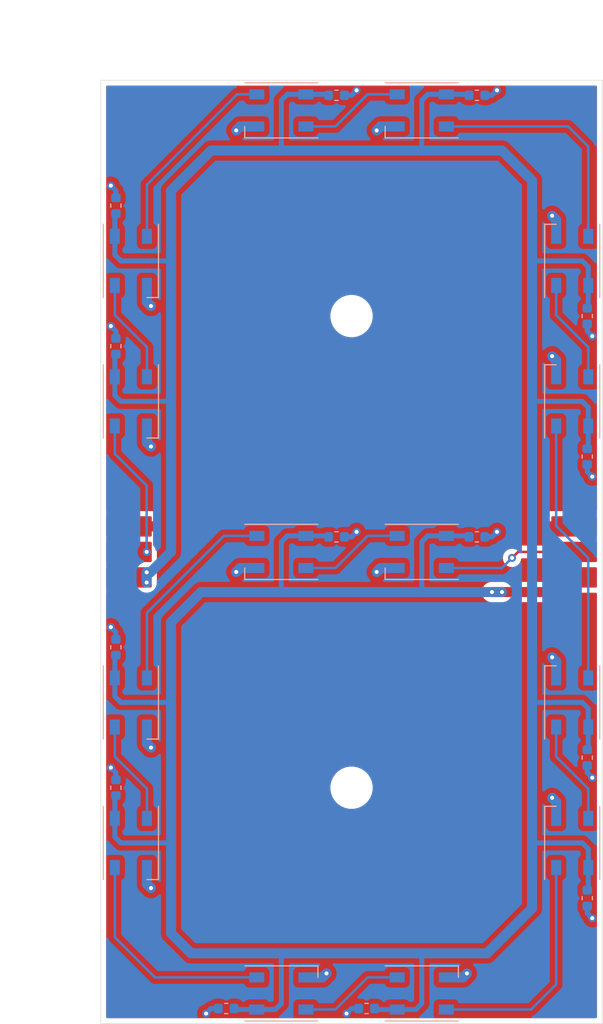
<source format=kicad_pcb>
(kicad_pcb (version 20171130) (host pcbnew "(5.1.9)-1")

  (general
    (thickness 1.6)
    (drawings 51)
    (tracks 240)
    (zones 0)
    (modules 30)
    (nets 18)
  )

  (page A4)
  (layers
    (0 F.Cu signal)
    (31 B.Cu signal)
    (32 B.Adhes user)
    (33 F.Adhes user)
    (34 B.Paste user)
    (35 F.Paste user)
    (36 B.SilkS user)
    (37 F.SilkS user)
    (38 B.Mask user)
    (39 F.Mask user)
    (40 Dwgs.User user)
    (41 Cmts.User user)
    (42 Eco1.User user)
    (43 Eco2.User user)
    (44 Edge.Cuts user)
    (45 Margin user)
    (46 B.CrtYd user)
    (47 F.CrtYd user)
    (48 B.Fab user hide)
    (49 F.Fab user hide)
  )

  (setup
    (last_trace_width 0.25)
    (user_trace_width 0.5)
    (trace_clearance 0.2)
    (zone_clearance 0.508)
    (zone_45_only no)
    (trace_min 0.2)
    (via_size 0.8)
    (via_drill 0.4)
    (via_min_size 0.4)
    (via_min_drill 0.3)
    (uvia_size 0.3)
    (uvia_drill 0.1)
    (uvias_allowed no)
    (uvia_min_size 0.2)
    (uvia_min_drill 0.1)
    (edge_width 0.05)
    (segment_width 0.2)
    (pcb_text_width 0.3)
    (pcb_text_size 1.5 1.5)
    (mod_edge_width 0.12)
    (mod_text_size 1 1)
    (mod_text_width 0.15)
    (pad_size 1.524 1.524)
    (pad_drill 0.762)
    (pad_to_mask_clearance 0.05)
    (aux_axis_origin 0 0)
    (grid_origin 98 50)
    (visible_elements 7FFFFFFF)
    (pcbplotparams
      (layerselection 0x010c0_ffffffff)
      (usegerberextensions false)
      (usegerberattributes true)
      (usegerberadvancedattributes true)
      (creategerberjobfile true)
      (excludeedgelayer true)
      (linewidth 0.100000)
      (plotframeref false)
      (viasonmask false)
      (mode 1)
      (useauxorigin false)
      (hpglpennumber 1)
      (hpglpenspeed 20)
      (hpglpendiameter 15.000000)
      (psnegative false)
      (psa4output false)
      (plotreference false)
      (plotvalue false)
      (plotinvisibletext false)
      (padsonsilk false)
      (subtractmaskfromsilk true)
      (outputformat 1)
      (mirror false)
      (drillshape 0)
      (scaleselection 1)
      (outputdirectory "../dokumentacja/wyswietlacz/gerber/"))
  )

  (net 0 "")
  (net 1 +5V)
  (net 2 GND)
  (net 3 "Net-(D1-Pad2)")
  (net 4 "Net-(D2-Pad2)")
  (net 5 "Net-(D3-Pad2)")
  (net 6 "Net-(D4-Pad2)")
  (net 7 "Net-(D5-Pad2)")
  (net 8 "Net-(D6-Pad2)")
  (net 9 /DIN)
  (net 10 /DOUT)
  (net 11 "Net-(D7-Pad2)")
  (net 12 "Net-(D8-Pad2)")
  (net 13 "Net-(D10-Pad4)")
  (net 14 "Net-(D10-Pad2)")
  (net 15 "Net-(D11-Pad2)")
  (net 16 "Net-(D13-Pad2)")
  (net 17 "Net-(D1-Pad4)")

  (net_class Default "This is the default net class."
    (clearance 0.2)
    (trace_width 0.25)
    (via_dia 0.8)
    (via_drill 0.4)
    (uvia_dia 0.3)
    (uvia_drill 0.1)
    (add_net /DIN)
    (add_net /DOUT)
    (add_net GND)
    (add_net "Net-(D1-Pad2)")
    (add_net "Net-(D1-Pad4)")
    (add_net "Net-(D10-Pad2)")
    (add_net "Net-(D10-Pad4)")
    (add_net "Net-(D11-Pad2)")
    (add_net "Net-(D13-Pad2)")
    (add_net "Net-(D2-Pad2)")
    (add_net "Net-(D3-Pad2)")
    (add_net "Net-(D4-Pad2)")
    (add_net "Net-(D5-Pad2)")
    (add_net "Net-(D6-Pad2)")
    (add_net "Net-(D7-Pad2)")
    (add_net "Net-(D8-Pad2)")
  )

  (net_class zasilanie ""
    (clearance 0.2)
    (trace_width 1)
    (via_dia 0.8)
    (via_drill 0.4)
    (uvia_dia 0.3)
    (uvia_drill 0.1)
    (add_net +5V)
  )

  (module MountingHole:MountingHole_3.2mm_M3 (layer F.Cu) (tedit 56D1B4CB) (tstamp 5F233A62)
    (at 123 120.5)
    (descr "Mounting Hole 3.2mm, no annular, M3")
    (tags "mounting hole 3.2mm no annular m3")
    (path /5F29F2C1)
    (attr virtual)
    (fp_text reference H2 (at 0 -4.2) (layer F.SilkS) hide
      (effects (font (size 1 1) (thickness 0.15)))
    )
    (fp_text value MountingHole (at 0 4.2) (layer F.Fab)
      (effects (font (size 1 1) (thickness 0.15)))
    )
    (fp_circle (center 0 0) (end 3.45 0) (layer F.CrtYd) (width 0.05))
    (fp_circle (center 0 0) (end 3.2 0) (layer Cmts.User) (width 0.15))
    (fp_text user %R (at 0.3 0) (layer F.Fab)
      (effects (font (size 1 1) (thickness 0.15)))
    )
    (pad 1 np_thru_hole circle (at 0 0) (size 3.2 3.2) (drill 3.2) (layers *.Cu *.Mask))
  )

  (module MountingHole:MountingHole_3.2mm_M3 (layer F.Cu) (tedit 56D1B4CB) (tstamp 5F233A5A)
    (at 123 73.5)
    (descr "Mounting Hole 3.2mm, no annular, M3")
    (tags "mounting hole 3.2mm no annular m3")
    (path /5F29E917)
    (attr virtual)
    (fp_text reference H1 (at 0 -4.2) (layer F.SilkS) hide
      (effects (font (size 1 1) (thickness 0.15)))
    )
    (fp_text value MountingHole (at 0 4.2) (layer F.Fab)
      (effects (font (size 1 1) (thickness 0.15)))
    )
    (fp_circle (center 0 0) (end 3.45 0) (layer F.CrtYd) (width 0.05))
    (fp_circle (center 0 0) (end 3.2 0) (layer Cmts.User) (width 0.15))
    (fp_text user %R (at 0.3 0) (layer F.Fab)
      (effects (font (size 1 1) (thickness 0.15)))
    )
    (pad 1 np_thru_hole circle (at 0 0) (size 3.2 3.2) (drill 3.2) (layers *.Cu *.Mask))
  )

  (module LED_SMD:LED_WS2812B_PLCC4_5.0x5.0mm_P3.2mm (layer B.Cu) (tedit 5AA4B285) (tstamp 5F1CC374)
    (at 101 68 270)
    (descr https://cdn-shop.adafruit.com/datasheets/WS2812B.pdf)
    (tags "LED RGB NeoPixel")
    (path /5F1F034A)
    (attr smd)
    (fp_text reference D14 (at 0 3.5 270) (layer B.SilkS) hide
      (effects (font (size 1 1) (thickness 0.15)) (justify mirror))
    )
    (fp_text value WS2812B (at 0 -4 270) (layer B.Fab)
      (effects (font (size 1 1) (thickness 0.15)) (justify mirror))
    )
    (fp_line (start 3.45 2.75) (end -3.45 2.75) (layer B.CrtYd) (width 0.05))
    (fp_line (start 3.45 -2.75) (end 3.45 2.75) (layer B.CrtYd) (width 0.05))
    (fp_line (start -3.45 -2.75) (end 3.45 -2.75) (layer B.CrtYd) (width 0.05))
    (fp_line (start -3.45 2.75) (end -3.45 -2.75) (layer B.CrtYd) (width 0.05))
    (fp_line (start 2.5 -1.5) (end 1.5 -2.5) (layer B.Fab) (width 0.1))
    (fp_line (start -2.5 2.5) (end -2.5 -2.5) (layer B.Fab) (width 0.1))
    (fp_line (start -2.5 -2.5) (end 2.5 -2.5) (layer B.Fab) (width 0.1))
    (fp_line (start 2.5 -2.5) (end 2.5 2.5) (layer B.Fab) (width 0.1))
    (fp_line (start 2.5 2.5) (end -2.5 2.5) (layer B.Fab) (width 0.1))
    (fp_line (start -3.65 2.75) (end 3.65 2.75) (layer B.SilkS) (width 0.12))
    (fp_line (start -3.65 -2.75) (end 3.65 -2.75) (layer B.SilkS) (width 0.12))
    (fp_line (start 3.65 -2.75) (end 3.65 -1.6) (layer B.SilkS) (width 0.12))
    (fp_circle (center 0 0) (end 0 2) (layer B.Fab) (width 0.1))
    (fp_text user 1 (at -4.15 1.6 270) (layer B.SilkS) hide
      (effects (font (size 1 1) (thickness 0.15)) (justify mirror))
    )
    (fp_text user %R (at 0 0 270) (layer B.Fab)
      (effects (font (size 0.8 0.8) (thickness 0.15)) (justify mirror))
    )
    (pad 3 smd rect (at 2.45 -1.6 270) (size 1.5 1) (layers B.Cu B.Paste B.Mask)
      (net 2 GND))
    (pad 4 smd rect (at 2.45 1.6 270) (size 1.5 1) (layers B.Cu B.Paste B.Mask)
      (net 16 "Net-(D13-Pad2)"))
    (pad 2 smd rect (at -2.45 -1.6 270) (size 1.5 1) (layers B.Cu B.Paste B.Mask)
      (net 17 "Net-(D1-Pad4)"))
    (pad 1 smd rect (at -2.45 1.6 270) (size 1.5 1) (layers B.Cu B.Paste B.Mask)
      (net 1 +5V))
    (model ${KISYS3DMOD}/LED_SMD.3dshapes/LED_WS2812B_PLCC4_5.0x5.0mm_P3.2mm.wrl
      (at (xyz 0 0 0))
      (scale (xyz 1 1 1))
      (rotate (xyz 0 0 0))
    )
  )

  (module LED_SMD:LED_WS2812B_PLCC4_5.0x5.0mm_P3.2mm (layer B.Cu) (tedit 5AA4B285) (tstamp 5F1CC35D)
    (at 101 82 270)
    (descr https://cdn-shop.adafruit.com/datasheets/WS2812B.pdf)
    (tags "LED RGB NeoPixel")
    (path /5F1F0326)
    (attr smd)
    (fp_text reference D13 (at 0 3.5 270) (layer B.SilkS) hide
      (effects (font (size 1 1) (thickness 0.15)) (justify mirror))
    )
    (fp_text value WS2812B (at 0 -4 270) (layer B.Fab)
      (effects (font (size 1 1) (thickness 0.15)) (justify mirror))
    )
    (fp_line (start 3.45 2.75) (end -3.45 2.75) (layer B.CrtYd) (width 0.05))
    (fp_line (start 3.45 -2.75) (end 3.45 2.75) (layer B.CrtYd) (width 0.05))
    (fp_line (start -3.45 -2.75) (end 3.45 -2.75) (layer B.CrtYd) (width 0.05))
    (fp_line (start -3.45 2.75) (end -3.45 -2.75) (layer B.CrtYd) (width 0.05))
    (fp_line (start 2.5 -1.5) (end 1.5 -2.5) (layer B.Fab) (width 0.1))
    (fp_line (start -2.5 2.5) (end -2.5 -2.5) (layer B.Fab) (width 0.1))
    (fp_line (start -2.5 -2.5) (end 2.5 -2.5) (layer B.Fab) (width 0.1))
    (fp_line (start 2.5 -2.5) (end 2.5 2.5) (layer B.Fab) (width 0.1))
    (fp_line (start 2.5 2.5) (end -2.5 2.5) (layer B.Fab) (width 0.1))
    (fp_line (start -3.65 2.75) (end 3.65 2.75) (layer B.SilkS) (width 0.12))
    (fp_line (start -3.65 -2.75) (end 3.65 -2.75) (layer B.SilkS) (width 0.12))
    (fp_line (start 3.65 -2.75) (end 3.65 -1.6) (layer B.SilkS) (width 0.12))
    (fp_circle (center 0 0) (end 0 2) (layer B.Fab) (width 0.1))
    (fp_text user 1 (at -4.15 1.6 270) (layer B.SilkS) hide
      (effects (font (size 1 1) (thickness 0.15)) (justify mirror))
    )
    (fp_text user %R (at 0 0 270) (layer B.Fab)
      (effects (font (size 0.8 0.8) (thickness 0.15)) (justify mirror))
    )
    (pad 3 smd rect (at 2.45 -1.6 270) (size 1.5 1) (layers B.Cu B.Paste B.Mask)
      (net 2 GND))
    (pad 4 smd rect (at 2.45 1.6 270) (size 1.5 1) (layers B.Cu B.Paste B.Mask)
      (net 9 /DIN))
    (pad 2 smd rect (at -2.45 -1.6 270) (size 1.5 1) (layers B.Cu B.Paste B.Mask)
      (net 16 "Net-(D13-Pad2)"))
    (pad 1 smd rect (at -2.45 1.6 270) (size 1.5 1) (layers B.Cu B.Paste B.Mask)
      (net 1 +5V))
    (model ${KISYS3DMOD}/LED_SMD.3dshapes/LED_WS2812B_PLCC4_5.0x5.0mm_P3.2mm.wrl
      (at (xyz 0 0 0))
      (scale (xyz 1 1 1))
      (rotate (xyz 0 0 0))
    )
  )

  (module LED_SMD:LED_WS2812B_PLCC4_5.0x5.0mm_P3.2mm (layer B.Cu) (tedit 5AA4B285) (tstamp 5F1CC346)
    (at 130 97 180)
    (descr https://cdn-shop.adafruit.com/datasheets/WS2812B.pdf)
    (tags "LED RGB NeoPixel")
    (path /5F1F0302)
    (attr smd)
    (fp_text reference D12 (at 0 3.5) (layer B.SilkS) hide
      (effects (font (size 1 1) (thickness 0.15)) (justify mirror))
    )
    (fp_text value WS2812B (at 0 -4) (layer B.Fab)
      (effects (font (size 1 1) (thickness 0.15)) (justify mirror))
    )
    (fp_circle (center 0 0) (end 0 2) (layer B.Fab) (width 0.1))
    (fp_line (start 3.65 -2.75) (end 3.65 -1.6) (layer B.SilkS) (width 0.12))
    (fp_line (start -3.65 -2.75) (end 3.65 -2.75) (layer B.SilkS) (width 0.12))
    (fp_line (start -3.65 2.75) (end 3.65 2.75) (layer B.SilkS) (width 0.12))
    (fp_line (start 2.5 2.5) (end -2.5 2.5) (layer B.Fab) (width 0.1))
    (fp_line (start 2.5 -2.5) (end 2.5 2.5) (layer B.Fab) (width 0.1))
    (fp_line (start -2.5 -2.5) (end 2.5 -2.5) (layer B.Fab) (width 0.1))
    (fp_line (start -2.5 2.5) (end -2.5 -2.5) (layer B.Fab) (width 0.1))
    (fp_line (start 2.5 -1.5) (end 1.5 -2.5) (layer B.Fab) (width 0.1))
    (fp_line (start -3.45 2.75) (end -3.45 -2.75) (layer B.CrtYd) (width 0.05))
    (fp_line (start -3.45 -2.75) (end 3.45 -2.75) (layer B.CrtYd) (width 0.05))
    (fp_line (start 3.45 -2.75) (end 3.45 2.75) (layer B.CrtYd) (width 0.05))
    (fp_line (start 3.45 2.75) (end -3.45 2.75) (layer B.CrtYd) (width 0.05))
    (fp_text user %R (at 0 0) (layer B.Fab)
      (effects (font (size 0.8 0.8) (thickness 0.15)) (justify mirror))
    )
    (fp_text user 1 (at -4.15 1.6) (layer B.SilkS) hide
      (effects (font (size 1 1) (thickness 0.15)) (justify mirror))
    )
    (pad 1 smd rect (at -2.45 1.6 180) (size 1.5 1) (layers B.Cu B.Paste B.Mask)
      (net 1 +5V))
    (pad 2 smd rect (at -2.45 -1.6 180) (size 1.5 1) (layers B.Cu B.Paste B.Mask)
      (net 10 /DOUT))
    (pad 4 smd rect (at 2.45 1.6 180) (size 1.5 1) (layers B.Cu B.Paste B.Mask)
      (net 15 "Net-(D11-Pad2)"))
    (pad 3 smd rect (at 2.45 -1.6 180) (size 1.5 1) (layers B.Cu B.Paste B.Mask)
      (net 2 GND))
    (model ${KISYS3DMOD}/LED_SMD.3dshapes/LED_WS2812B_PLCC4_5.0x5.0mm_P3.2mm.wrl
      (at (xyz 0 0 0))
      (scale (xyz 1 1 1))
      (rotate (xyz 0 0 0))
    )
  )

  (module LED_SMD:LED_WS2812B_PLCC4_5.0x5.0mm_P3.2mm (layer B.Cu) (tedit 5AA4B285) (tstamp 5F232C71)
    (at 116 97 180)
    (descr https://cdn-shop.adafruit.com/datasheets/WS2812B.pdf)
    (tags "LED RGB NeoPixel")
    (path /5F1F02DE)
    (attr smd)
    (fp_text reference D11 (at 0 3.5) (layer B.SilkS) hide
      (effects (font (size 1 1) (thickness 0.15)) (justify mirror))
    )
    (fp_text value WS2812B (at 0 -4) (layer B.Fab)
      (effects (font (size 1 1) (thickness 0.15)) (justify mirror))
    )
    (fp_line (start 3.45 2.75) (end -3.45 2.75) (layer B.CrtYd) (width 0.05))
    (fp_line (start 3.45 -2.75) (end 3.45 2.75) (layer B.CrtYd) (width 0.05))
    (fp_line (start -3.45 -2.75) (end 3.45 -2.75) (layer B.CrtYd) (width 0.05))
    (fp_line (start -3.45 2.75) (end -3.45 -2.75) (layer B.CrtYd) (width 0.05))
    (fp_line (start 2.5 -1.5) (end 1.5 -2.5) (layer B.Fab) (width 0.1))
    (fp_line (start -2.5 2.5) (end -2.5 -2.5) (layer B.Fab) (width 0.1))
    (fp_line (start -2.5 -2.5) (end 2.5 -2.5) (layer B.Fab) (width 0.1))
    (fp_line (start 2.5 -2.5) (end 2.5 2.5) (layer B.Fab) (width 0.1))
    (fp_line (start 2.5 2.5) (end -2.5 2.5) (layer B.Fab) (width 0.1))
    (fp_line (start -3.65 2.75) (end 3.65 2.75) (layer B.SilkS) (width 0.12))
    (fp_line (start -3.65 -2.75) (end 3.65 -2.75) (layer B.SilkS) (width 0.12))
    (fp_line (start 3.65 -2.75) (end 3.65 -1.6) (layer B.SilkS) (width 0.12))
    (fp_circle (center 0 0) (end 0 2) (layer B.Fab) (width 0.1))
    (fp_text user 1 (at -4.15 1.6) (layer B.SilkS) hide
      (effects (font (size 1 1) (thickness 0.15)) (justify mirror))
    )
    (fp_text user %R (at 0 0) (layer B.Fab)
      (effects (font (size 0.8 0.8) (thickness 0.15)) (justify mirror))
    )
    (pad 3 smd rect (at 2.45 -1.6 180) (size 1.5 1) (layers B.Cu B.Paste B.Mask)
      (net 2 GND))
    (pad 4 smd rect (at 2.45 1.6 180) (size 1.5 1) (layers B.Cu B.Paste B.Mask)
      (net 14 "Net-(D10-Pad2)"))
    (pad 2 smd rect (at -2.45 -1.6 180) (size 1.5 1) (layers B.Cu B.Paste B.Mask)
      (net 15 "Net-(D11-Pad2)"))
    (pad 1 smd rect (at -2.45 1.6 180) (size 1.5 1) (layers B.Cu B.Paste B.Mask)
      (net 1 +5V))
    (model ${KISYS3DMOD}/LED_SMD.3dshapes/LED_WS2812B_PLCC4_5.0x5.0mm_P3.2mm.wrl
      (at (xyz 0 0 0))
      (scale (xyz 1 1 1))
      (rotate (xyz 0 0 0))
    )
  )

  (module LED_SMD:LED_WS2812B_PLCC4_5.0x5.0mm_P3.2mm (layer B.Cu) (tedit 5AA4B285) (tstamp 5F1CC318)
    (at 101 112 270)
    (descr https://cdn-shop.adafruit.com/datasheets/WS2812B.pdf)
    (tags "LED RGB NeoPixel")
    (path /5F1F02BA)
    (attr smd)
    (fp_text reference D10 (at 0 3.5 270) (layer B.SilkS) hide
      (effects (font (size 1 1) (thickness 0.15)) (justify mirror))
    )
    (fp_text value WS2812B (at 0 -4 270) (layer B.Fab)
      (effects (font (size 1 1) (thickness 0.15)) (justify mirror))
    )
    (fp_line (start 3.45 2.75) (end -3.45 2.75) (layer B.CrtYd) (width 0.05))
    (fp_line (start 3.45 -2.75) (end 3.45 2.75) (layer B.CrtYd) (width 0.05))
    (fp_line (start -3.45 -2.75) (end 3.45 -2.75) (layer B.CrtYd) (width 0.05))
    (fp_line (start -3.45 2.75) (end -3.45 -2.75) (layer B.CrtYd) (width 0.05))
    (fp_line (start 2.5 -1.5) (end 1.5 -2.5) (layer B.Fab) (width 0.1))
    (fp_line (start -2.5 2.5) (end -2.5 -2.5) (layer B.Fab) (width 0.1))
    (fp_line (start -2.5 -2.5) (end 2.5 -2.5) (layer B.Fab) (width 0.1))
    (fp_line (start 2.5 -2.5) (end 2.5 2.5) (layer B.Fab) (width 0.1))
    (fp_line (start 2.5 2.5) (end -2.5 2.5) (layer B.Fab) (width 0.1))
    (fp_line (start -3.65 2.75) (end 3.65 2.75) (layer B.SilkS) (width 0.12))
    (fp_line (start -3.65 -2.75) (end 3.65 -2.75) (layer B.SilkS) (width 0.12))
    (fp_line (start 3.65 -2.75) (end 3.65 -1.6) (layer B.SilkS) (width 0.12))
    (fp_circle (center 0 0) (end 0 2) (layer B.Fab) (width 0.1))
    (fp_text user 1 (at -4.15 1.6 270) (layer B.SilkS) hide
      (effects (font (size 1 1) (thickness 0.15)) (justify mirror))
    )
    (fp_text user %R (at 0 0 270) (layer B.Fab)
      (effects (font (size 0.8 0.8) (thickness 0.15)) (justify mirror))
    )
    (pad 3 smd rect (at 2.45 -1.6 270) (size 1.5 1) (layers B.Cu B.Paste B.Mask)
      (net 2 GND))
    (pad 4 smd rect (at 2.45 1.6 270) (size 1.5 1) (layers B.Cu B.Paste B.Mask)
      (net 13 "Net-(D10-Pad4)"))
    (pad 2 smd rect (at -2.45 -1.6 270) (size 1.5 1) (layers B.Cu B.Paste B.Mask)
      (net 14 "Net-(D10-Pad2)"))
    (pad 1 smd rect (at -2.45 1.6 270) (size 1.5 1) (layers B.Cu B.Paste B.Mask)
      (net 1 +5V))
    (model ${KISYS3DMOD}/LED_SMD.3dshapes/LED_WS2812B_PLCC4_5.0x5.0mm_P3.2mm.wrl
      (at (xyz 0 0 0))
      (scale (xyz 1 1 1))
      (rotate (xyz 0 0 0))
    )
  )

  (module LED_SMD:LED_WS2812B_PLCC4_5.0x5.0mm_P3.2mm (layer B.Cu) (tedit 5AA4B285) (tstamp 5F1CC301)
    (at 101 126 270)
    (descr https://cdn-shop.adafruit.com/datasheets/WS2812B.pdf)
    (tags "LED RGB NeoPixel")
    (path /5F1F0296)
    (attr smd)
    (fp_text reference D9 (at 0 3.5 270) (layer B.SilkS) hide
      (effects (font (size 1 1) (thickness 0.15)) (justify mirror))
    )
    (fp_text value WS2812B (at 0 -4 270) (layer B.Fab)
      (effects (font (size 1 1) (thickness 0.15)) (justify mirror))
    )
    (fp_line (start 3.45 2.75) (end -3.45 2.75) (layer B.CrtYd) (width 0.05))
    (fp_line (start 3.45 -2.75) (end 3.45 2.75) (layer B.CrtYd) (width 0.05))
    (fp_line (start -3.45 -2.75) (end 3.45 -2.75) (layer B.CrtYd) (width 0.05))
    (fp_line (start -3.45 2.75) (end -3.45 -2.75) (layer B.CrtYd) (width 0.05))
    (fp_line (start 2.5 -1.5) (end 1.5 -2.5) (layer B.Fab) (width 0.1))
    (fp_line (start -2.5 2.5) (end -2.5 -2.5) (layer B.Fab) (width 0.1))
    (fp_line (start -2.5 -2.5) (end 2.5 -2.5) (layer B.Fab) (width 0.1))
    (fp_line (start 2.5 -2.5) (end 2.5 2.5) (layer B.Fab) (width 0.1))
    (fp_line (start 2.5 2.5) (end -2.5 2.5) (layer B.Fab) (width 0.1))
    (fp_line (start -3.65 2.75) (end 3.65 2.75) (layer B.SilkS) (width 0.12))
    (fp_line (start -3.65 -2.75) (end 3.65 -2.75) (layer B.SilkS) (width 0.12))
    (fp_line (start 3.65 -2.75) (end 3.65 -1.6) (layer B.SilkS) (width 0.12))
    (fp_circle (center 0 0) (end 0 2) (layer B.Fab) (width 0.1))
    (fp_text user 1 (at -4.15 1.6 270) (layer B.SilkS) hide
      (effects (font (size 1 1) (thickness 0.15)) (justify mirror))
    )
    (fp_text user %R (at 0 0 270) (layer B.Fab)
      (effects (font (size 0.8 0.8) (thickness 0.15)) (justify mirror))
    )
    (pad 3 smd rect (at 2.45 -1.6 270) (size 1.5 1) (layers B.Cu B.Paste B.Mask)
      (net 2 GND))
    (pad 4 smd rect (at 2.45 1.6 270) (size 1.5 1) (layers B.Cu B.Paste B.Mask)
      (net 12 "Net-(D8-Pad2)"))
    (pad 2 smd rect (at -2.45 -1.6 270) (size 1.5 1) (layers B.Cu B.Paste B.Mask)
      (net 13 "Net-(D10-Pad4)"))
    (pad 1 smd rect (at -2.45 1.6 270) (size 1.5 1) (layers B.Cu B.Paste B.Mask)
      (net 1 +5V))
    (model ${KISYS3DMOD}/LED_SMD.3dshapes/LED_WS2812B_PLCC4_5.0x5.0mm_P3.2mm.wrl
      (at (xyz 0 0 0))
      (scale (xyz 1 1 1))
      (rotate (xyz 0 0 0))
    )
  )

  (module LED_SMD:LED_WS2812B_PLCC4_5.0x5.0mm_P3.2mm (layer B.Cu) (tedit 5AA4B285) (tstamp 5F1CC2EA)
    (at 116 141)
    (descr https://cdn-shop.adafruit.com/datasheets/WS2812B.pdf)
    (tags "LED RGB NeoPixel")
    (path /5F1F0272)
    (attr smd)
    (fp_text reference D8 (at 0 3.5) (layer B.SilkS) hide
      (effects (font (size 1 1) (thickness 0.15)) (justify mirror))
    )
    (fp_text value WS2812B (at 0 -4) (layer B.Fab)
      (effects (font (size 1 1) (thickness 0.15)) (justify mirror))
    )
    (fp_circle (center 0 0) (end 0 2) (layer B.Fab) (width 0.1))
    (fp_line (start 3.65 -2.75) (end 3.65 -1.6) (layer B.SilkS) (width 0.12))
    (fp_line (start -3.65 -2.75) (end 3.65 -2.75) (layer B.SilkS) (width 0.12))
    (fp_line (start -3.65 2.75) (end 3.65 2.75) (layer B.SilkS) (width 0.12))
    (fp_line (start 2.5 2.5) (end -2.5 2.5) (layer B.Fab) (width 0.1))
    (fp_line (start 2.5 -2.5) (end 2.5 2.5) (layer B.Fab) (width 0.1))
    (fp_line (start -2.5 -2.5) (end 2.5 -2.5) (layer B.Fab) (width 0.1))
    (fp_line (start -2.5 2.5) (end -2.5 -2.5) (layer B.Fab) (width 0.1))
    (fp_line (start 2.5 -1.5) (end 1.5 -2.5) (layer B.Fab) (width 0.1))
    (fp_line (start -3.45 2.75) (end -3.45 -2.75) (layer B.CrtYd) (width 0.05))
    (fp_line (start -3.45 -2.75) (end 3.45 -2.75) (layer B.CrtYd) (width 0.05))
    (fp_line (start 3.45 -2.75) (end 3.45 2.75) (layer B.CrtYd) (width 0.05))
    (fp_line (start 3.45 2.75) (end -3.45 2.75) (layer B.CrtYd) (width 0.05))
    (fp_text user %R (at 0 0) (layer B.Fab)
      (effects (font (size 0.8 0.8) (thickness 0.15)) (justify mirror))
    )
    (fp_text user 1 (at -4.15 1.6) (layer B.SilkS) hide
      (effects (font (size 1 1) (thickness 0.15)) (justify mirror))
    )
    (pad 1 smd rect (at -2.45 1.6) (size 1.5 1) (layers B.Cu B.Paste B.Mask)
      (net 1 +5V))
    (pad 2 smd rect (at -2.45 -1.6) (size 1.5 1) (layers B.Cu B.Paste B.Mask)
      (net 12 "Net-(D8-Pad2)"))
    (pad 4 smd rect (at 2.45 1.6) (size 1.5 1) (layers B.Cu B.Paste B.Mask)
      (net 11 "Net-(D7-Pad2)"))
    (pad 3 smd rect (at 2.45 -1.6) (size 1.5 1) (layers B.Cu B.Paste B.Mask)
      (net 2 GND))
    (model ${KISYS3DMOD}/LED_SMD.3dshapes/LED_WS2812B_PLCC4_5.0x5.0mm_P3.2mm.wrl
      (at (xyz 0 0 0))
      (scale (xyz 1 1 1))
      (rotate (xyz 0 0 0))
    )
  )

  (module LED_SMD:LED_WS2812B_PLCC4_5.0x5.0mm_P3.2mm (layer B.Cu) (tedit 5AA4B285) (tstamp 5F1CC2D3)
    (at 130 141)
    (descr https://cdn-shop.adafruit.com/datasheets/WS2812B.pdf)
    (tags "LED RGB NeoPixel")
    (path /5F0B79BC)
    (attr smd)
    (fp_text reference D7 (at 0 3.5) (layer B.SilkS) hide
      (effects (font (size 1 1) (thickness 0.15)) (justify mirror))
    )
    (fp_text value WS2812B (at 0 -4) (layer B.Fab)
      (effects (font (size 1 1) (thickness 0.15)) (justify mirror))
    )
    (fp_circle (center 0 0) (end 0 2) (layer B.Fab) (width 0.1))
    (fp_line (start 3.65 -2.75) (end 3.65 -1.6) (layer B.SilkS) (width 0.12))
    (fp_line (start -3.65 -2.75) (end 3.65 -2.75) (layer B.SilkS) (width 0.12))
    (fp_line (start -3.65 2.75) (end 3.65 2.75) (layer B.SilkS) (width 0.12))
    (fp_line (start 2.5 2.5) (end -2.5 2.5) (layer B.Fab) (width 0.1))
    (fp_line (start 2.5 -2.5) (end 2.5 2.5) (layer B.Fab) (width 0.1))
    (fp_line (start -2.5 -2.5) (end 2.5 -2.5) (layer B.Fab) (width 0.1))
    (fp_line (start -2.5 2.5) (end -2.5 -2.5) (layer B.Fab) (width 0.1))
    (fp_line (start 2.5 -1.5) (end 1.5 -2.5) (layer B.Fab) (width 0.1))
    (fp_line (start -3.45 2.75) (end -3.45 -2.75) (layer B.CrtYd) (width 0.05))
    (fp_line (start -3.45 -2.75) (end 3.45 -2.75) (layer B.CrtYd) (width 0.05))
    (fp_line (start 3.45 -2.75) (end 3.45 2.75) (layer B.CrtYd) (width 0.05))
    (fp_line (start 3.45 2.75) (end -3.45 2.75) (layer B.CrtYd) (width 0.05))
    (fp_text user %R (at 0 0) (layer B.Fab)
      (effects (font (size 0.8 0.8) (thickness 0.15)) (justify mirror))
    )
    (fp_text user 1 (at -4.15 1.6) (layer B.SilkS) hide
      (effects (font (size 1 1) (thickness 0.15)) (justify mirror))
    )
    (pad 1 smd rect (at -2.45 1.6) (size 1.5 1) (layers B.Cu B.Paste B.Mask)
      (net 1 +5V))
    (pad 2 smd rect (at -2.45 -1.6) (size 1.5 1) (layers B.Cu B.Paste B.Mask)
      (net 11 "Net-(D7-Pad2)"))
    (pad 4 smd rect (at 2.45 1.6) (size 1.5 1) (layers B.Cu B.Paste B.Mask)
      (net 8 "Net-(D6-Pad2)"))
    (pad 3 smd rect (at 2.45 -1.6) (size 1.5 1) (layers B.Cu B.Paste B.Mask)
      (net 2 GND))
    (model ${KISYS3DMOD}/LED_SMD.3dshapes/LED_WS2812B_PLCC4_5.0x5.0mm_P3.2mm.wrl
      (at (xyz 0 0 0))
      (scale (xyz 1 1 1))
      (rotate (xyz 0 0 0))
    )
  )

  (module LED_SMD:LED_WS2812B_PLCC4_5.0x5.0mm_P3.2mm (layer B.Cu) (tedit 5AA4B285) (tstamp 5F1CC2BC)
    (at 145 126 90)
    (descr https://cdn-shop.adafruit.com/datasheets/WS2812B.pdf)
    (tags "LED RGB NeoPixel")
    (path /5F0B3932)
    (attr smd)
    (fp_text reference D6 (at 0 3.5 270) (layer B.SilkS) hide
      (effects (font (size 1 1) (thickness 0.15)) (justify mirror))
    )
    (fp_text value WS2812B (at 0 -4 270) (layer B.Fab)
      (effects (font (size 1 1) (thickness 0.15)) (justify mirror))
    )
    (fp_circle (center 0 0) (end 0 2) (layer B.Fab) (width 0.1))
    (fp_line (start 3.65 -2.75) (end 3.65 -1.6) (layer B.SilkS) (width 0.12))
    (fp_line (start -3.65 -2.75) (end 3.65 -2.75) (layer B.SilkS) (width 0.12))
    (fp_line (start -3.65 2.75) (end 3.65 2.75) (layer B.SilkS) (width 0.12))
    (fp_line (start 2.5 2.5) (end -2.5 2.5) (layer B.Fab) (width 0.1))
    (fp_line (start 2.5 -2.5) (end 2.5 2.5) (layer B.Fab) (width 0.1))
    (fp_line (start -2.5 -2.5) (end 2.5 -2.5) (layer B.Fab) (width 0.1))
    (fp_line (start -2.5 2.5) (end -2.5 -2.5) (layer B.Fab) (width 0.1))
    (fp_line (start 2.5 -1.5) (end 1.5 -2.5) (layer B.Fab) (width 0.1))
    (fp_line (start -3.45 2.75) (end -3.45 -2.75) (layer B.CrtYd) (width 0.05))
    (fp_line (start -3.45 -2.75) (end 3.45 -2.75) (layer B.CrtYd) (width 0.05))
    (fp_line (start 3.45 -2.75) (end 3.45 2.75) (layer B.CrtYd) (width 0.05))
    (fp_line (start 3.45 2.75) (end -3.45 2.75) (layer B.CrtYd) (width 0.05))
    (fp_text user %R (at 0 0 270) (layer B.Fab)
      (effects (font (size 0.8 0.8) (thickness 0.15)) (justify mirror))
    )
    (fp_text user 1 (at -4.15 1.6 270) (layer B.SilkS) hide
      (effects (font (size 1 1) (thickness 0.15)) (justify mirror))
    )
    (pad 1 smd rect (at -2.45 1.6 90) (size 1.5 1) (layers B.Cu B.Paste B.Mask)
      (net 1 +5V))
    (pad 2 smd rect (at -2.45 -1.6 90) (size 1.5 1) (layers B.Cu B.Paste B.Mask)
      (net 8 "Net-(D6-Pad2)"))
    (pad 4 smd rect (at 2.45 1.6 90) (size 1.5 1) (layers B.Cu B.Paste B.Mask)
      (net 7 "Net-(D5-Pad2)"))
    (pad 3 smd rect (at 2.45 -1.6 90) (size 1.5 1) (layers B.Cu B.Paste B.Mask)
      (net 2 GND))
    (model ${KISYS3DMOD}/LED_SMD.3dshapes/LED_WS2812B_PLCC4_5.0x5.0mm_P3.2mm.wrl
      (at (xyz 0 0 0))
      (scale (xyz 1 1 1))
      (rotate (xyz 0 0 0))
    )
  )

  (module LED_SMD:LED_WS2812B_PLCC4_5.0x5.0mm_P3.2mm (layer B.Cu) (tedit 5AA4B285) (tstamp 5F1CC2A5)
    (at 145 112 90)
    (descr https://cdn-shop.adafruit.com/datasheets/WS2812B.pdf)
    (tags "LED RGB NeoPixel")
    (path /5F0B20C7)
    (attr smd)
    (fp_text reference D5 (at 0 3.5 270) (layer B.SilkS) hide
      (effects (font (size 1 1) (thickness 0.15)) (justify mirror))
    )
    (fp_text value WS2812B (at 0 -4 270) (layer B.Fab)
      (effects (font (size 1 1) (thickness 0.15)) (justify mirror))
    )
    (fp_circle (center 0 0) (end 0 2) (layer B.Fab) (width 0.1))
    (fp_line (start 3.65 -2.75) (end 3.65 -1.6) (layer B.SilkS) (width 0.12))
    (fp_line (start -3.65 -2.75) (end 3.65 -2.75) (layer B.SilkS) (width 0.12))
    (fp_line (start -3.65 2.75) (end 3.65 2.75) (layer B.SilkS) (width 0.12))
    (fp_line (start 2.5 2.5) (end -2.5 2.5) (layer B.Fab) (width 0.1))
    (fp_line (start 2.5 -2.5) (end 2.5 2.5) (layer B.Fab) (width 0.1))
    (fp_line (start -2.5 -2.5) (end 2.5 -2.5) (layer B.Fab) (width 0.1))
    (fp_line (start -2.5 2.5) (end -2.5 -2.5) (layer B.Fab) (width 0.1))
    (fp_line (start 2.5 -1.5) (end 1.5 -2.5) (layer B.Fab) (width 0.1))
    (fp_line (start -3.45 2.75) (end -3.45 -2.75) (layer B.CrtYd) (width 0.05))
    (fp_line (start -3.45 -2.75) (end 3.45 -2.75) (layer B.CrtYd) (width 0.05))
    (fp_line (start 3.45 -2.75) (end 3.45 2.75) (layer B.CrtYd) (width 0.05))
    (fp_line (start 3.45 2.75) (end -3.45 2.75) (layer B.CrtYd) (width 0.05))
    (fp_text user %R (at 0 0 270) (layer B.Fab)
      (effects (font (size 0.8 0.8) (thickness 0.15)) (justify mirror))
    )
    (fp_text user 1 (at -4.15 1.6 270) (layer B.SilkS) hide
      (effects (font (size 1 1) (thickness 0.15)) (justify mirror))
    )
    (pad 1 smd rect (at -2.45 1.6 90) (size 1.5 1) (layers B.Cu B.Paste B.Mask)
      (net 1 +5V))
    (pad 2 smd rect (at -2.45 -1.6 90) (size 1.5 1) (layers B.Cu B.Paste B.Mask)
      (net 7 "Net-(D5-Pad2)"))
    (pad 4 smd rect (at 2.45 1.6 90) (size 1.5 1) (layers B.Cu B.Paste B.Mask)
      (net 6 "Net-(D4-Pad2)"))
    (pad 3 smd rect (at 2.45 -1.6 90) (size 1.5 1) (layers B.Cu B.Paste B.Mask)
      (net 2 GND))
    (model ${KISYS3DMOD}/LED_SMD.3dshapes/LED_WS2812B_PLCC4_5.0x5.0mm_P3.2mm.wrl
      (at (xyz 0 0 0))
      (scale (xyz 1 1 1))
      (rotate (xyz 0 0 0))
    )
  )

  (module LED_SMD:LED_WS2812B_PLCC4_5.0x5.0mm_P3.2mm (layer B.Cu) (tedit 5AA4B285) (tstamp 5F1CC28E)
    (at 145 82 90)
    (descr https://cdn-shop.adafruit.com/datasheets/WS2812B.pdf)
    (tags "LED RGB NeoPixel")
    (path /5F0AE3F1)
    (attr smd)
    (fp_text reference D4 (at 0 3.5 270) (layer B.SilkS) hide
      (effects (font (size 1 1) (thickness 0.15)) (justify mirror))
    )
    (fp_text value WS2812B (at 0 -4 270) (layer B.Fab)
      (effects (font (size 1 1) (thickness 0.15)) (justify mirror))
    )
    (fp_circle (center 0 0) (end 0 2) (layer B.Fab) (width 0.1))
    (fp_line (start 3.65 -2.75) (end 3.65 -1.6) (layer B.SilkS) (width 0.12))
    (fp_line (start -3.65 -2.75) (end 3.65 -2.75) (layer B.SilkS) (width 0.12))
    (fp_line (start -3.65 2.75) (end 3.65 2.75) (layer B.SilkS) (width 0.12))
    (fp_line (start 2.5 2.5) (end -2.5 2.5) (layer B.Fab) (width 0.1))
    (fp_line (start 2.5 -2.5) (end 2.5 2.5) (layer B.Fab) (width 0.1))
    (fp_line (start -2.5 -2.5) (end 2.5 -2.5) (layer B.Fab) (width 0.1))
    (fp_line (start -2.5 2.5) (end -2.5 -2.5) (layer B.Fab) (width 0.1))
    (fp_line (start 2.5 -1.5) (end 1.5 -2.5) (layer B.Fab) (width 0.1))
    (fp_line (start -3.45 2.75) (end -3.45 -2.75) (layer B.CrtYd) (width 0.05))
    (fp_line (start -3.45 -2.75) (end 3.45 -2.75) (layer B.CrtYd) (width 0.05))
    (fp_line (start 3.45 -2.75) (end 3.45 2.75) (layer B.CrtYd) (width 0.05))
    (fp_line (start 3.45 2.75) (end -3.45 2.75) (layer B.CrtYd) (width 0.05))
    (fp_text user %R (at 0 0 270) (layer B.Fab)
      (effects (font (size 0.8 0.8) (thickness 0.15)) (justify mirror))
    )
    (fp_text user 1 (at -4.15 1.6 270) (layer B.SilkS) hide
      (effects (font (size 1 1) (thickness 0.15)) (justify mirror))
    )
    (pad 1 smd rect (at -2.45 1.6 90) (size 1.5 1) (layers B.Cu B.Paste B.Mask)
      (net 1 +5V))
    (pad 2 smd rect (at -2.45 -1.6 90) (size 1.5 1) (layers B.Cu B.Paste B.Mask)
      (net 6 "Net-(D4-Pad2)"))
    (pad 4 smd rect (at 2.45 1.6 90) (size 1.5 1) (layers B.Cu B.Paste B.Mask)
      (net 5 "Net-(D3-Pad2)"))
    (pad 3 smd rect (at 2.45 -1.6 90) (size 1.5 1) (layers B.Cu B.Paste B.Mask)
      (net 2 GND))
    (model ${KISYS3DMOD}/LED_SMD.3dshapes/LED_WS2812B_PLCC4_5.0x5.0mm_P3.2mm.wrl
      (at (xyz 0 0 0))
      (scale (xyz 1 1 1))
      (rotate (xyz 0 0 0))
    )
  )

  (module LED_SMD:LED_WS2812B_PLCC4_5.0x5.0mm_P3.2mm (layer B.Cu) (tedit 5AA4B285) (tstamp 5F1CC277)
    (at 145 68 90)
    (descr https://cdn-shop.adafruit.com/datasheets/WS2812B.pdf)
    (tags "LED RGB NeoPixel")
    (path /5F0ACC81)
    (attr smd)
    (fp_text reference D3 (at 0 3.5 270) (layer B.SilkS) hide
      (effects (font (size 1 1) (thickness 0.15)) (justify mirror))
    )
    (fp_text value WS2812B (at 0 -4 270) (layer B.Fab)
      (effects (font (size 1 1) (thickness 0.15)) (justify mirror))
    )
    (fp_circle (center 0 0) (end 0 2) (layer B.Fab) (width 0.1))
    (fp_line (start 3.65 -2.75) (end 3.65 -1.6) (layer B.SilkS) (width 0.12))
    (fp_line (start -3.65 -2.75) (end 3.65 -2.75) (layer B.SilkS) (width 0.12))
    (fp_line (start -3.65 2.75) (end 3.65 2.75) (layer B.SilkS) (width 0.12))
    (fp_line (start 2.5 2.5) (end -2.5 2.5) (layer B.Fab) (width 0.1))
    (fp_line (start 2.5 -2.5) (end 2.5 2.5) (layer B.Fab) (width 0.1))
    (fp_line (start -2.5 -2.5) (end 2.5 -2.5) (layer B.Fab) (width 0.1))
    (fp_line (start -2.5 2.5) (end -2.5 -2.5) (layer B.Fab) (width 0.1))
    (fp_line (start 2.5 -1.5) (end 1.5 -2.5) (layer B.Fab) (width 0.1))
    (fp_line (start -3.45 2.75) (end -3.45 -2.75) (layer B.CrtYd) (width 0.05))
    (fp_line (start -3.45 -2.75) (end 3.45 -2.75) (layer B.CrtYd) (width 0.05))
    (fp_line (start 3.45 -2.75) (end 3.45 2.75) (layer B.CrtYd) (width 0.05))
    (fp_line (start 3.45 2.75) (end -3.45 2.75) (layer B.CrtYd) (width 0.05))
    (fp_text user %R (at 0 0 270) (layer B.Fab)
      (effects (font (size 0.8 0.8) (thickness 0.15)) (justify mirror))
    )
    (fp_text user 1 (at -4.15 1.6 270) (layer B.SilkS) hide
      (effects (font (size 1 1) (thickness 0.15)) (justify mirror))
    )
    (pad 1 smd rect (at -2.45 1.6 90) (size 1.5 1) (layers B.Cu B.Paste B.Mask)
      (net 1 +5V))
    (pad 2 smd rect (at -2.45 -1.6 90) (size 1.5 1) (layers B.Cu B.Paste B.Mask)
      (net 5 "Net-(D3-Pad2)"))
    (pad 4 smd rect (at 2.45 1.6 90) (size 1.5 1) (layers B.Cu B.Paste B.Mask)
      (net 4 "Net-(D2-Pad2)"))
    (pad 3 smd rect (at 2.45 -1.6 90) (size 1.5 1) (layers B.Cu B.Paste B.Mask)
      (net 2 GND))
    (model ${KISYS3DMOD}/LED_SMD.3dshapes/LED_WS2812B_PLCC4_5.0x5.0mm_P3.2mm.wrl
      (at (xyz 0 0 0))
      (scale (xyz 1 1 1))
      (rotate (xyz 0 0 0))
    )
  )

  (module LED_SMD:LED_WS2812B_PLCC4_5.0x5.0mm_P3.2mm (layer B.Cu) (tedit 5AA4B285) (tstamp 5F1CC260)
    (at 130 53 180)
    (descr https://cdn-shop.adafruit.com/datasheets/WS2812B.pdf)
    (tags "LED RGB NeoPixel")
    (path /5F0AAFAB)
    (attr smd)
    (fp_text reference D2 (at 0 3.5) (layer B.SilkS) hide
      (effects (font (size 1 1) (thickness 0.15)) (justify mirror))
    )
    (fp_text value WS2812B (at 0 -4) (layer B.Fab)
      (effects (font (size 1 1) (thickness 0.15)) (justify mirror))
    )
    (fp_circle (center 0 0) (end 0 2) (layer B.Fab) (width 0.1))
    (fp_line (start 3.65 -2.75) (end 3.65 -1.6) (layer B.SilkS) (width 0.12))
    (fp_line (start -3.65 -2.75) (end 3.65 -2.75) (layer B.SilkS) (width 0.12))
    (fp_line (start -3.65 2.75) (end 3.65 2.75) (layer B.SilkS) (width 0.12))
    (fp_line (start 2.5 2.5) (end -2.5 2.5) (layer B.Fab) (width 0.1))
    (fp_line (start 2.5 -2.5) (end 2.5 2.5) (layer B.Fab) (width 0.1))
    (fp_line (start -2.5 -2.5) (end 2.5 -2.5) (layer B.Fab) (width 0.1))
    (fp_line (start -2.5 2.5) (end -2.5 -2.5) (layer B.Fab) (width 0.1))
    (fp_line (start 2.5 -1.5) (end 1.5 -2.5) (layer B.Fab) (width 0.1))
    (fp_line (start -3.45 2.75) (end -3.45 -2.75) (layer B.CrtYd) (width 0.05))
    (fp_line (start -3.45 -2.75) (end 3.45 -2.75) (layer B.CrtYd) (width 0.05))
    (fp_line (start 3.45 -2.75) (end 3.45 2.75) (layer B.CrtYd) (width 0.05))
    (fp_line (start 3.45 2.75) (end -3.45 2.75) (layer B.CrtYd) (width 0.05))
    (fp_text user %R (at 0 0) (layer B.Fab)
      (effects (font (size 0.8 0.8) (thickness 0.15)) (justify mirror))
    )
    (fp_text user 1 (at -4.15 1.6) (layer B.SilkS) hide
      (effects (font (size 1 1) (thickness 0.15)) (justify mirror))
    )
    (pad 1 smd rect (at -2.45 1.6 180) (size 1.5 1) (layers B.Cu B.Paste B.Mask)
      (net 1 +5V))
    (pad 2 smd rect (at -2.45 -1.6 180) (size 1.5 1) (layers B.Cu B.Paste B.Mask)
      (net 4 "Net-(D2-Pad2)"))
    (pad 4 smd rect (at 2.45 1.6 180) (size 1.5 1) (layers B.Cu B.Paste B.Mask)
      (net 3 "Net-(D1-Pad2)"))
    (pad 3 smd rect (at 2.45 -1.6 180) (size 1.5 1) (layers B.Cu B.Paste B.Mask)
      (net 2 GND))
    (model ${KISYS3DMOD}/LED_SMD.3dshapes/LED_WS2812B_PLCC4_5.0x5.0mm_P3.2mm.wrl
      (at (xyz 0 0 0))
      (scale (xyz 1 1 1))
      (rotate (xyz 0 0 0))
    )
  )

  (module LED_SMD:LED_WS2812B_PLCC4_5.0x5.0mm_P3.2mm (layer B.Cu) (tedit 5AA4B285) (tstamp 5F1CC249)
    (at 116 53 180)
    (descr https://cdn-shop.adafruit.com/datasheets/WS2812B.pdf)
    (tags "LED RGB NeoPixel")
    (path /5F0A4090)
    (attr smd)
    (fp_text reference D1 (at 0 3.5) (layer B.SilkS) hide
      (effects (font (size 1 1) (thickness 0.15)) (justify mirror))
    )
    (fp_text value WS2812B (at 0 -4) (layer B.Fab)
      (effects (font (size 1 1) (thickness 0.15)) (justify mirror))
    )
    (fp_circle (center 0 0) (end 0 2) (layer B.Fab) (width 0.1))
    (fp_line (start 3.65 -2.75) (end 3.65 -1.6) (layer B.SilkS) (width 0.12))
    (fp_line (start -3.65 -2.75) (end 3.65 -2.75) (layer B.SilkS) (width 0.12))
    (fp_line (start -3.65 2.75) (end 3.65 2.75) (layer B.SilkS) (width 0.12))
    (fp_line (start 2.5 2.5) (end -2.5 2.5) (layer B.Fab) (width 0.1))
    (fp_line (start 2.5 -2.5) (end 2.5 2.5) (layer B.Fab) (width 0.1))
    (fp_line (start -2.5 -2.5) (end 2.5 -2.5) (layer B.Fab) (width 0.1))
    (fp_line (start -2.5 2.5) (end -2.5 -2.5) (layer B.Fab) (width 0.1))
    (fp_line (start 2.5 -1.5) (end 1.5 -2.5) (layer B.Fab) (width 0.1))
    (fp_line (start -3.45 2.75) (end -3.45 -2.75) (layer B.CrtYd) (width 0.05))
    (fp_line (start -3.45 -2.75) (end 3.45 -2.75) (layer B.CrtYd) (width 0.05))
    (fp_line (start 3.45 -2.75) (end 3.45 2.75) (layer B.CrtYd) (width 0.05))
    (fp_line (start 3.45 2.75) (end -3.45 2.75) (layer B.CrtYd) (width 0.05))
    (fp_text user %R (at 0 0) (layer B.Fab)
      (effects (font (size 0.8 0.8) (thickness 0.15)) (justify mirror))
    )
    (fp_text user 1 (at -4.15 1.6) (layer B.SilkS) hide
      (effects (font (size 1 1) (thickness 0.15)) (justify mirror))
    )
    (pad 1 smd rect (at -2.45 1.6 180) (size 1.5 1) (layers B.Cu B.Paste B.Mask)
      (net 1 +5V))
    (pad 2 smd rect (at -2.45 -1.6 180) (size 1.5 1) (layers B.Cu B.Paste B.Mask)
      (net 3 "Net-(D1-Pad2)"))
    (pad 4 smd rect (at 2.45 1.6 180) (size 1.5 1) (layers B.Cu B.Paste B.Mask)
      (net 17 "Net-(D1-Pad4)"))
    (pad 3 smd rect (at 2.45 -1.6 180) (size 1.5 1) (layers B.Cu B.Paste B.Mask)
      (net 2 GND))
    (model ${KISYS3DMOD}/LED_SMD.3dshapes/LED_WS2812B_PLCC4_5.0x5.0mm_P3.2mm.wrl
      (at (xyz 0 0 0))
      (scale (xyz 1 1 1))
      (rotate (xyz 0 0 0))
    )
  )

  (module Capacitor_SMD:C_0603_1608Metric (layer B.Cu) (tedit 5B301BBE) (tstamp 5F1CC232)
    (at 99.5 62.5 270)
    (descr "Capacitor SMD 0603 (1608 Metric), square (rectangular) end terminal, IPC_7351 nominal, (Body size source: http://www.tortai-tech.com/upload/download/2011102023233369053.pdf), generated with kicad-footprint-generator")
    (tags capacitor)
    (path /5F1F0350)
    (attr smd)
    (fp_text reference C14 (at 0 1.43 90) (layer B.SilkS) hide
      (effects (font (size 1 1) (thickness 0.15)) (justify mirror))
    )
    (fp_text value C (at 0 -1.43 90) (layer B.Fab)
      (effects (font (size 1 1) (thickness 0.15)) (justify mirror))
    )
    (fp_line (start 1.48 -0.73) (end -1.48 -0.73) (layer B.CrtYd) (width 0.05))
    (fp_line (start 1.48 0.73) (end 1.48 -0.73) (layer B.CrtYd) (width 0.05))
    (fp_line (start -1.48 0.73) (end 1.48 0.73) (layer B.CrtYd) (width 0.05))
    (fp_line (start -1.48 -0.73) (end -1.48 0.73) (layer B.CrtYd) (width 0.05))
    (fp_line (start -0.162779 -0.51) (end 0.162779 -0.51) (layer B.SilkS) (width 0.12))
    (fp_line (start -0.162779 0.51) (end 0.162779 0.51) (layer B.SilkS) (width 0.12))
    (fp_line (start 0.8 -0.4) (end -0.8 -0.4) (layer B.Fab) (width 0.1))
    (fp_line (start 0.8 0.4) (end 0.8 -0.4) (layer B.Fab) (width 0.1))
    (fp_line (start -0.8 0.4) (end 0.8 0.4) (layer B.Fab) (width 0.1))
    (fp_line (start -0.8 -0.4) (end -0.8 0.4) (layer B.Fab) (width 0.1))
    (fp_text user %R (at 0 0 90) (layer B.Fab)
      (effects (font (size 0.4 0.4) (thickness 0.06)) (justify mirror))
    )
    (pad 2 smd roundrect (at 0.7875 0 270) (size 0.875 0.95) (layers B.Cu B.Paste B.Mask) (roundrect_rratio 0.25)
      (net 1 +5V))
    (pad 1 smd roundrect (at -0.7875 0 270) (size 0.875 0.95) (layers B.Cu B.Paste B.Mask) (roundrect_rratio 0.25)
      (net 2 GND))
    (model ${KISYS3DMOD}/Capacitor_SMD.3dshapes/C_0603_1608Metric.wrl
      (at (xyz 0 0 0))
      (scale (xyz 1 1 1))
      (rotate (xyz 0 0 0))
    )
  )

  (module Capacitor_SMD:C_0603_1608Metric (layer B.Cu) (tedit 5B301BBE) (tstamp 5F1CC221)
    (at 99.5 76.5 270)
    (descr "Capacitor SMD 0603 (1608 Metric), square (rectangular) end terminal, IPC_7351 nominal, (Body size source: http://www.tortai-tech.com/upload/download/2011102023233369053.pdf), generated with kicad-footprint-generator")
    (tags capacitor)
    (path /5F1F032C)
    (attr smd)
    (fp_text reference C13 (at 0 1.43 90) (layer B.SilkS) hide
      (effects (font (size 1 1) (thickness 0.15)) (justify mirror))
    )
    (fp_text value C (at 0 -1.43 90) (layer B.Fab)
      (effects (font (size 1 1) (thickness 0.15)) (justify mirror))
    )
    (fp_line (start 1.48 -0.73) (end -1.48 -0.73) (layer B.CrtYd) (width 0.05))
    (fp_line (start 1.48 0.73) (end 1.48 -0.73) (layer B.CrtYd) (width 0.05))
    (fp_line (start -1.48 0.73) (end 1.48 0.73) (layer B.CrtYd) (width 0.05))
    (fp_line (start -1.48 -0.73) (end -1.48 0.73) (layer B.CrtYd) (width 0.05))
    (fp_line (start -0.162779 -0.51) (end 0.162779 -0.51) (layer B.SilkS) (width 0.12))
    (fp_line (start -0.162779 0.51) (end 0.162779 0.51) (layer B.SilkS) (width 0.12))
    (fp_line (start 0.8 -0.4) (end -0.8 -0.4) (layer B.Fab) (width 0.1))
    (fp_line (start 0.8 0.4) (end 0.8 -0.4) (layer B.Fab) (width 0.1))
    (fp_line (start -0.8 0.4) (end 0.8 0.4) (layer B.Fab) (width 0.1))
    (fp_line (start -0.8 -0.4) (end -0.8 0.4) (layer B.Fab) (width 0.1))
    (fp_text user %R (at 0 0 90) (layer B.Fab)
      (effects (font (size 0.4 0.4) (thickness 0.06)) (justify mirror))
    )
    (pad 2 smd roundrect (at 0.7875 0 270) (size 0.875 0.95) (layers B.Cu B.Paste B.Mask) (roundrect_rratio 0.25)
      (net 1 +5V))
    (pad 1 smd roundrect (at -0.7875 0 270) (size 0.875 0.95) (layers B.Cu B.Paste B.Mask) (roundrect_rratio 0.25)
      (net 2 GND))
    (model ${KISYS3DMOD}/Capacitor_SMD.3dshapes/C_0603_1608Metric.wrl
      (at (xyz 0 0 0))
      (scale (xyz 1 1 1))
      (rotate (xyz 0 0 0))
    )
  )

  (module Capacitor_SMD:C_0603_1608Metric (layer B.Cu) (tedit 5B301BBE) (tstamp 5F1CC210)
    (at 135.5 95.5 180)
    (descr "Capacitor SMD 0603 (1608 Metric), square (rectangular) end terminal, IPC_7351 nominal, (Body size source: http://www.tortai-tech.com/upload/download/2011102023233369053.pdf), generated with kicad-footprint-generator")
    (tags capacitor)
    (path /5F1F0308)
    (attr smd)
    (fp_text reference C12 (at 0 1.43) (layer B.SilkS) hide
      (effects (font (size 1 1) (thickness 0.15)) (justify mirror))
    )
    (fp_text value C (at 0 -1.43) (layer B.Fab)
      (effects (font (size 1 1) (thickness 0.15)) (justify mirror))
    )
    (fp_line (start 1.48 -0.73) (end -1.48 -0.73) (layer B.CrtYd) (width 0.05))
    (fp_line (start 1.48 0.73) (end 1.48 -0.73) (layer B.CrtYd) (width 0.05))
    (fp_line (start -1.48 0.73) (end 1.48 0.73) (layer B.CrtYd) (width 0.05))
    (fp_line (start -1.48 -0.73) (end -1.48 0.73) (layer B.CrtYd) (width 0.05))
    (fp_line (start -0.162779 -0.51) (end 0.162779 -0.51) (layer B.SilkS) (width 0.12))
    (fp_line (start -0.162779 0.51) (end 0.162779 0.51) (layer B.SilkS) (width 0.12))
    (fp_line (start 0.8 -0.4) (end -0.8 -0.4) (layer B.Fab) (width 0.1))
    (fp_line (start 0.8 0.4) (end 0.8 -0.4) (layer B.Fab) (width 0.1))
    (fp_line (start -0.8 0.4) (end 0.8 0.4) (layer B.Fab) (width 0.1))
    (fp_line (start -0.8 -0.4) (end -0.8 0.4) (layer B.Fab) (width 0.1))
    (fp_text user %R (at 0 0) (layer B.Fab)
      (effects (font (size 0.4 0.4) (thickness 0.06)) (justify mirror))
    )
    (pad 2 smd roundrect (at 0.7875 0 180) (size 0.875 0.95) (layers B.Cu B.Paste B.Mask) (roundrect_rratio 0.25)
      (net 1 +5V))
    (pad 1 smd roundrect (at -0.7875 0 180) (size 0.875 0.95) (layers B.Cu B.Paste B.Mask) (roundrect_rratio 0.25)
      (net 2 GND))
    (model ${KISYS3DMOD}/Capacitor_SMD.3dshapes/C_0603_1608Metric.wrl
      (at (xyz 0 0 0))
      (scale (xyz 1 1 1))
      (rotate (xyz 0 0 0))
    )
  )

  (module Capacitor_SMD:C_0603_1608Metric (layer B.Cu) (tedit 5B301BBE) (tstamp 5F1CC1FF)
    (at 121.5 95.5 180)
    (descr "Capacitor SMD 0603 (1608 Metric), square (rectangular) end terminal, IPC_7351 nominal, (Body size source: http://www.tortai-tech.com/upload/download/2011102023233369053.pdf), generated with kicad-footprint-generator")
    (tags capacitor)
    (path /5F1F02E4)
    (attr smd)
    (fp_text reference C11 (at 0 1.43) (layer B.SilkS) hide
      (effects (font (size 1 1) (thickness 0.15)) (justify mirror))
    )
    (fp_text value C (at 0 -1.43) (layer B.Fab)
      (effects (font (size 1 1) (thickness 0.15)) (justify mirror))
    )
    (fp_line (start 1.48 -0.73) (end -1.48 -0.73) (layer B.CrtYd) (width 0.05))
    (fp_line (start 1.48 0.73) (end 1.48 -0.73) (layer B.CrtYd) (width 0.05))
    (fp_line (start -1.48 0.73) (end 1.48 0.73) (layer B.CrtYd) (width 0.05))
    (fp_line (start -1.48 -0.73) (end -1.48 0.73) (layer B.CrtYd) (width 0.05))
    (fp_line (start -0.162779 -0.51) (end 0.162779 -0.51) (layer B.SilkS) (width 0.12))
    (fp_line (start -0.162779 0.51) (end 0.162779 0.51) (layer B.SilkS) (width 0.12))
    (fp_line (start 0.8 -0.4) (end -0.8 -0.4) (layer B.Fab) (width 0.1))
    (fp_line (start 0.8 0.4) (end 0.8 -0.4) (layer B.Fab) (width 0.1))
    (fp_line (start -0.8 0.4) (end 0.8 0.4) (layer B.Fab) (width 0.1))
    (fp_line (start -0.8 -0.4) (end -0.8 0.4) (layer B.Fab) (width 0.1))
    (fp_text user %R (at 0 0) (layer B.Fab)
      (effects (font (size 0.4 0.4) (thickness 0.06)) (justify mirror))
    )
    (pad 2 smd roundrect (at 0.7875 0 180) (size 0.875 0.95) (layers B.Cu B.Paste B.Mask) (roundrect_rratio 0.25)
      (net 1 +5V))
    (pad 1 smd roundrect (at -0.7875 0 180) (size 0.875 0.95) (layers B.Cu B.Paste B.Mask) (roundrect_rratio 0.25)
      (net 2 GND))
    (model ${KISYS3DMOD}/Capacitor_SMD.3dshapes/C_0603_1608Metric.wrl
      (at (xyz 0 0 0))
      (scale (xyz 1 1 1))
      (rotate (xyz 0 0 0))
    )
  )

  (module Capacitor_SMD:C_0603_1608Metric (layer B.Cu) (tedit 5B301BBE) (tstamp 5F1CC1EE)
    (at 99.5 106.5 270)
    (descr "Capacitor SMD 0603 (1608 Metric), square (rectangular) end terminal, IPC_7351 nominal, (Body size source: http://www.tortai-tech.com/upload/download/2011102023233369053.pdf), generated with kicad-footprint-generator")
    (tags capacitor)
    (path /5F1F02C0)
    (attr smd)
    (fp_text reference C10 (at 0 1.43 90) (layer B.SilkS) hide
      (effects (font (size 1 1) (thickness 0.15)) (justify mirror))
    )
    (fp_text value C (at 0 -1.43 90) (layer B.Fab)
      (effects (font (size 1 1) (thickness 0.15)) (justify mirror))
    )
    (fp_line (start 1.48 -0.73) (end -1.48 -0.73) (layer B.CrtYd) (width 0.05))
    (fp_line (start 1.48 0.73) (end 1.48 -0.73) (layer B.CrtYd) (width 0.05))
    (fp_line (start -1.48 0.73) (end 1.48 0.73) (layer B.CrtYd) (width 0.05))
    (fp_line (start -1.48 -0.73) (end -1.48 0.73) (layer B.CrtYd) (width 0.05))
    (fp_line (start -0.162779 -0.51) (end 0.162779 -0.51) (layer B.SilkS) (width 0.12))
    (fp_line (start -0.162779 0.51) (end 0.162779 0.51) (layer B.SilkS) (width 0.12))
    (fp_line (start 0.8 -0.4) (end -0.8 -0.4) (layer B.Fab) (width 0.1))
    (fp_line (start 0.8 0.4) (end 0.8 -0.4) (layer B.Fab) (width 0.1))
    (fp_line (start -0.8 0.4) (end 0.8 0.4) (layer B.Fab) (width 0.1))
    (fp_line (start -0.8 -0.4) (end -0.8 0.4) (layer B.Fab) (width 0.1))
    (fp_text user %R (at 0 0 90) (layer B.Fab)
      (effects (font (size 0.4 0.4) (thickness 0.06)) (justify mirror))
    )
    (pad 2 smd roundrect (at 0.7875 0 270) (size 0.875 0.95) (layers B.Cu B.Paste B.Mask) (roundrect_rratio 0.25)
      (net 1 +5V))
    (pad 1 smd roundrect (at -0.7875 0 270) (size 0.875 0.95) (layers B.Cu B.Paste B.Mask) (roundrect_rratio 0.25)
      (net 2 GND))
    (model ${KISYS3DMOD}/Capacitor_SMD.3dshapes/C_0603_1608Metric.wrl
      (at (xyz 0 0 0))
      (scale (xyz 1 1 1))
      (rotate (xyz 0 0 0))
    )
  )

  (module Capacitor_SMD:C_0603_1608Metric (layer B.Cu) (tedit 5B301BBE) (tstamp 5F1CC1DD)
    (at 99.5 120.5 270)
    (descr "Capacitor SMD 0603 (1608 Metric), square (rectangular) end terminal, IPC_7351 nominal, (Body size source: http://www.tortai-tech.com/upload/download/2011102023233369053.pdf), generated with kicad-footprint-generator")
    (tags capacitor)
    (path /5F1F029C)
    (attr smd)
    (fp_text reference C9 (at 0 1.43 90) (layer B.SilkS) hide
      (effects (font (size 1 1) (thickness 0.15)) (justify mirror))
    )
    (fp_text value C (at 0 -1.43 90) (layer B.Fab)
      (effects (font (size 1 1) (thickness 0.15)) (justify mirror))
    )
    (fp_line (start 1.48 -0.73) (end -1.48 -0.73) (layer B.CrtYd) (width 0.05))
    (fp_line (start 1.48 0.73) (end 1.48 -0.73) (layer B.CrtYd) (width 0.05))
    (fp_line (start -1.48 0.73) (end 1.48 0.73) (layer B.CrtYd) (width 0.05))
    (fp_line (start -1.48 -0.73) (end -1.48 0.73) (layer B.CrtYd) (width 0.05))
    (fp_line (start -0.162779 -0.51) (end 0.162779 -0.51) (layer B.SilkS) (width 0.12))
    (fp_line (start -0.162779 0.51) (end 0.162779 0.51) (layer B.SilkS) (width 0.12))
    (fp_line (start 0.8 -0.4) (end -0.8 -0.4) (layer B.Fab) (width 0.1))
    (fp_line (start 0.8 0.4) (end 0.8 -0.4) (layer B.Fab) (width 0.1))
    (fp_line (start -0.8 0.4) (end 0.8 0.4) (layer B.Fab) (width 0.1))
    (fp_line (start -0.8 -0.4) (end -0.8 0.4) (layer B.Fab) (width 0.1))
    (fp_text user %R (at 0 0 90) (layer B.Fab)
      (effects (font (size 0.4 0.4) (thickness 0.06)) (justify mirror))
    )
    (pad 2 smd roundrect (at 0.7875 0 270) (size 0.875 0.95) (layers B.Cu B.Paste B.Mask) (roundrect_rratio 0.25)
      (net 1 +5V))
    (pad 1 smd roundrect (at -0.7875 0 270) (size 0.875 0.95) (layers B.Cu B.Paste B.Mask) (roundrect_rratio 0.25)
      (net 2 GND))
    (model ${KISYS3DMOD}/Capacitor_SMD.3dshapes/C_0603_1608Metric.wrl
      (at (xyz 0 0 0))
      (scale (xyz 1 1 1))
      (rotate (xyz 0 0 0))
    )
  )

  (module Capacitor_SMD:C_0603_1608Metric (layer B.Cu) (tedit 5B301BBE) (tstamp 5F1CC1CC)
    (at 110.5 142.5)
    (descr "Capacitor SMD 0603 (1608 Metric), square (rectangular) end terminal, IPC_7351 nominal, (Body size source: http://www.tortai-tech.com/upload/download/2011102023233369053.pdf), generated with kicad-footprint-generator")
    (tags capacitor)
    (path /5F1F0278)
    (attr smd)
    (fp_text reference C8 (at 0 1.43) (layer B.SilkS) hide
      (effects (font (size 1 1) (thickness 0.15)) (justify mirror))
    )
    (fp_text value C (at 0 -1.43) (layer B.Fab)
      (effects (font (size 1 1) (thickness 0.15)) (justify mirror))
    )
    (fp_line (start 1.48 -0.73) (end -1.48 -0.73) (layer B.CrtYd) (width 0.05))
    (fp_line (start 1.48 0.73) (end 1.48 -0.73) (layer B.CrtYd) (width 0.05))
    (fp_line (start -1.48 0.73) (end 1.48 0.73) (layer B.CrtYd) (width 0.05))
    (fp_line (start -1.48 -0.73) (end -1.48 0.73) (layer B.CrtYd) (width 0.05))
    (fp_line (start -0.162779 -0.51) (end 0.162779 -0.51) (layer B.SilkS) (width 0.12))
    (fp_line (start -0.162779 0.51) (end 0.162779 0.51) (layer B.SilkS) (width 0.12))
    (fp_line (start 0.8 -0.4) (end -0.8 -0.4) (layer B.Fab) (width 0.1))
    (fp_line (start 0.8 0.4) (end 0.8 -0.4) (layer B.Fab) (width 0.1))
    (fp_line (start -0.8 0.4) (end 0.8 0.4) (layer B.Fab) (width 0.1))
    (fp_line (start -0.8 -0.4) (end -0.8 0.4) (layer B.Fab) (width 0.1))
    (fp_text user %R (at 0 0) (layer B.Fab)
      (effects (font (size 0.4 0.4) (thickness 0.06)) (justify mirror))
    )
    (pad 2 smd roundrect (at 0.7875 0) (size 0.875 0.95) (layers B.Cu B.Paste B.Mask) (roundrect_rratio 0.25)
      (net 1 +5V))
    (pad 1 smd roundrect (at -0.7875 0) (size 0.875 0.95) (layers B.Cu B.Paste B.Mask) (roundrect_rratio 0.25)
      (net 2 GND))
    (model ${KISYS3DMOD}/Capacitor_SMD.3dshapes/C_0603_1608Metric.wrl
      (at (xyz 0 0 0))
      (scale (xyz 1 1 1))
      (rotate (xyz 0 0 0))
    )
  )

  (module Capacitor_SMD:C_0603_1608Metric (layer B.Cu) (tedit 5B301BBE) (tstamp 5F1CC1BB)
    (at 124.5 142.5)
    (descr "Capacitor SMD 0603 (1608 Metric), square (rectangular) end terminal, IPC_7351 nominal, (Body size source: http://www.tortai-tech.com/upload/download/2011102023233369053.pdf), generated with kicad-footprint-generator")
    (tags capacitor)
    (path /5F0B79C2)
    (attr smd)
    (fp_text reference C7 (at 0 1.43) (layer B.SilkS) hide
      (effects (font (size 1 1) (thickness 0.15)) (justify mirror))
    )
    (fp_text value C (at 0 -1.43) (layer B.Fab)
      (effects (font (size 1 1) (thickness 0.15)) (justify mirror))
    )
    (fp_line (start 1.48 -0.73) (end -1.48 -0.73) (layer B.CrtYd) (width 0.05))
    (fp_line (start 1.48 0.73) (end 1.48 -0.73) (layer B.CrtYd) (width 0.05))
    (fp_line (start -1.48 0.73) (end 1.48 0.73) (layer B.CrtYd) (width 0.05))
    (fp_line (start -1.48 -0.73) (end -1.48 0.73) (layer B.CrtYd) (width 0.05))
    (fp_line (start -0.162779 -0.51) (end 0.162779 -0.51) (layer B.SilkS) (width 0.12))
    (fp_line (start -0.162779 0.51) (end 0.162779 0.51) (layer B.SilkS) (width 0.12))
    (fp_line (start 0.8 -0.4) (end -0.8 -0.4) (layer B.Fab) (width 0.1))
    (fp_line (start 0.8 0.4) (end 0.8 -0.4) (layer B.Fab) (width 0.1))
    (fp_line (start -0.8 0.4) (end 0.8 0.4) (layer B.Fab) (width 0.1))
    (fp_line (start -0.8 -0.4) (end -0.8 0.4) (layer B.Fab) (width 0.1))
    (fp_text user %R (at 0 0) (layer B.Fab)
      (effects (font (size 0.4 0.4) (thickness 0.06)) (justify mirror))
    )
    (pad 2 smd roundrect (at 0.7875 0) (size 0.875 0.95) (layers B.Cu B.Paste B.Mask) (roundrect_rratio 0.25)
      (net 1 +5V))
    (pad 1 smd roundrect (at -0.7875 0) (size 0.875 0.95) (layers B.Cu B.Paste B.Mask) (roundrect_rratio 0.25)
      (net 2 GND))
    (model ${KISYS3DMOD}/Capacitor_SMD.3dshapes/C_0603_1608Metric.wrl
      (at (xyz 0 0 0))
      (scale (xyz 1 1 1))
      (rotate (xyz 0 0 0))
    )
  )

  (module Capacitor_SMD:C_0603_1608Metric (layer B.Cu) (tedit 5B301BBE) (tstamp 5F1CC1AA)
    (at 146.5 131.5 90)
    (descr "Capacitor SMD 0603 (1608 Metric), square (rectangular) end terminal, IPC_7351 nominal, (Body size source: http://www.tortai-tech.com/upload/download/2011102023233369053.pdf), generated with kicad-footprint-generator")
    (tags capacitor)
    (path /5F0B3938)
    (attr smd)
    (fp_text reference C6 (at 0 1.43 90) (layer B.SilkS) hide
      (effects (font (size 1 1) (thickness 0.15)) (justify mirror))
    )
    (fp_text value C (at 0 -1.43 90) (layer B.Fab)
      (effects (font (size 1 1) (thickness 0.15)) (justify mirror))
    )
    (fp_line (start 1.48 -0.73) (end -1.48 -0.73) (layer B.CrtYd) (width 0.05))
    (fp_line (start 1.48 0.73) (end 1.48 -0.73) (layer B.CrtYd) (width 0.05))
    (fp_line (start -1.48 0.73) (end 1.48 0.73) (layer B.CrtYd) (width 0.05))
    (fp_line (start -1.48 -0.73) (end -1.48 0.73) (layer B.CrtYd) (width 0.05))
    (fp_line (start -0.162779 -0.51) (end 0.162779 -0.51) (layer B.SilkS) (width 0.12))
    (fp_line (start -0.162779 0.51) (end 0.162779 0.51) (layer B.SilkS) (width 0.12))
    (fp_line (start 0.8 -0.4) (end -0.8 -0.4) (layer B.Fab) (width 0.1))
    (fp_line (start 0.8 0.4) (end 0.8 -0.4) (layer B.Fab) (width 0.1))
    (fp_line (start -0.8 0.4) (end 0.8 0.4) (layer B.Fab) (width 0.1))
    (fp_line (start -0.8 -0.4) (end -0.8 0.4) (layer B.Fab) (width 0.1))
    (fp_text user %R (at 0 0 90) (layer B.Fab)
      (effects (font (size 0.4 0.4) (thickness 0.06)) (justify mirror))
    )
    (pad 2 smd roundrect (at 0.7875 0 90) (size 0.875 0.95) (layers B.Cu B.Paste B.Mask) (roundrect_rratio 0.25)
      (net 1 +5V))
    (pad 1 smd roundrect (at -0.7875 0 90) (size 0.875 0.95) (layers B.Cu B.Paste B.Mask) (roundrect_rratio 0.25)
      (net 2 GND))
    (model ${KISYS3DMOD}/Capacitor_SMD.3dshapes/C_0603_1608Metric.wrl
      (at (xyz 0 0 0))
      (scale (xyz 1 1 1))
      (rotate (xyz 0 0 0))
    )
  )

  (module Capacitor_SMD:C_0603_1608Metric (layer B.Cu) (tedit 5B301BBE) (tstamp 5F1CC199)
    (at 146.5 117.5 90)
    (descr "Capacitor SMD 0603 (1608 Metric), square (rectangular) end terminal, IPC_7351 nominal, (Body size source: http://www.tortai-tech.com/upload/download/2011102023233369053.pdf), generated with kicad-footprint-generator")
    (tags capacitor)
    (path /5F0B20CD)
    (attr smd)
    (fp_text reference C5 (at 0 1.43 90) (layer B.SilkS) hide
      (effects (font (size 1 1) (thickness 0.15)) (justify mirror))
    )
    (fp_text value C (at 0 -1.43 90) (layer B.Fab)
      (effects (font (size 1 1) (thickness 0.15)) (justify mirror))
    )
    (fp_line (start 1.48 -0.73) (end -1.48 -0.73) (layer B.CrtYd) (width 0.05))
    (fp_line (start 1.48 0.73) (end 1.48 -0.73) (layer B.CrtYd) (width 0.05))
    (fp_line (start -1.48 0.73) (end 1.48 0.73) (layer B.CrtYd) (width 0.05))
    (fp_line (start -1.48 -0.73) (end -1.48 0.73) (layer B.CrtYd) (width 0.05))
    (fp_line (start -0.162779 -0.51) (end 0.162779 -0.51) (layer B.SilkS) (width 0.12))
    (fp_line (start -0.162779 0.51) (end 0.162779 0.51) (layer B.SilkS) (width 0.12))
    (fp_line (start 0.8 -0.4) (end -0.8 -0.4) (layer B.Fab) (width 0.1))
    (fp_line (start 0.8 0.4) (end 0.8 -0.4) (layer B.Fab) (width 0.1))
    (fp_line (start -0.8 0.4) (end 0.8 0.4) (layer B.Fab) (width 0.1))
    (fp_line (start -0.8 -0.4) (end -0.8 0.4) (layer B.Fab) (width 0.1))
    (fp_text user %R (at 0 0 90) (layer B.Fab)
      (effects (font (size 0.4 0.4) (thickness 0.06)) (justify mirror))
    )
    (pad 2 smd roundrect (at 0.7875 0 90) (size 0.875 0.95) (layers B.Cu B.Paste B.Mask) (roundrect_rratio 0.25)
      (net 1 +5V))
    (pad 1 smd roundrect (at -0.7875 0 90) (size 0.875 0.95) (layers B.Cu B.Paste B.Mask) (roundrect_rratio 0.25)
      (net 2 GND))
    (model ${KISYS3DMOD}/Capacitor_SMD.3dshapes/C_0603_1608Metric.wrl
      (at (xyz 0 0 0))
      (scale (xyz 1 1 1))
      (rotate (xyz 0 0 0))
    )
  )

  (module Capacitor_SMD:C_0603_1608Metric (layer B.Cu) (tedit 5B301BBE) (tstamp 5F1CC188)
    (at 146.5 87.5 90)
    (descr "Capacitor SMD 0603 (1608 Metric), square (rectangular) end terminal, IPC_7351 nominal, (Body size source: http://www.tortai-tech.com/upload/download/2011102023233369053.pdf), generated with kicad-footprint-generator")
    (tags capacitor)
    (path /5F0AE3F7)
    (attr smd)
    (fp_text reference C4 (at 0 1.43 90) (layer B.SilkS) hide
      (effects (font (size 1 1) (thickness 0.15)) (justify mirror))
    )
    (fp_text value C (at 0 -1.43 90) (layer B.Fab)
      (effects (font (size 1 1) (thickness 0.15)) (justify mirror))
    )
    (fp_line (start 1.48 -0.73) (end -1.48 -0.73) (layer B.CrtYd) (width 0.05))
    (fp_line (start 1.48 0.73) (end 1.48 -0.73) (layer B.CrtYd) (width 0.05))
    (fp_line (start -1.48 0.73) (end 1.48 0.73) (layer B.CrtYd) (width 0.05))
    (fp_line (start -1.48 -0.73) (end -1.48 0.73) (layer B.CrtYd) (width 0.05))
    (fp_line (start -0.162779 -0.51) (end 0.162779 -0.51) (layer B.SilkS) (width 0.12))
    (fp_line (start -0.162779 0.51) (end 0.162779 0.51) (layer B.SilkS) (width 0.12))
    (fp_line (start 0.8 -0.4) (end -0.8 -0.4) (layer B.Fab) (width 0.1))
    (fp_line (start 0.8 0.4) (end 0.8 -0.4) (layer B.Fab) (width 0.1))
    (fp_line (start -0.8 0.4) (end 0.8 0.4) (layer B.Fab) (width 0.1))
    (fp_line (start -0.8 -0.4) (end -0.8 0.4) (layer B.Fab) (width 0.1))
    (fp_text user %R (at 0 0 90) (layer B.Fab)
      (effects (font (size 0.4 0.4) (thickness 0.06)) (justify mirror))
    )
    (pad 2 smd roundrect (at 0.7875 0 90) (size 0.875 0.95) (layers B.Cu B.Paste B.Mask) (roundrect_rratio 0.25)
      (net 1 +5V))
    (pad 1 smd roundrect (at -0.7875 0 90) (size 0.875 0.95) (layers B.Cu B.Paste B.Mask) (roundrect_rratio 0.25)
      (net 2 GND))
    (model ${KISYS3DMOD}/Capacitor_SMD.3dshapes/C_0603_1608Metric.wrl
      (at (xyz 0 0 0))
      (scale (xyz 1 1 1))
      (rotate (xyz 0 0 0))
    )
  )

  (module Capacitor_SMD:C_0603_1608Metric (layer B.Cu) (tedit 5B301BBE) (tstamp 5F1CC177)
    (at 146.5 73.5 90)
    (descr "Capacitor SMD 0603 (1608 Metric), square (rectangular) end terminal, IPC_7351 nominal, (Body size source: http://www.tortai-tech.com/upload/download/2011102023233369053.pdf), generated with kicad-footprint-generator")
    (tags capacitor)
    (path /5F0ACC87)
    (attr smd)
    (fp_text reference C3 (at 0 1.43 90) (layer B.SilkS) hide
      (effects (font (size 1 1) (thickness 0.15)) (justify mirror))
    )
    (fp_text value C (at 0 -1.43 90) (layer B.Fab)
      (effects (font (size 1 1) (thickness 0.15)) (justify mirror))
    )
    (fp_line (start 1.48 -0.73) (end -1.48 -0.73) (layer B.CrtYd) (width 0.05))
    (fp_line (start 1.48 0.73) (end 1.48 -0.73) (layer B.CrtYd) (width 0.05))
    (fp_line (start -1.48 0.73) (end 1.48 0.73) (layer B.CrtYd) (width 0.05))
    (fp_line (start -1.48 -0.73) (end -1.48 0.73) (layer B.CrtYd) (width 0.05))
    (fp_line (start -0.162779 -0.51) (end 0.162779 -0.51) (layer B.SilkS) (width 0.12))
    (fp_line (start -0.162779 0.51) (end 0.162779 0.51) (layer B.SilkS) (width 0.12))
    (fp_line (start 0.8 -0.4) (end -0.8 -0.4) (layer B.Fab) (width 0.1))
    (fp_line (start 0.8 0.4) (end 0.8 -0.4) (layer B.Fab) (width 0.1))
    (fp_line (start -0.8 0.4) (end 0.8 0.4) (layer B.Fab) (width 0.1))
    (fp_line (start -0.8 -0.4) (end -0.8 0.4) (layer B.Fab) (width 0.1))
    (fp_text user %R (at 0 0 90) (layer B.Fab)
      (effects (font (size 0.4 0.4) (thickness 0.06)) (justify mirror))
    )
    (pad 2 smd roundrect (at 0.7875 0 90) (size 0.875 0.95) (layers B.Cu B.Paste B.Mask) (roundrect_rratio 0.25)
      (net 1 +5V))
    (pad 1 smd roundrect (at -0.7875 0 90) (size 0.875 0.95) (layers B.Cu B.Paste B.Mask) (roundrect_rratio 0.25)
      (net 2 GND))
    (model ${KISYS3DMOD}/Capacitor_SMD.3dshapes/C_0603_1608Metric.wrl
      (at (xyz 0 0 0))
      (scale (xyz 1 1 1))
      (rotate (xyz 0 0 0))
    )
  )

  (module Capacitor_SMD:C_0603_1608Metric (layer B.Cu) (tedit 5B301BBE) (tstamp 5F1CC166)
    (at 135.5 51.5 180)
    (descr "Capacitor SMD 0603 (1608 Metric), square (rectangular) end terminal, IPC_7351 nominal, (Body size source: http://www.tortai-tech.com/upload/download/2011102023233369053.pdf), generated with kicad-footprint-generator")
    (tags capacitor)
    (path /5F0AAFB1)
    (attr smd)
    (fp_text reference C2 (at 0 1.43) (layer B.SilkS) hide
      (effects (font (size 1 1) (thickness 0.15)) (justify mirror))
    )
    (fp_text value C (at 0 -1.43) (layer B.Fab)
      (effects (font (size 1 1) (thickness 0.15)) (justify mirror))
    )
    (fp_line (start 1.48 -0.73) (end -1.48 -0.73) (layer B.CrtYd) (width 0.05))
    (fp_line (start 1.48 0.73) (end 1.48 -0.73) (layer B.CrtYd) (width 0.05))
    (fp_line (start -1.48 0.73) (end 1.48 0.73) (layer B.CrtYd) (width 0.05))
    (fp_line (start -1.48 -0.73) (end -1.48 0.73) (layer B.CrtYd) (width 0.05))
    (fp_line (start -0.162779 -0.51) (end 0.162779 -0.51) (layer B.SilkS) (width 0.12))
    (fp_line (start -0.162779 0.51) (end 0.162779 0.51) (layer B.SilkS) (width 0.12))
    (fp_line (start 0.8 -0.4) (end -0.8 -0.4) (layer B.Fab) (width 0.1))
    (fp_line (start 0.8 0.4) (end 0.8 -0.4) (layer B.Fab) (width 0.1))
    (fp_line (start -0.8 0.4) (end 0.8 0.4) (layer B.Fab) (width 0.1))
    (fp_line (start -0.8 -0.4) (end -0.8 0.4) (layer B.Fab) (width 0.1))
    (fp_text user %R (at 0 0) (layer B.Fab)
      (effects (font (size 0.4 0.4) (thickness 0.06)) (justify mirror))
    )
    (pad 2 smd roundrect (at 0.7875 0 180) (size 0.875 0.95) (layers B.Cu B.Paste B.Mask) (roundrect_rratio 0.25)
      (net 1 +5V))
    (pad 1 smd roundrect (at -0.7875 0 180) (size 0.875 0.95) (layers B.Cu B.Paste B.Mask) (roundrect_rratio 0.25)
      (net 2 GND))
    (model ${KISYS3DMOD}/Capacitor_SMD.3dshapes/C_0603_1608Metric.wrl
      (at (xyz 0 0 0))
      (scale (xyz 1 1 1))
      (rotate (xyz 0 0 0))
    )
  )

  (module Capacitor_SMD:C_0603_1608Metric (layer B.Cu) (tedit 5B301BBE) (tstamp 5F1CC155)
    (at 121.5 51.5 180)
    (descr "Capacitor SMD 0603 (1608 Metric), square (rectangular) end terminal, IPC_7351 nominal, (Body size source: http://www.tortai-tech.com/upload/download/2011102023233369053.pdf), generated with kicad-footprint-generator")
    (tags capacitor)
    (path /5F0A4187)
    (attr smd)
    (fp_text reference C1 (at 0 1.43) (layer B.SilkS) hide
      (effects (font (size 1 1) (thickness 0.15)) (justify mirror))
    )
    (fp_text value C (at 0 -1.43) (layer B.Fab)
      (effects (font (size 1 1) (thickness 0.15)) (justify mirror))
    )
    (fp_line (start 1.48 -0.73) (end -1.48 -0.73) (layer B.CrtYd) (width 0.05))
    (fp_line (start 1.48 0.73) (end 1.48 -0.73) (layer B.CrtYd) (width 0.05))
    (fp_line (start -1.48 0.73) (end 1.48 0.73) (layer B.CrtYd) (width 0.05))
    (fp_line (start -1.48 -0.73) (end -1.48 0.73) (layer B.CrtYd) (width 0.05))
    (fp_line (start -0.162779 -0.51) (end 0.162779 -0.51) (layer B.SilkS) (width 0.12))
    (fp_line (start -0.162779 0.51) (end 0.162779 0.51) (layer B.SilkS) (width 0.12))
    (fp_line (start 0.8 -0.4) (end -0.8 -0.4) (layer B.Fab) (width 0.1))
    (fp_line (start 0.8 0.4) (end 0.8 -0.4) (layer B.Fab) (width 0.1))
    (fp_line (start -0.8 0.4) (end 0.8 0.4) (layer B.Fab) (width 0.1))
    (fp_line (start -0.8 -0.4) (end -0.8 0.4) (layer B.Fab) (width 0.1))
    (fp_text user %R (at 0 0) (layer B.Fab)
      (effects (font (size 0.4 0.4) (thickness 0.06)) (justify mirror))
    )
    (pad 2 smd roundrect (at 0.7875 0 180) (size 0.875 0.95) (layers B.Cu B.Paste B.Mask) (roundrect_rratio 0.25)
      (net 1 +5V))
    (pad 1 smd roundrect (at -0.7875 0 180) (size 0.875 0.95) (layers B.Cu B.Paste B.Mask) (roundrect_rratio 0.25)
      (net 2 GND))
    (model ${KISYS3DMOD}/Capacitor_SMD.3dshapes/C_0603_1608Metric.wrl
      (at (xyz 0 0 0))
      (scale (xyz 1 1 1))
      (rotate (xyz 0 0 0))
    )
  )

  (gr_line (start 148 97) (end 98 144) (layer Dwgs.User) (width 0.15) (tstamp 5F233136))
  (gr_line (start 98 97) (end 148 144) (layer Dwgs.User) (width 0.15) (tstamp 5F233135))
  (gr_line (start 148 50) (end 98 97) (layer Dwgs.User) (width 0.15))
  (gr_line (start 98 50) (end 148 97) (layer Dwgs.User) (width 0.15) (tstamp 5F233132))
  (dimension 2.54 (width 0.15) (layer Dwgs.User) (tstamp 5F229E6F)
    (gr_text "2,540 mm" (at 95.43 98.27) (layer Dwgs.User) (tstamp 5F229E6F)
      (effects (font (size 1 1) (thickness 0.15)) (justify right))
    )
    (feature1 (pts (xy 98 97) (xy 96.143579 97)))
    (feature2 (pts (xy 98 99.54) (xy 96.143579 99.54)))
    (crossbar (pts (xy 96.73 99.54) (xy 96.73 97)))
    (arrow1a (pts (xy 96.73 97) (xy 97.316421 98.126504)))
    (arrow1b (pts (xy 96.73 97) (xy 96.143579 98.126504)))
    (arrow2a (pts (xy 96.73 99.54) (xy 97.316421 98.413496)))
    (arrow2b (pts (xy 96.73 99.54) (xy 96.143579 98.413496)))
  )
  (dimension 2.54 (width 0.15) (layer Dwgs.User)
    (gr_text "2,540 mm" (at 95.43 95.73) (layer Dwgs.User)
      (effects (font (size 1 1) (thickness 0.15)) (justify right))
    )
    (feature1 (pts (xy 98 94.46) (xy 96.143579 94.46)))
    (feature2 (pts (xy 98 97) (xy 96.143579 97)))
    (crossbar (pts (xy 96.73 97) (xy 96.73 94.46)))
    (arrow1a (pts (xy 96.73 94.46) (xy 97.316421 95.586504)))
    (arrow1b (pts (xy 96.73 94.46) (xy 96.143579 95.586504)))
    (arrow2a (pts (xy 96.73 97) (xy 97.316421 95.873496)))
    (arrow2b (pts (xy 96.73 97) (xy 96.143579 95.873496)))
  )
  (gr_line (start 98 97) (end 148 97) (layer Dwgs.User) (width 0.15))
  (gr_line (start 98 144) (end 148 50) (layer Dwgs.User) (width 0.15))
  (gr_line (start 98 50) (end 148 144) (layer Dwgs.User) (width 0.15))
  (gr_line (start 101 94) (end 101 56) (layer Eco1.User) (width 0.15) (tstamp 5F1CC83E))
  (gr_line (start 104 68) (end 98 68) (layer Eco1.User) (width 0.15) (tstamp 5F1CC83D))
  (gr_line (start 104 82) (end 98 82) (layer Eco1.User) (width 0.15) (tstamp 5F1CC83C))
  (gr_line (start 98 66) (end 104 66) (layer Eco1.User) (width 0.15) (tstamp 5F1CC83B))
  (gr_line (start 98 84) (end 104 84) (layer Eco1.User) (width 0.15) (tstamp 5F1CC83A))
  (gr_line (start 145 94) (end 145 56) (layer Eco1.User) (width 0.15) (tstamp 5F1CC83E))
  (gr_line (start 148 68) (end 142 68) (layer Eco1.User) (width 0.15) (tstamp 5F1CC83D))
  (gr_line (start 148 82) (end 142 82) (layer Eco1.User) (width 0.15) (tstamp 5F1CC83C))
  (gr_line (start 142 66) (end 148 66) (layer Eco1.User) (width 0.15) (tstamp 5F1CC83B))
  (gr_line (start 142 84) (end 148 84) (layer Eco1.User) (width 0.15) (tstamp 5F1CC83A))
  (gr_line (start 145 138) (end 145 100) (layer Eco1.User) (width 0.15) (tstamp 5F1CC83E))
  (gr_line (start 148 112) (end 142 112) (layer Eco1.User) (width 0.15) (tstamp 5F1CC83D))
  (gr_line (start 148 126) (end 142 126) (layer Eco1.User) (width 0.15) (tstamp 5F1CC83C))
  (gr_line (start 142 110) (end 148 110) (layer Eco1.User) (width 0.15) (tstamp 5F1CC83B))
  (gr_line (start 142 128) (end 148 128) (layer Eco1.User) (width 0.15) (tstamp 5F1CC83A))
  (gr_line (start 101 138) (end 101 100) (layer Eco1.User) (width 0.15) (tstamp 5F1CC83E))
  (gr_line (start 104 112) (end 98 112) (layer Eco1.User) (width 0.15) (tstamp 5F1CC83D))
  (gr_line (start 104 126) (end 98 126) (layer Eco1.User) (width 0.15) (tstamp 5F1CC83C))
  (gr_line (start 98 110) (end 104 110) (layer Eco1.User) (width 0.15) (tstamp 5F1CC83B))
  (gr_line (start 98 128) (end 104 128) (layer Eco1.User) (width 0.15) (tstamp 5F1CC83A))
  (gr_line (start 104 141) (end 142 141) (layer Eco1.User) (width 0.15) (tstamp 5F1CC83E))
  (gr_line (start 130 144) (end 130 138) (layer Eco1.User) (width 0.15) (tstamp 5F1CC83D))
  (gr_line (start 116 144) (end 116 138) (layer Eco1.User) (width 0.15) (tstamp 5F1CC83C))
  (gr_line (start 132 138) (end 132 144) (layer Eco1.User) (width 0.15) (tstamp 5F1CC83B))
  (gr_line (start 114 138) (end 114 144) (layer Eco1.User) (width 0.15) (tstamp 5F1CC83A))
  (gr_line (start 104 97) (end 142 97) (layer Eco1.User) (width 0.15) (tstamp 5F1CC83E))
  (gr_line (start 130 100) (end 130 94) (layer Eco1.User) (width 0.15) (tstamp 5F1CC83D))
  (gr_line (start 116 100) (end 116 94) (layer Eco1.User) (width 0.15) (tstamp 5F1CC83C))
  (gr_line (start 132 94) (end 132 100) (layer Eco1.User) (width 0.15) (tstamp 5F1CC83B))
  (gr_line (start 114 94) (end 114 100) (layer Eco1.User) (width 0.15) (tstamp 5F1CC83A))
  (gr_line (start 98 144) (end 98 50) (layer Edge.Cuts) (width 0.05) (tstamp 5F1CC75E))
  (gr_line (start 148 144) (end 98 144) (layer Edge.Cuts) (width 0.05))
  (gr_line (start 148 50) (end 148 144) (layer Edge.Cuts) (width 0.05))
  (gr_line (start 98 50) (end 148 50) (layer Edge.Cuts) (width 0.05))
  (gr_line (start 132 50) (end 132 56) (layer Eco1.User) (width 0.15))
  (gr_line (start 114 50) (end 114 56) (layer Eco1.User) (width 0.15))
  (gr_line (start 130 56) (end 130 50) (layer Eco1.User) (width 0.15))
  (gr_line (start 116 56) (end 116 50) (layer Eco1.User) (width 0.15))
  (gr_line (start 104 53) (end 142 53) (layer Eco1.User) (width 0.15))
  (dimension 12 (width 0.15) (layer Dwgs.User) (tstamp 5F1CBF20)
    (gr_text "12.000 mm" (at 136 45.7) (layer Dwgs.User) (tstamp 5F1CBF20)
      (effects (font (size 1 1) (thickness 0.15)))
    )
    (feature1 (pts (xy 142 53) (xy 142 46.413579)))
    (feature2 (pts (xy 130 53) (xy 130 46.413579)))
    (crossbar (pts (xy 130 47) (xy 142 47)))
    (arrow1a (pts (xy 142 47) (xy 140.873496 47.586421)))
    (arrow1b (pts (xy 142 47) (xy 140.873496 46.413579)))
    (arrow2a (pts (xy 130 47) (xy 131.126504 47.586421)))
    (arrow2b (pts (xy 130 47) (xy 131.126504 46.413579)))
  )
  (dimension 12 (width 0.15) (layer Dwgs.User) (tstamp 5F1CBF14)
    (gr_text "12.000 mm" (at 110 45.7) (layer Dwgs.User) (tstamp 5F1CBF14)
      (effects (font (size 1 1) (thickness 0.15)))
    )
    (feature1 (pts (xy 116 53) (xy 116 46.413579)))
    (feature2 (pts (xy 104 53) (xy 104 46.413579)))
    (crossbar (pts (xy 104 47) (xy 116 47)))
    (arrow1a (pts (xy 116 47) (xy 114.873496 47.586421)))
    (arrow1b (pts (xy 116 47) (xy 114.873496 46.413579)))
    (arrow2a (pts (xy 104 47) (xy 105.126504 47.586421)))
    (arrow2b (pts (xy 104 47) (xy 105.126504 46.413579)))
  )
  (dimension 38 (width 0.15) (layer Dwgs.User)
    (gr_text "38.000 mm" (at 123 42.7) (layer Dwgs.User)
      (effects (font (size 1 1) (thickness 0.15)))
    )
    (feature1 (pts (xy 142 53) (xy 142 43.413579)))
    (feature2 (pts (xy 104 53) (xy 104 43.413579)))
    (crossbar (pts (xy 104 44) (xy 142 44)))
    (arrow1a (pts (xy 142 44) (xy 140.873496 44.586421)))
    (arrow1b (pts (xy 142 44) (xy 140.873496 43.413579)))
    (arrow2a (pts (xy 104 44) (xy 105.126504 44.586421)))
    (arrow2b (pts (xy 104 44) (xy 105.126504 43.413579)))
  )

  (segment (start 100 82) (end 105 82) (width 0.5) (layer B.Cu) (net 1) (tstamp 5F229B4E))
  (segment (start 100 68) (end 105 68) (width 0.5) (layer B.Cu) (net 1) (tstamp 5F229B4F))
  (segment (start 99.4 67.4) (end 100 68) (width 0.5) (layer B.Cu) (net 1) (tstamp 5F229B50))
  (segment (start 99.4 81.4) (end 100 82) (width 0.5) (layer B.Cu) (net 1) (tstamp 5F229B51))
  (segment (start 99.4 65.55) (end 99.4 67.4) (width 0.5) (layer B.Cu) (net 1) (tstamp 5F229B52))
  (segment (start 99.4 79.55) (end 99.4 81.4) (width 0.5) (layer B.Cu) (net 1) (tstamp 5F229B53))
  (segment (start 116 96) (end 116 101) (width 0.5) (layer B.Cu) (net 1) (tstamp 5F229B4E))
  (segment (start 130 96) (end 130 101) (width 0.5) (layer B.Cu) (net 1) (tstamp 5F229B4F))
  (segment (start 130.6 95.4) (end 130 96) (width 0.5) (layer B.Cu) (net 1) (tstamp 5F229B50))
  (segment (start 116.6 95.4) (end 116 96) (width 0.5) (layer B.Cu) (net 1) (tstamp 5F229B51))
  (segment (start 132.45 95.4) (end 130.6 95.4) (width 0.5) (layer B.Cu) (net 1) (tstamp 5F229B52))
  (segment (start 118.45 95.4) (end 116.6 95.4) (width 0.5) (layer B.Cu) (net 1) (tstamp 5F229B53))
  (segment (start 100 126) (end 105 126) (width 0.5) (layer B.Cu) (net 1) (tstamp 5F229B4E))
  (segment (start 100 112) (end 105 112) (width 0.5) (layer B.Cu) (net 1) (tstamp 5F229B4F))
  (segment (start 99.4 111.4) (end 100 112) (width 0.5) (layer B.Cu) (net 1) (tstamp 5F229B50))
  (segment (start 99.4 125.4) (end 100 126) (width 0.5) (layer B.Cu) (net 1) (tstamp 5F229B51))
  (segment (start 99.4 109.55) (end 99.4 111.4) (width 0.5) (layer B.Cu) (net 1) (tstamp 5F229B52))
  (segment (start 99.4 123.55) (end 99.4 125.4) (width 0.5) (layer B.Cu) (net 1) (tstamp 5F229B53))
  (segment (start 130 142) (end 130 137) (width 0.5) (layer B.Cu) (net 1) (tstamp 5F229B4E))
  (segment (start 116 142) (end 116 137) (width 0.5) (layer B.Cu) (net 1) (tstamp 5F229B4F))
  (segment (start 115.4 142.6) (end 116 142) (width 0.5) (layer B.Cu) (net 1) (tstamp 5F229B50))
  (segment (start 129.4 142.6) (end 130 142) (width 0.5) (layer B.Cu) (net 1) (tstamp 5F229B51))
  (segment (start 113.55 142.6) (end 115.4 142.6) (width 0.5) (layer B.Cu) (net 1) (tstamp 5F229B52))
  (segment (start 127.55 142.6) (end 129.4 142.6) (width 0.5) (layer B.Cu) (net 1) (tstamp 5F229B53))
  (segment (start 146 112) (end 141 112) (width 0.5) (layer B.Cu) (net 1) (tstamp 5F229B4E))
  (segment (start 146 126) (end 141 126) (width 0.5) (layer B.Cu) (net 1) (tstamp 5F229B4F))
  (segment (start 146.6 126.6) (end 146 126) (width 0.5) (layer B.Cu) (net 1) (tstamp 5F229B50))
  (segment (start 146.6 112.6) (end 146 112) (width 0.5) (layer B.Cu) (net 1) (tstamp 5F229B51))
  (segment (start 146.6 128.45) (end 146.6 126.6) (width 0.5) (layer B.Cu) (net 1) (tstamp 5F229B52))
  (segment (start 146.6 114.45) (end 146.6 112.6) (width 0.5) (layer B.Cu) (net 1) (tstamp 5F229B53))
  (segment (start 146 68) (end 141 68) (width 0.5) (layer B.Cu) (net 1) (tstamp 5F229B4E))
  (segment (start 146 82) (end 141 82) (width 0.5) (layer B.Cu) (net 1) (tstamp 5F229B4F))
  (segment (start 146.6 82.6) (end 146 82) (width 0.5) (layer B.Cu) (net 1) (tstamp 5F229B50))
  (segment (start 146.6 68.6) (end 146 68) (width 0.5) (layer B.Cu) (net 1) (tstamp 5F229B51))
  (segment (start 146.6 84.45) (end 146.6 82.6) (width 0.5) (layer B.Cu) (net 1) (tstamp 5F229B52))
  (segment (start 146.6 70.45) (end 146.6 68.6) (width 0.5) (layer B.Cu) (net 1) (tstamp 5F229B53))
  (segment (start 130 52) (end 130 57) (width 0.5) (layer B.Cu) (net 1) (tstamp 5F229B45))
  (segment (start 130.6 51.4) (end 130 52) (width 0.5) (layer B.Cu) (net 1) (tstamp 5F229B46))
  (segment (start 132.45 51.4) (end 130.6 51.4) (width 0.5) (layer B.Cu) (net 1) (tstamp 5F229B47))
  (segment (start 99.4 63.3875) (end 99.5 63.2875) (width 0.5) (layer B.Cu) (net 1) (tstamp 5F2299B5))
  (segment (start 99.4 65.55) (end 99.4 63.3875) (width 0.5) (layer B.Cu) (net 1) (tstamp 5F2299B6))
  (segment (start 99.4 77.3875) (end 99.5 77.2875) (width 0.5) (layer B.Cu) (net 1) (tstamp 5F2299B5))
  (segment (start 99.4 79.55) (end 99.4 77.3875) (width 0.5) (layer B.Cu) (net 1) (tstamp 5F2299B6))
  (segment (start 134.6125 95.4) (end 134.7125 95.5) (width 0.5) (layer B.Cu) (net 1) (tstamp 5F2299B5))
  (segment (start 132.45 95.4) (end 134.6125 95.4) (width 0.5) (layer B.Cu) (net 1) (tstamp 5F2299B6))
  (segment (start 120.6125 95.4) (end 120.7125 95.5) (width 0.5) (layer B.Cu) (net 1) (tstamp 5F2299B5))
  (segment (start 118.45 95.4) (end 120.6125 95.4) (width 0.5) (layer B.Cu) (net 1) (tstamp 5F2299B6))
  (segment (start 99.4 107.3875) (end 99.5 107.2875) (width 0.5) (layer B.Cu) (net 1) (tstamp 5F2299B5))
  (segment (start 99.4 109.55) (end 99.4 107.3875) (width 0.5) (layer B.Cu) (net 1) (tstamp 5F2299B6))
  (segment (start 99.4 121.3875) (end 99.5 121.2875) (width 0.5) (layer B.Cu) (net 1) (tstamp 5F2299B5))
  (segment (start 99.4 123.55) (end 99.4 121.3875) (width 0.5) (layer B.Cu) (net 1) (tstamp 5F2299B6))
  (segment (start 111.3875 142.6) (end 111.2875 142.5) (width 0.5) (layer B.Cu) (net 1) (tstamp 5F2299B5))
  (segment (start 113.55 142.6) (end 111.3875 142.6) (width 0.5) (layer B.Cu) (net 1) (tstamp 5F2299B6))
  (segment (start 125.3875 142.6) (end 125.2875 142.5) (width 0.5) (layer B.Cu) (net 1) (tstamp 5F2299B5))
  (segment (start 127.55 142.6) (end 125.3875 142.6) (width 0.5) (layer B.Cu) (net 1) (tstamp 5F2299B6))
  (segment (start 146.6 130.6125) (end 146.5 130.7125) (width 0.5) (layer B.Cu) (net 1) (tstamp 5F2299B5))
  (segment (start 146.6 128.45) (end 146.6 130.6125) (width 0.5) (layer B.Cu) (net 1) (tstamp 5F2299B6))
  (segment (start 146.6 116.6125) (end 146.5 116.7125) (width 0.5) (layer B.Cu) (net 1) (tstamp 5F2299B5))
  (segment (start 146.6 114.45) (end 146.6 116.6125) (width 0.5) (layer B.Cu) (net 1) (tstamp 5F2299B6))
  (segment (start 146.6 86.6125) (end 146.5 86.7125) (width 0.5) (layer B.Cu) (net 1) (tstamp 5F2299B5))
  (segment (start 146.6 84.45) (end 146.6 86.6125) (width 0.5) (layer B.Cu) (net 1) (tstamp 5F2299B6))
  (segment (start 146.6 72.6125) (end 146.5 72.7125) (width 0.5) (layer B.Cu) (net 1) (tstamp 5F2299B5))
  (segment (start 146.6 70.45) (end 146.6 72.6125) (width 0.5) (layer B.Cu) (net 1) (tstamp 5F2299B6))
  (segment (start 134.6125 51.4) (end 134.7125 51.5) (width 0.5) (layer B.Cu) (net 1) (tstamp 5F2299B5))
  (segment (start 132.45 51.4) (end 134.6125 51.4) (width 0.5) (layer B.Cu) (net 1) (tstamp 5F2299B6))
  (segment (start 99.4 63.3875) (end 99.5 63.2875) (width 0.5) (layer B.Cu) (net 1))
  (segment (start 99.4 65.55) (end 99.4 63.3875) (width 0.5) (layer B.Cu) (net 1))
  (segment (start 120.6125 51.4) (end 120.7125 51.5) (width 0.5) (layer B.Cu) (net 1))
  (segment (start 118.45 51.4) (end 120.6125 51.4) (width 0.5) (layer B.Cu) (net 1))
  (segment (start 118.45 51.4) (end 116.6 51.4) (width 0.5) (layer B.Cu) (net 1))
  (segment (start 116.6 51.4) (end 116 52) (width 0.5) (layer B.Cu) (net 1))
  (segment (start 116 52) (end 116 57) (width 0.5) (layer B.Cu) (net 1))
  (segment (start 105 82) (end 105 68) (width 1) (layer B.Cu) (net 1))
  (segment (start 105 68) (end 105 61) (width 1) (layer B.Cu) (net 1))
  (segment (start 109 57) (end 116 57) (width 1) (layer B.Cu) (net 1))
  (segment (start 105 61) (end 109 57) (width 1) (layer B.Cu) (net 1))
  (segment (start 116 57) (end 130 57) (width 1) (layer B.Cu) (net 1))
  (segment (start 130 57) (end 138 57) (width 1) (layer B.Cu) (net 1))
  (segment (start 141 60) (end 141 68) (width 1) (layer B.Cu) (net 1))
  (segment (start 138 57) (end 141 60) (width 1) (layer B.Cu) (net 1))
  (segment (start 141 68) (end 141 82) (width 1) (layer B.Cu) (net 1))
  (segment (start 141 82) (end 141 112) (width 1) (layer B.Cu) (net 1))
  (segment (start 141 112) (end 141 126) (width 1) (layer B.Cu) (net 1))
  (segment (start 141 126) (end 141 132.5) (width 1) (layer B.Cu) (net 1))
  (segment (start 136.5 137) (end 130 137) (width 1) (layer B.Cu) (net 1))
  (segment (start 141 132.5) (end 136.5 137) (width 1) (layer B.Cu) (net 1))
  (segment (start 130 137) (end 116 137) (width 1) (layer B.Cu) (net 1))
  (segment (start 116 137) (end 107 137) (width 1) (layer B.Cu) (net 1))
  (segment (start 105 135) (end 105 126) (width 1) (layer B.Cu) (net 1))
  (segment (start 107 137) (end 105 135) (width 1) (layer B.Cu) (net 1))
  (segment (start 105 126) (end 105 112) (width 1) (layer B.Cu) (net 1))
  (segment (start 105 112) (end 105 104) (width 1) (layer B.Cu) (net 1))
  (segment (start 108 101) (end 116 101) (width 1) (layer B.Cu) (net 1))
  (segment (start 105 104) (end 108 101) (width 1) (layer B.Cu) (net 1))
  (segment (start 116 101) (end 130 101) (width 1) (layer B.Cu) (net 1))
  (segment (start 105 82) (end 105 96.985) (width 1) (layer B.Cu) (net 1))
  (via (at 102.572 99.032) (size 0.8) (drill 0.4) (layers F.Cu B.Cu) (net 1))
  (via (at 102.572 100.048) (size 0.8) (drill 0.4) (layers F.Cu B.Cu) (net 1))
  (segment (start 102.572 100.048) (end 102.572 99.032) (width 1) (layer B.Cu) (net 1))
  (segment (start 102.953 99.032) (end 105 96.985) (width 1) (layer B.Cu) (net 1))
  (segment (start 102.572 99.032) (end 102.953 99.032) (width 1) (layer B.Cu) (net 1))
  (via (at 138 101) (size 0.8) (drill 0.4) (layers F.Cu B.Cu) (net 1))
  (segment (start 130 101) (end 137 101) (width 1) (layer B.Cu) (net 1))
  (segment (start 137 101) (end 138 101) (width 1) (layer B.Cu) (net 1) (tstamp 5F22A391))
  (via (at 137 101) (size 0.8) (drill 0.4) (layers F.Cu B.Cu) (net 1))
  (segment (start 137 101) (end 142.6 101) (width 1) (layer F.Cu) (net 1))
  (segment (start 142.6 101) (end 143.4 100.2) (width 1) (layer F.Cu) (net 1))
  (segment (start 143.4 100.2) (end 143.4 99) (width 1) (layer F.Cu) (net 1))
  (via (at 99 60.5) (size 0.8) (drill 0.4) (layers F.Cu B.Cu) (net 2) (tstamp 5F2299B2))
  (segment (start 99.5 61.7125) (end 99.5 61) (width 0.5) (layer B.Cu) (net 2) (tstamp 5F2299B3))
  (segment (start 99.5 61) (end 99 60.5) (width 0.5) (layer B.Cu) (net 2) (tstamp 5F2299B4))
  (via (at 99 74.5) (size 0.8) (drill 0.4) (layers F.Cu B.Cu) (net 2) (tstamp 5F2299B2))
  (segment (start 99.5 75.7125) (end 99.5 75) (width 0.5) (layer B.Cu) (net 2) (tstamp 5F2299B3))
  (segment (start 99.5 75) (end 99 74.5) (width 0.5) (layer B.Cu) (net 2) (tstamp 5F2299B4))
  (via (at 137.5 95) (size 0.8) (drill 0.4) (layers F.Cu B.Cu) (net 2) (tstamp 5F2299B2))
  (segment (start 136.2875 95.5) (end 137 95.5) (width 0.5) (layer B.Cu) (net 2) (tstamp 5F2299B3))
  (segment (start 137 95.5) (end 137.5 95) (width 0.5) (layer B.Cu) (net 2) (tstamp 5F2299B4))
  (via (at 123.5 95) (size 0.8) (drill 0.4) (layers F.Cu B.Cu) (net 2) (tstamp 5F2299B2))
  (segment (start 122.2875 95.5) (end 123 95.5) (width 0.5) (layer B.Cu) (net 2) (tstamp 5F2299B3))
  (segment (start 123 95.5) (end 123.5 95) (width 0.5) (layer B.Cu) (net 2) (tstamp 5F2299B4))
  (via (at 99 104.5) (size 0.8) (drill 0.4) (layers F.Cu B.Cu) (net 2) (tstamp 5F2299B2))
  (segment (start 99.5 105.7125) (end 99.5 105) (width 0.5) (layer B.Cu) (net 2) (tstamp 5F2299B3))
  (segment (start 99.5 105) (end 99 104.5) (width 0.5) (layer B.Cu) (net 2) (tstamp 5F2299B4))
  (via (at 99 118.5) (size 0.8) (drill 0.4) (layers F.Cu B.Cu) (net 2) (tstamp 5F2299B2))
  (segment (start 99.5 119.7125) (end 99.5 119) (width 0.5) (layer B.Cu) (net 2) (tstamp 5F2299B3))
  (segment (start 99.5 119) (end 99 118.5) (width 0.5) (layer B.Cu) (net 2) (tstamp 5F2299B4))
  (via (at 108.5 143) (size 0.8) (drill 0.4) (layers F.Cu B.Cu) (net 2) (tstamp 5F2299B2))
  (segment (start 109.7125 142.5) (end 109 142.5) (width 0.5) (layer B.Cu) (net 2) (tstamp 5F2299B3))
  (segment (start 109 142.5) (end 108.5 143) (width 0.5) (layer B.Cu) (net 2) (tstamp 5F2299B4))
  (via (at 122.5 143) (size 0.8) (drill 0.4) (layers F.Cu B.Cu) (net 2) (tstamp 5F2299B2))
  (segment (start 123.7125 142.5) (end 123 142.5) (width 0.5) (layer B.Cu) (net 2) (tstamp 5F2299B3))
  (segment (start 123 142.5) (end 122.5 143) (width 0.5) (layer B.Cu) (net 2) (tstamp 5F2299B4))
  (via (at 147 133.5) (size 0.8) (drill 0.4) (layers F.Cu B.Cu) (net 2) (tstamp 5F2299B2))
  (segment (start 146.5 132.2875) (end 146.5 133) (width 0.5) (layer B.Cu) (net 2) (tstamp 5F2299B3))
  (segment (start 146.5 133) (end 147 133.5) (width 0.5) (layer B.Cu) (net 2) (tstamp 5F2299B4))
  (via (at 147 119.5) (size 0.8) (drill 0.4) (layers F.Cu B.Cu) (net 2) (tstamp 5F2299B2))
  (segment (start 146.5 118.2875) (end 146.5 119) (width 0.5) (layer B.Cu) (net 2) (tstamp 5F2299B3))
  (segment (start 146.5 119) (end 147 119.5) (width 0.5) (layer B.Cu) (net 2) (tstamp 5F2299B4))
  (via (at 147 89.5) (size 0.8) (drill 0.4) (layers F.Cu B.Cu) (net 2) (tstamp 5F2299B2))
  (segment (start 146.5 88.2875) (end 146.5 89) (width 0.5) (layer B.Cu) (net 2) (tstamp 5F2299B3))
  (segment (start 146.5 89) (end 147 89.5) (width 0.5) (layer B.Cu) (net 2) (tstamp 5F2299B4))
  (via (at 147 75.5) (size 0.8) (drill 0.4) (layers F.Cu B.Cu) (net 2) (tstamp 5F2299B2))
  (segment (start 146.5 74.2875) (end 146.5 75) (width 0.5) (layer B.Cu) (net 2) (tstamp 5F2299B3))
  (segment (start 146.5 75) (end 147 75.5) (width 0.5) (layer B.Cu) (net 2) (tstamp 5F2299B4))
  (via (at 137.5 51) (size 0.8) (drill 0.4) (layers F.Cu B.Cu) (net 2) (tstamp 5F2299B2))
  (segment (start 136.2875 51.5) (end 137 51.5) (width 0.5) (layer B.Cu) (net 2) (tstamp 5F2299B3))
  (segment (start 137 51.5) (end 137.5 51) (width 0.5) (layer B.Cu) (net 2) (tstamp 5F2299B4))
  (via (at 103 72.5) (size 0.8) (drill 0.4) (layers F.Cu B.Cu) (net 2) (tstamp 5F21D48F))
  (segment (start 102.6 70.45) (end 102.6 72.1) (width 1) (layer B.Cu) (net 2) (tstamp 5F21D490))
  (segment (start 102.6 72.1) (end 103 72.5) (width 1) (layer B.Cu) (net 2) (tstamp 5F21D491))
  (via (at 103 86.5) (size 0.8) (drill 0.4) (layers F.Cu B.Cu) (net 2) (tstamp 5F21D48F))
  (segment (start 102.6 84.45) (end 102.6 86.1) (width 1) (layer B.Cu) (net 2) (tstamp 5F21D490))
  (segment (start 102.6 86.1) (end 103 86.5) (width 1) (layer B.Cu) (net 2) (tstamp 5F21D491))
  (via (at 103 116.5) (size 0.8) (drill 0.4) (layers F.Cu B.Cu) (net 2) (tstamp 5F21D48F))
  (segment (start 102.6 114.45) (end 102.6 116.1) (width 1) (layer B.Cu) (net 2) (tstamp 5F21D490))
  (segment (start 102.6 116.1) (end 103 116.5) (width 1) (layer B.Cu) (net 2) (tstamp 5F21D491))
  (via (at 103 130.5) (size 0.8) (drill 0.4) (layers F.Cu B.Cu) (net 2) (tstamp 5F21D48F))
  (segment (start 102.6 128.45) (end 102.6 130.1) (width 1) (layer B.Cu) (net 2) (tstamp 5F21D490))
  (segment (start 102.6 130.1) (end 103 130.5) (width 1) (layer B.Cu) (net 2) (tstamp 5F21D491))
  (via (at 120.5 139) (size 0.8) (drill 0.4) (layers F.Cu B.Cu) (net 2) (tstamp 5F21D48F))
  (segment (start 118.45 139.4) (end 120.1 139.4) (width 1) (layer B.Cu) (net 2) (tstamp 5F21D490))
  (segment (start 120.1 139.4) (end 120.5 139) (width 1) (layer B.Cu) (net 2) (tstamp 5F21D491))
  (via (at 134.5 139) (size 0.8) (drill 0.4) (layers F.Cu B.Cu) (net 2) (tstamp 5F21D48F))
  (segment (start 132.45 139.4) (end 134.1 139.4) (width 1) (layer B.Cu) (net 2) (tstamp 5F21D490))
  (segment (start 134.1 139.4) (end 134.5 139) (width 1) (layer B.Cu) (net 2) (tstamp 5F21D491))
  (via (at 143 121.5) (size 0.8) (drill 0.4) (layers F.Cu B.Cu) (net 2) (tstamp 5F21D48F))
  (segment (start 143.4 123.55) (end 143.4 121.9) (width 1) (layer B.Cu) (net 2) (tstamp 5F21D490))
  (segment (start 143.4 121.9) (end 143 121.5) (width 1) (layer B.Cu) (net 2) (tstamp 5F21D491))
  (via (at 143 107.5) (size 0.8) (drill 0.4) (layers F.Cu B.Cu) (net 2) (tstamp 5F21D48F))
  (segment (start 143.4 109.55) (end 143.4 107.9) (width 1) (layer B.Cu) (net 2) (tstamp 5F21D490))
  (segment (start 143.4 107.9) (end 143 107.5) (width 1) (layer B.Cu) (net 2) (tstamp 5F21D491))
  (via (at 111.5 99) (size 0.8) (drill 0.4) (layers F.Cu B.Cu) (net 2) (tstamp 5F21D48F))
  (segment (start 113.55 98.6) (end 111.9 98.6) (width 1) (layer B.Cu) (net 2) (tstamp 5F21D490))
  (segment (start 111.9 98.6) (end 111.5 99) (width 1) (layer B.Cu) (net 2) (tstamp 5F21D491))
  (via (at 125.5 99) (size 0.8) (drill 0.4) (layers F.Cu B.Cu) (net 2) (tstamp 5F21D48F))
  (segment (start 127.55 98.6) (end 125.9 98.6) (width 1) (layer B.Cu) (net 2) (tstamp 5F21D490))
  (segment (start 125.9 98.6) (end 125.5 99) (width 1) (layer B.Cu) (net 2) (tstamp 5F21D491))
  (via (at 143 77.5) (size 0.8) (drill 0.4) (layers F.Cu B.Cu) (net 2) (tstamp 5F21D48F))
  (segment (start 143.4 79.55) (end 143.4 77.9) (width 1) (layer B.Cu) (net 2) (tstamp 5F21D490))
  (segment (start 143.4 77.9) (end 143 77.5) (width 1) (layer B.Cu) (net 2) (tstamp 5F21D491))
  (via (at 143 63.5) (size 0.8) (drill 0.4) (layers F.Cu B.Cu) (net 2) (tstamp 5F21D48F))
  (segment (start 143.4 65.55) (end 143.4 63.9) (width 1) (layer B.Cu) (net 2) (tstamp 5F21D490))
  (segment (start 143.4 63.9) (end 143 63.5) (width 1) (layer B.Cu) (net 2) (tstamp 5F21D491))
  (via (at 125.5 55) (size 0.8) (drill 0.4) (layers F.Cu B.Cu) (net 2) (tstamp 5F21D48F))
  (segment (start 127.55 54.6) (end 125.9 54.6) (width 1) (layer B.Cu) (net 2) (tstamp 5F21D490))
  (segment (start 125.9 54.6) (end 125.5 55) (width 1) (layer B.Cu) (net 2) (tstamp 5F21D491))
  (via (at 111.5 55) (size 0.8) (drill 0.4) (layers F.Cu B.Cu) (net 2))
  (segment (start 113.55 54.6) (end 111.9 54.6) (width 1) (layer B.Cu) (net 2))
  (segment (start 111.9 54.6) (end 111.5 55) (width 1) (layer B.Cu) (net 2))
  (via (at 123.5 51) (size 0.8) (drill 0.4) (layers F.Cu B.Cu) (net 2))
  (segment (start 122.2875 51.5) (end 123 51.5) (width 0.5) (layer B.Cu) (net 2))
  (segment (start 123 51.5) (end 123.5 51) (width 0.5) (layer B.Cu) (net 2))
  (segment (start 118.45 54.6) (end 121.4 54.6) (width 0.25) (layer B.Cu) (net 3))
  (segment (start 124.6 51.4) (end 127.55 51.4) (width 0.25) (layer B.Cu) (net 3))
  (segment (start 121.4 54.6) (end 124.6 51.4) (width 0.25) (layer B.Cu) (net 3))
  (segment (start 132.45 54.6) (end 144.6 54.6) (width 0.25) (layer B.Cu) (net 4))
  (segment (start 146.6 56.6) (end 146.6 65.55) (width 0.25) (layer B.Cu) (net 4))
  (segment (start 144.6 54.6) (end 146.6 56.6) (width 0.25) (layer B.Cu) (net 4))
  (segment (start 143.4 73.4) (end 143.4 70.45) (width 0.25) (layer B.Cu) (net 5) (tstamp 5F21D034))
  (segment (start 146.6 79.55) (end 146.6 76.6) (width 0.25) (layer B.Cu) (net 5) (tstamp 5F21D035))
  (segment (start 146.6 76.6) (end 143.4 73.4) (width 0.25) (layer B.Cu) (net 5) (tstamp 5F21D036))
  (segment (start 143.4 84.45) (end 143.4 94.4) (width 0.25) (layer B.Cu) (net 6))
  (segment (start 146.6 97.6) (end 146.6 109.55) (width 0.25) (layer B.Cu) (net 6))
  (segment (start 143.4 94.4) (end 146.6 97.6) (width 0.25) (layer B.Cu) (net 6))
  (segment (start 143.4 117.4) (end 143.4 114.45) (width 0.25) (layer B.Cu) (net 7) (tstamp 5F21D034))
  (segment (start 146.6 123.55) (end 146.6 120.6) (width 0.25) (layer B.Cu) (net 7) (tstamp 5F21D035))
  (segment (start 146.6 120.6) (end 143.4 117.4) (width 0.25) (layer B.Cu) (net 7) (tstamp 5F21D036))
  (segment (start 143.4 128.45) (end 143.4 140.1) (width 0.25) (layer B.Cu) (net 8))
  (segment (start 140.9 142.6) (end 132.45 142.6) (width 0.25) (layer B.Cu) (net 8))
  (segment (start 143.4 140.1) (end 140.9 142.6) (width 0.25) (layer B.Cu) (net 8))
  (segment (start 99.4 84.45) (end 99.4 87.224) (width 0.25) (layer B.Cu) (net 9))
  (via (at 102.572 97) (size 0.8) (drill 0.4) (layers F.Cu B.Cu) (net 9))
  (segment (start 99.4 87.224) (end 102.572 90.396) (width 0.25) (layer B.Cu) (net 9))
  (segment (start 102.572 90.396) (end 102.572 97) (width 0.25) (layer B.Cu) (net 9))
  (via (at 139 97.6) (size 0.8) (drill 0.4) (layers F.Cu B.Cu) (net 10))
  (segment (start 132.45 98.6) (end 138 98.6) (width 0.25) (layer B.Cu) (net 10))
  (segment (start 138 98.6) (end 139 97.6) (width 0.25) (layer B.Cu) (net 10))
  (segment (start 139 97.6) (end 139.6 97) (width 0.25) (layer F.Cu) (net 10))
  (segment (start 139.6 97) (end 143.4 97) (width 0.25) (layer F.Cu) (net 10))
  (segment (start 124.6 139.4) (end 127.55 139.4) (width 0.25) (layer B.Cu) (net 11) (tstamp 5F21D034))
  (segment (start 118.45 142.6) (end 121.4 142.6) (width 0.25) (layer B.Cu) (net 11) (tstamp 5F21D035))
  (segment (start 121.4 142.6) (end 124.6 139.4) (width 0.25) (layer B.Cu) (net 11) (tstamp 5F21D036))
  (segment (start 113.55 139.4) (end 103.4 139.4) (width 0.25) (layer B.Cu) (net 12))
  (segment (start 99.4 135.4) (end 99.4 128.45) (width 0.25) (layer B.Cu) (net 12))
  (segment (start 103.4 139.4) (end 99.4 135.4) (width 0.25) (layer B.Cu) (net 12))
  (segment (start 99.4 117.4) (end 99.4 114.45) (width 0.25) (layer B.Cu) (net 13) (tstamp 5F21D034))
  (segment (start 102.6 123.55) (end 102.6 120.6) (width 0.25) (layer B.Cu) (net 13) (tstamp 5F21D035))
  (segment (start 102.6 120.6) (end 99.4 117.4) (width 0.25) (layer B.Cu) (net 13) (tstamp 5F21D036))
  (segment (start 102.6 109.55) (end 102.6 103.068) (width 0.25) (layer B.Cu) (net 14))
  (segment (start 110.268 95.4) (end 113.55 95.4) (width 0.25) (layer B.Cu) (net 14))
  (segment (start 102.6 103.068) (end 110.268 95.4) (width 0.25) (layer B.Cu) (net 14))
  (segment (start 124.6 95.4) (end 127.55 95.4) (width 0.25) (layer B.Cu) (net 15) (tstamp 5F21D034))
  (segment (start 118.45 98.6) (end 121.4 98.6) (width 0.25) (layer B.Cu) (net 15) (tstamp 5F21D035))
  (segment (start 121.4 98.6) (end 124.6 95.4) (width 0.25) (layer B.Cu) (net 15) (tstamp 5F21D036))
  (segment (start 99.4 73.4) (end 99.4 70.45) (width 0.25) (layer B.Cu) (net 16) (tstamp 5F21D034))
  (segment (start 102.6 79.55) (end 102.6 76.6) (width 0.25) (layer B.Cu) (net 16) (tstamp 5F21D035))
  (segment (start 102.6 76.6) (end 99.4 73.4) (width 0.25) (layer B.Cu) (net 16) (tstamp 5F21D036))
  (segment (start 102.6 65.55) (end 102.6 60.396) (width 0.25) (layer B.Cu) (net 17))
  (segment (start 111.596 51.4) (end 113.55 51.4) (width 0.25) (layer B.Cu) (net 17))
  (segment (start 102.6 60.396) (end 111.596 51.4) (width 0.25) (layer B.Cu) (net 17))

  (zone (net 2) (net_name GND) (layer F.Cu) (tstamp 5F233105) (hatch edge 0.508)
    (connect_pads (clearance 0.508))
    (min_thickness 0.254)
    (fill yes (arc_segments 32) (thermal_gap 0.508) (thermal_bridge_width 0.508))
    (polygon
      (pts
        (xy 148 144) (xy 98 144) (xy 98 50) (xy 148 50)
      )
    )
    (filled_polygon
      (pts
        (xy 147.34 92.809) (xy 146.222 92.809) (xy 146.197224 92.81144) (xy 146.173399 92.818667) (xy 146.151443 92.830403)
        (xy 146.132197 92.846197) (xy 146.116403 92.865443) (xy 146.104667 92.887399) (xy 146.09744 92.911224) (xy 146.095 92.936)
        (xy 146.095 93.444) (xy 146.09744 93.468776) (xy 146.104667 93.492601) (xy 146.116403 93.514557) (xy 146.132197 93.533803)
        (xy 146.151443 93.549597) (xy 146.173399 93.561333) (xy 146.197224 93.56856) (xy 146.222 93.571) (xy 147.34 93.571)
        (xy 147.34 95.349) (xy 143.047 95.349) (xy 143.047 94.968) (xy 143.04456 94.943224) (xy 143.037333 94.919399)
        (xy 143.025597 94.897443) (xy 143.009803 94.878197) (xy 142.990557 94.862403) (xy 142.968601 94.850667) (xy 142.944776 94.84344)
        (xy 142.92 94.841) (xy 142.412 94.841) (xy 142.387224 94.84344) (xy 142.363399 94.850667) (xy 142.341443 94.862403)
        (xy 142.322197 94.878197) (xy 142.306403 94.897443) (xy 142.294667 94.919399) (xy 142.28744 94.943224) (xy 142.285 94.968)
        (xy 142.285 96.24) (xy 139.637322 96.24) (xy 139.599999 96.236324) (xy 139.562676 96.24) (xy 139.562667 96.24)
        (xy 139.451014 96.250997) (xy 139.307753 96.294454) (xy 139.175723 96.365026) (xy 139.092083 96.433668) (xy 139.059999 96.459999)
        (xy 139.0362 96.488998) (xy 138.960198 96.565) (xy 138.898061 96.565) (xy 138.698102 96.604774) (xy 138.509744 96.682795)
        (xy 138.340226 96.796063) (xy 138.196063 96.940226) (xy 138.082795 97.109744) (xy 138.004774 97.298102) (xy 137.965 97.498061)
        (xy 137.965 97.701939) (xy 138.004774 97.901898) (xy 138.082795 98.090256) (xy 138.196063 98.259774) (xy 138.340226 98.403937)
        (xy 138.509744 98.517205) (xy 138.698102 98.595226) (xy 138.898061 98.635) (xy 139.101939 98.635) (xy 139.301898 98.595226)
        (xy 139.490256 98.517205) (xy 139.659774 98.403937) (xy 139.803937 98.259774) (xy 139.917205 98.090256) (xy 139.995226 97.901898)
        (xy 140.023451 97.76) (xy 142.285 97.76) (xy 142.285 98.016) (xy 142.297201 98.139882) (xy 142.333336 98.259004)
        (xy 142.339214 98.27) (xy 142.333336 98.280996) (xy 142.297201 98.400118) (xy 142.285 98.524) (xy 142.285 98.765709)
        (xy 142.281423 98.777501) (xy 142.265 98.944248) (xy 142.265 99.729868) (xy 142.129869 99.865) (xy 136.944248 99.865)
        (xy 136.777501 99.881423) (xy 136.563553 99.946324) (xy 136.366377 100.051716) (xy 136.193551 100.193551) (xy 136.051716 100.366377)
        (xy 135.946324 100.563553) (xy 135.881423 100.777501) (xy 135.859509 101) (xy 135.881423 101.222499) (xy 135.946324 101.436447)
        (xy 136.051716 101.633623) (xy 136.193551 101.806449) (xy 136.366377 101.948284) (xy 136.563553 102.053676) (xy 136.777501 102.118577)
        (xy 136.944248 102.135) (xy 142.544249 102.135) (xy 142.6 102.140491) (xy 142.655751 102.135) (xy 142.655752 102.135)
        (xy 142.822499 102.118577) (xy 143.036447 102.053676) (xy 143.233623 101.948284) (xy 143.406449 101.806449) (xy 143.441995 101.763136)
        (xy 144.014132 101.191) (xy 147.340001 101.191) (xy 147.340001 143.34) (xy 98.66 143.34) (xy 98.66 120.279872)
        (xy 120.765 120.279872) (xy 120.765 120.720128) (xy 120.85089 121.151925) (xy 121.019369 121.558669) (xy 121.263962 121.924729)
        (xy 121.575271 122.236038) (xy 121.941331 122.480631) (xy 122.348075 122.64911) (xy 122.779872 122.735) (xy 123.220128 122.735)
        (xy 123.651925 122.64911) (xy 124.058669 122.480631) (xy 124.424729 122.236038) (xy 124.736038 121.924729) (xy 124.980631 121.558669)
        (xy 125.14911 121.151925) (xy 125.235 120.720128) (xy 125.235 120.279872) (xy 125.14911 119.848075) (xy 124.980631 119.441331)
        (xy 124.736038 119.075271) (xy 124.424729 118.763962) (xy 124.058669 118.519369) (xy 123.651925 118.35089) (xy 123.220128 118.265)
        (xy 122.779872 118.265) (xy 122.348075 118.35089) (xy 121.941331 118.519369) (xy 121.575271 118.763962) (xy 121.263962 119.075271)
        (xy 121.019369 119.441331) (xy 120.85089 119.848075) (xy 120.765 120.279872) (xy 98.66 120.279872) (xy 98.66 101.191)
        (xy 103.08 101.191) (xy 103.203882 101.178799) (xy 103.323004 101.142664) (xy 103.432787 101.083983) (xy 103.529013 101.005013)
        (xy 103.607983 100.908787) (xy 103.666664 100.799004) (xy 103.702799 100.679882) (xy 103.715 100.556) (xy 103.715 98.524)
        (xy 103.702799 98.400118) (xy 103.666664 98.280996) (xy 103.660786 98.27) (xy 103.666664 98.259004) (xy 103.702799 98.139882)
        (xy 103.715 98.016) (xy 103.715 94.968) (xy 103.71256 94.943224) (xy 103.705333 94.919399) (xy 103.693597 94.897443)
        (xy 103.677803 94.878197) (xy 103.658557 94.862403) (xy 103.636601 94.850667) (xy 103.612776 94.84344) (xy 103.588 94.841)
        (xy 103.08 94.841) (xy 103.055224 94.84344) (xy 103.031399 94.850667) (xy 103.009443 94.862403) (xy 102.990197 94.878197)
        (xy 102.974403 94.897443) (xy 102.962667 94.919399) (xy 102.95544 94.943224) (xy 102.953 94.968) (xy 102.953 95.349)
        (xy 98.66 95.349) (xy 98.66 93.571) (xy 99.778 93.571) (xy 99.802776 93.56856) (xy 99.826601 93.561333)
        (xy 99.848557 93.549597) (xy 99.867803 93.533803) (xy 99.883597 93.514557) (xy 99.895333 93.492601) (xy 99.90256 93.468776)
        (xy 99.905 93.444) (xy 99.905 92.936) (xy 101.175 92.936) (xy 101.175 93.444) (xy 101.17744 93.468776)
        (xy 101.184667 93.492601) (xy 101.196403 93.514557) (xy 101.212197 93.533803) (xy 101.231443 93.549597) (xy 101.253399 93.561333)
        (xy 101.277224 93.56856) (xy 101.302 93.571) (xy 102.953 93.571) (xy 102.953 93.952) (xy 102.95544 93.976776)
        (xy 102.962667 94.000601) (xy 102.974403 94.022557) (xy 102.990197 94.041803) (xy 103.009443 94.057597) (xy 103.031399 94.069333)
        (xy 103.055224 94.07656) (xy 103.08 94.079) (xy 103.588 94.079) (xy 103.612776 94.07656) (xy 103.636601 94.069333)
        (xy 103.658557 94.057597) (xy 103.677803 94.041803) (xy 103.693597 94.022557) (xy 103.705333 94.000601) (xy 103.71256 93.976776)
        (xy 103.715 93.952) (xy 103.715 92.936) (xy 142.285 92.936) (xy 142.285 93.952) (xy 142.28744 93.976776)
        (xy 142.294667 94.000601) (xy 142.306403 94.022557) (xy 142.322197 94.041803) (xy 142.341443 94.057597) (xy 142.363399 94.069333)
        (xy 142.387224 94.07656) (xy 142.412 94.079) (xy 142.92 94.079) (xy 142.944776 94.07656) (xy 142.968601 94.069333)
        (xy 142.990557 94.057597) (xy 143.009803 94.041803) (xy 143.025597 94.022557) (xy 143.037333 94.000601) (xy 143.04456 93.976776)
        (xy 143.047 93.952) (xy 143.047 93.571) (xy 144.698 93.571) (xy 144.722776 93.56856) (xy 144.746601 93.561333)
        (xy 144.768557 93.549597) (xy 144.787803 93.533803) (xy 144.803597 93.514557) (xy 144.815333 93.492601) (xy 144.82256 93.468776)
        (xy 144.825 93.444) (xy 144.825 92.936) (xy 144.82256 92.911224) (xy 144.815333 92.887399) (xy 144.803597 92.865443)
        (xy 144.787803 92.846197) (xy 144.768557 92.830403) (xy 144.746601 92.818667) (xy 144.722776 92.81144) (xy 144.698 92.809)
        (xy 142.412 92.809) (xy 142.387224 92.81144) (xy 142.363399 92.818667) (xy 142.341443 92.830403) (xy 142.322197 92.846197)
        (xy 142.306403 92.865443) (xy 142.294667 92.887399) (xy 142.28744 92.911224) (xy 142.285 92.936) (xy 103.715 92.936)
        (xy 103.71256 92.911224) (xy 103.705333 92.887399) (xy 103.693597 92.865443) (xy 103.677803 92.846197) (xy 103.658557 92.830403)
        (xy 103.636601 92.818667) (xy 103.612776 92.81144) (xy 103.588 92.809) (xy 101.302 92.809) (xy 101.277224 92.81144)
        (xy 101.253399 92.818667) (xy 101.231443 92.830403) (xy 101.212197 92.846197) (xy 101.196403 92.865443) (xy 101.184667 92.887399)
        (xy 101.17744 92.911224) (xy 101.175 92.936) (xy 99.905 92.936) (xy 99.90256 92.911224) (xy 99.895333 92.887399)
        (xy 99.883597 92.865443) (xy 99.867803 92.846197) (xy 99.848557 92.830403) (xy 99.826601 92.818667) (xy 99.802776 92.81144)
        (xy 99.778 92.809) (xy 98.66 92.809) (xy 98.66 73.279872) (xy 120.765 73.279872) (xy 120.765 73.720128)
        (xy 120.85089 74.151925) (xy 121.019369 74.558669) (xy 121.263962 74.924729) (xy 121.575271 75.236038) (xy 121.941331 75.480631)
        (xy 122.348075 75.64911) (xy 122.779872 75.735) (xy 123.220128 75.735) (xy 123.651925 75.64911) (xy 124.058669 75.480631)
        (xy 124.424729 75.236038) (xy 124.736038 74.924729) (xy 124.980631 74.558669) (xy 125.14911 74.151925) (xy 125.235 73.720128)
        (xy 125.235 73.279872) (xy 125.14911 72.848075) (xy 124.980631 72.441331) (xy 124.736038 72.075271) (xy 124.424729 71.763962)
        (xy 124.058669 71.519369) (xy 123.651925 71.35089) (xy 123.220128 71.265) (xy 122.779872 71.265) (xy 122.348075 71.35089)
        (xy 121.941331 71.519369) (xy 121.575271 71.763962) (xy 121.263962 72.075271) (xy 121.019369 72.441331) (xy 120.85089 72.848075)
        (xy 120.765 73.279872) (xy 98.66 73.279872) (xy 98.66 50.66) (xy 147.34 50.66)
      )
    )
  )
  (zone (net 9) (net_name /DIN) (layer F.Cu) (tstamp 5F233102) (hatch edge 0.508)
    (priority 1)
    (connect_pads (clearance 0.508))
    (min_thickness 0.254)
    (fill yes (arc_segments 32) (thermal_gap 0.508) (thermal_bridge_width 0.508))
    (polygon
      (pts
        (xy 103.08 98.016) (xy 98 98.016) (xy 98 95.984) (xy 103.08 95.984)
      )
    )
    (filled_polygon
      (pts
        (xy 102.953 97.889) (xy 98.66 97.889) (xy 98.66 96.111) (xy 102.953 96.111)
      )
    )
  )
  (zone (net 1) (net_name +5V) (layer F.Cu) (tstamp 5F2330FF) (hatch edge 0.508)
    (priority 1)
    (connect_pads (clearance 0.508))
    (min_thickness 0.254)
    (fill yes (arc_segments 32) (thermal_gap 0.508) (thermal_bridge_width 0.508))
    (polygon
      (pts
        (xy 103.08 100.556) (xy 98 100.556) (xy 98 98.524) (xy 103.08 98.524)
      )
    )
    (filled_polygon
      (pts
        (xy 102.953 100.429) (xy 98.66 100.429) (xy 98.66 98.651) (xy 102.953 98.651)
      )
    )
  )
  (zone (net 1) (net_name +5V) (layer F.Cu) (tstamp 5F2330FC) (hatch edge 0.508)
    (priority 1)
    (connect_pads (clearance 0.508))
    (min_thickness 0.254)
    (fill yes (arc_segments 32) (thermal_gap 0.508) (thermal_bridge_width 0.508))
    (polygon
      (pts
        (xy 142.92 98.524) (xy 148 98.524) (xy 148 100.556) (xy 142.92 100.556)
      )
    )
    (filled_polygon
      (pts
        (xy 147.340001 100.429) (xy 143.047 100.429) (xy 143.047 98.651) (xy 147.340001 98.651)
      )
    )
  )
  (zone (net 10) (net_name /DOUT) (layer F.Cu) (tstamp 5F2330F9) (hatch edge 0.508)
    (priority 1)
    (connect_pads (clearance 0.508))
    (min_thickness 0.254)
    (fill yes (arc_segments 32) (thermal_gap 0.508) (thermal_bridge_width 0.508))
    (polygon
      (pts
        (xy 142.92 95.984) (xy 148 95.984) (xy 148 98.016) (xy 142.92 98.016)
      )
    )
    (filled_polygon
      (pts
        (xy 147.34 97.889) (xy 143.647477 97.889) (xy 143.622499 97.881423) (xy 143.4 97.859509) (xy 143.177502 97.881423)
        (xy 143.152524 97.889) (xy 143.047 97.889) (xy 143.047 96.111) (xy 147.34 96.111)
      )
    )
  )
  (zone (net 0) (net_name "") (layer F.Mask) (tstamp 5F2330F3) (hatch edge 0.508)
    (connect_pads (clearance 0.508))
    (min_thickness 0.254)
    (fill yes (arc_segments 32) (thermal_gap 0.508) (thermal_bridge_width 0.508))
    (polygon
      (pts
        (xy 102.064 95.476) (xy 98.508 95.476) (xy 98.508 93.444) (xy 102.064 93.444)
      )
    )
    (filled_polygon
      (pts
        (xy 101.937 95.349) (xy 98.635 95.349) (xy 98.635 93.571) (xy 101.937 93.571)
      )
    )
  )
  (zone (net 0) (net_name "") (layer F.Cu) (tstamp 0) (hatch edge 0.508)
    (connect_pads (clearance 0.508))
    (min_thickness 0.254)
    (keepout (tracks not_allowed) (vias not_allowed) (copperpour not_allowed))
    (fill (arc_segments 32) (thermal_gap 0.508) (thermal_bridge_width 0.508))
    (polygon
      (pts
        (xy 99.778 93.444) (xy 98 93.444) (xy 98 92.936) (xy 99.778 92.936)
      )
    )
  )
  (zone (net 0) (net_name "") (layer F.Cu) (tstamp 0) (hatch edge 0.508)
    (connect_pads (clearance 0.508))
    (min_thickness 0.254)
    (keepout (tracks not_allowed) (vias not_allowed) (copperpour not_allowed))
    (fill (arc_segments 32) (thermal_gap 0.508) (thermal_bridge_width 0.508))
    (polygon
      (pts
        (xy 103.588 93.952) (xy 103.08 93.952) (xy 103.08 93.444) (xy 101.302 93.444) (xy 101.302 92.936)
        (xy 103.588 92.936)
      )
    )
  )
  (zone (net 0) (net_name "") (layer F.Cu) (tstamp 0) (hatch edge 0.508)
    (connect_pads (clearance 0.508))
    (min_thickness 0.254)
    (keepout (tracks not_allowed) (vias not_allowed) (copperpour not_allowed))
    (fill (arc_segments 32) (thermal_gap 0.508) (thermal_bridge_width 0.508))
    (polygon
      (pts
        (xy 103.588 95.984) (xy 98 95.984) (xy 98 95.476) (xy 103.08 95.476) (xy 103.08 94.968)
        (xy 103.588 94.968)
      )
    )
  )
  (zone (net 0) (net_name "") (layer F.Mask) (tstamp 5F2330F0) (hatch edge 0.508)
    (connect_pads (clearance 0.508))
    (min_thickness 0.254)
    (fill yes (arc_segments 32) (thermal_gap 0.508) (thermal_bridge_width 0.508))
    (polygon
      (pts
        (xy 102.064 98.016) (xy 98.508 98.016) (xy 98.508 95.984) (xy 102.064 95.984)
      )
    )
    (filled_polygon
      (pts
        (xy 101.937 97.889) (xy 98.635 97.889) (xy 98.635 96.111) (xy 101.937 96.111)
      )
    )
  )
  (zone (net 0) (net_name "") (layer F.Mask) (tstamp 5F2330ED) (hatch edge 0.508)
    (connect_pads (clearance 0.508))
    (min_thickness 0.254)
    (fill yes (arc_segments 32) (thermal_gap 0.508) (thermal_bridge_width 0.508))
    (polygon
      (pts
        (xy 102.064 100.556) (xy 98.508 100.556) (xy 98.508 98.524) (xy 102.064 98.524)
      )
    )
    (filled_polygon
      (pts
        (xy 101.937 100.429) (xy 98.635 100.429) (xy 98.635 98.651) (xy 101.937 98.651)
      )
    )
  )
  (zone (net 0) (net_name "") (layer F.Mask) (tstamp 5F2330EA) (hatch edge 0.508)
    (connect_pads (clearance 0.508))
    (min_thickness 0.254)
    (fill yes (arc_segments 32) (thermal_gap 0.508) (thermal_bridge_width 0.508))
    (polygon
      (pts
        (xy 143.936 95.984) (xy 147.492 95.984) (xy 147.492 98.016) (xy 143.936 98.016)
      )
    )
    (filled_polygon
      (pts
        (xy 147.365 97.889) (xy 144.063 97.889) (xy 144.063 96.111) (xy 147.365 96.111)
      )
    )
  )
  (zone (net 0) (net_name "") (layer F.Mask) (tstamp 5F2330E7) (hatch edge 0.508)
    (connect_pads (clearance 0.508))
    (min_thickness 0.254)
    (fill yes (arc_segments 32) (thermal_gap 0.508) (thermal_bridge_width 0.508))
    (polygon
      (pts
        (xy 143.936 93.444) (xy 147.492 93.444) (xy 147.492 95.476) (xy 143.936 95.476)
      )
    )
    (filled_polygon
      (pts
        (xy 147.365 95.349) (xy 144.063 95.349) (xy 144.063 93.571) (xy 147.365 93.571)
      )
    )
  )
  (zone (net 0) (net_name "") (layer F.Mask) (tstamp 5F2330E4) (hatch edge 0.508)
    (connect_pads (clearance 0.508))
    (min_thickness 0.254)
    (fill yes (arc_segments 32) (thermal_gap 0.508) (thermal_bridge_width 0.508))
    (polygon
      (pts
        (xy 143.936 98.524) (xy 147.492 98.524) (xy 147.492 100.556) (xy 143.936 100.556)
      )
    )
    (filled_polygon
      (pts
        (xy 147.365 100.429) (xy 144.063 100.429) (xy 144.063 98.651) (xy 147.365 98.651)
      )
    )
  )
  (zone (net 0) (net_name "") (layer F.Cu) (tstamp 0) (hatch edge 0.508)
    (connect_pads (clearance 0.508))
    (min_thickness 0.254)
    (keepout (tracks not_allowed) (vias not_allowed) (copperpour not_allowed))
    (fill (arc_segments 32) (thermal_gap 0.508) (thermal_bridge_width 0.508))
    (polygon
      (pts
        (xy 148 93.444) (xy 146.222 93.444) (xy 146.222 92.936) (xy 148 92.936)
      )
    )
  )
  (zone (net 0) (net_name "") (layer F.Cu) (tstamp 0) (hatch edge 0.508)
    (connect_pads (clearance 0.508))
    (min_thickness 0.254)
    (keepout (tracks not_allowed) (vias not_allowed) (copperpour not_allowed))
    (fill (arc_segments 32) (thermal_gap 0.508) (thermal_bridge_width 0.508))
    (polygon
      (pts
        (xy 144.698 93.444) (xy 142.92 93.444) (xy 142.92 93.952) (xy 142.412 93.952) (xy 142.412 92.936)
        (xy 144.698 92.936)
      )
    )
  )
  (zone (net 0) (net_name "") (layer F.Cu) (tstamp 0) (hatch edge 0.508)
    (connect_pads (clearance 0.508))
    (min_thickness 0.254)
    (keepout (tracks not_allowed) (vias not_allowed) (copperpour not_allowed))
    (fill (arc_segments 32) (thermal_gap 0.508) (thermal_bridge_width 0.508))
    (polygon
      (pts
        (xy 142.92 95.476) (xy 148 95.476) (xy 148 95.984) (xy 142.412 95.984) (xy 142.412 94.968)
        (xy 142.92 94.968)
      )
    )
  )
  (zone (net 0) (net_name "") (layer B.Cu) (tstamp 5F2330E1) (hatch edge 0.508)
    (connect_pads (clearance 0.508))
    (min_thickness 0.254)
    (fill yes (arc_segments 32) (thermal_gap 0.508) (thermal_bridge_width 0.508))
    (polygon
      (pts
        (xy 148 144) (xy 98 144) (xy 98 50) (xy 148 50)
      )
    )
    (filled_polygon
      (pts
        (xy 145.715001 126.966579) (xy 145.715001 127.194498) (xy 145.648815 127.248815) (xy 145.569463 127.345506) (xy 145.510498 127.45582)
        (xy 145.474188 127.575518) (xy 145.461928 127.7) (xy 145.461928 129.2) (xy 145.474188 129.324482) (xy 145.510498 129.44418)
        (xy 145.569463 129.554494) (xy 145.648815 129.651185) (xy 145.715001 129.705502) (xy 145.715001 129.824598) (xy 145.637885 129.887885)
        (xy 145.531329 130.017725) (xy 145.45215 130.165858) (xy 145.403392 130.326592) (xy 145.386928 130.49375) (xy 145.386928 130.93125)
        (xy 145.403392 131.098408) (xy 145.45215 131.259142) (xy 145.531329 131.407275) (xy 145.607426 131.5) (xy 145.531329 131.592725)
        (xy 145.45215 131.740858) (xy 145.403392 131.901592) (xy 145.386928 132.06875) (xy 145.386928 132.50625) (xy 145.403392 132.673408)
        (xy 145.45215 132.834142) (xy 145.531329 132.982275) (xy 145.619561 133.089787) (xy 145.627805 133.17349) (xy 145.678412 133.340313)
        (xy 145.76059 133.494059) (xy 145.843468 133.595046) (xy 145.843471 133.595049) (xy 145.871184 133.628817) (xy 145.904952 133.65653)
        (xy 145.993465 133.745043) (xy 146.004774 133.801898) (xy 146.082795 133.990256) (xy 146.196063 134.159774) (xy 146.340226 134.303937)
        (xy 146.509744 134.417205) (xy 146.698102 134.495226) (xy 146.898061 134.535) (xy 147.101939 134.535) (xy 147.301898 134.495226)
        (xy 147.340001 134.479443) (xy 147.340001 143.34) (xy 141.078665 143.34) (xy 141.192247 143.305546) (xy 141.324276 143.234974)
        (xy 141.440001 143.140001) (xy 141.463804 143.110997) (xy 143.911003 140.663799) (xy 143.940001 140.640001) (xy 144.021667 140.540491)
        (xy 144.034974 140.524277) (xy 144.105546 140.392247) (xy 144.118002 140.351185) (xy 144.149003 140.248986) (xy 144.16 140.137333)
        (xy 144.16 140.137323) (xy 144.163676 140.1) (xy 144.16 140.062677) (xy 144.16 129.781046) (xy 144.254494 129.730537)
        (xy 144.351185 129.651185) (xy 144.430537 129.554494) (xy 144.489502 129.44418) (xy 144.525812 129.324482) (xy 144.538072 129.2)
        (xy 144.538072 127.7) (xy 144.525812 127.575518) (xy 144.489502 127.45582) (xy 144.430537 127.345506) (xy 144.351185 127.248815)
        (xy 144.254494 127.169463) (xy 144.14418 127.110498) (xy 144.024482 127.074188) (xy 143.9 127.061928) (xy 142.9 127.061928)
        (xy 142.775518 127.074188) (xy 142.65582 127.110498) (xy 142.545506 127.169463) (xy 142.448815 127.248815) (xy 142.369463 127.345506)
        (xy 142.310498 127.45582) (xy 142.274188 127.575518) (xy 142.261928 127.7) (xy 142.261928 129.2) (xy 142.274188 129.324482)
        (xy 142.310498 129.44418) (xy 142.369463 129.554494) (xy 142.448815 129.651185) (xy 142.545506 129.730537) (xy 142.64 129.781046)
        (xy 142.640001 139.785197) (xy 140.585199 141.84) (xy 133.781046 141.84) (xy 133.730537 141.745506) (xy 133.651185 141.648815)
        (xy 133.554494 141.569463) (xy 133.44418 141.510498) (xy 133.324482 141.474188) (xy 133.2 141.461928) (xy 131.7 141.461928)
        (xy 131.575518 141.474188) (xy 131.45582 141.510498) (xy 131.345506 141.569463) (xy 131.248815 141.648815) (xy 131.169463 141.745506)
        (xy 131.110498 141.85582) (xy 131.074188 141.975518) (xy 131.061928 142.1) (xy 131.061928 143.1) (xy 131.074188 143.224482)
        (xy 131.10923 143.34) (xy 129.892957 143.34) (xy 129.894059 143.339411) (xy 130.028817 143.228817) (xy 130.056534 143.195044)
        (xy 130.59505 142.656529) (xy 130.628817 142.628817) (xy 130.739411 142.494059) (xy 130.821589 142.340313) (xy 130.872195 142.17349)
        (xy 130.885 142.043477) (xy 130.885 142.043467) (xy 130.889281 142.000001) (xy 130.885 141.956535) (xy 130.885 138.135)
        (xy 133.764897 138.135) (xy 133.736857 138.158012) (xy 133.629869 138.265) (xy 133.231192 138.265) (xy 133.2 138.261928)
        (xy 131.7 138.261928) (xy 131.575518 138.274188) (xy 131.45582 138.310498) (xy 131.345506 138.369463) (xy 131.248815 138.448815)
        (xy 131.169463 138.545506) (xy 131.110498 138.65582) (xy 131.074188 138.775518) (xy 131.061928 138.9) (xy 131.061928 139.9)
        (xy 131.074188 140.024482) (xy 131.110498 140.14418) (xy 131.169463 140.254494) (xy 131.248815 140.351185) (xy 131.345506 140.430537)
        (xy 131.45582 140.489502) (xy 131.575518 140.525812) (xy 131.7 140.538072) (xy 133.2 140.538072) (xy 133.231192 140.535)
        (xy 134.044249 140.535) (xy 134.1 140.540491) (xy 134.155751 140.535) (xy 134.155752 140.535) (xy 134.322499 140.518577)
        (xy 134.536447 140.453676) (xy 134.733623 140.348284) (xy 134.906449 140.206449) (xy 134.941996 140.163135) (xy 135.341988 139.763143)
        (xy 135.448283 139.633623) (xy 135.553675 139.436447) (xy 135.618576 139.2225) (xy 135.64049 139.000001) (xy 135.618576 138.777502)
        (xy 135.553675 138.563554) (xy 135.448283 138.366378) (xy 135.306448 138.193552) (xy 135.235102 138.135) (xy 136.444249 138.135)
        (xy 136.5 138.140491) (xy 136.555751 138.135) (xy 136.555752 138.135) (xy 136.722499 138.118577) (xy 136.936447 138.053676)
        (xy 137.133623 137.948284) (xy 137.306449 137.806449) (xy 137.341996 137.763135) (xy 141.763141 133.341991) (xy 141.806449 133.306449)
        (xy 141.948284 133.133623) (xy 142.053676 132.936447) (xy 142.118577 132.722499) (xy 142.135 132.555752) (xy 142.140491 132.500001)
        (xy 142.135 132.444249) (xy 142.135 126.885) (xy 145.633422 126.885)
      )
    )
    (filled_polygon
      (pts
        (xy 98.66059 125.894059) (xy 98.743468 125.995046) (xy 98.743471 125.995049) (xy 98.771184 126.028817) (xy 98.804951 126.056529)
        (xy 99.34347 126.595049) (xy 99.371183 126.628817) (xy 99.404951 126.65653) (xy 99.404953 126.656532) (xy 99.476452 126.71521)
        (xy 99.505941 126.739411) (xy 99.659687 126.821589) (xy 99.82651 126.872195) (xy 99.956523 126.885) (xy 99.956533 126.885)
        (xy 99.999999 126.889281) (xy 100.043465 126.885) (xy 103.865001 126.885) (xy 103.865001 129.764898) (xy 103.841988 129.736857)
        (xy 103.735 129.629869) (xy 103.735 129.231192) (xy 103.738072 129.2) (xy 103.738072 127.7) (xy 103.725812 127.575518)
        (xy 103.689502 127.45582) (xy 103.630537 127.345506) (xy 103.551185 127.248815) (xy 103.454494 127.169463) (xy 103.34418 127.110498)
        (xy 103.224482 127.074188) (xy 103.1 127.061928) (xy 102.1 127.061928) (xy 101.975518 127.074188) (xy 101.85582 127.110498)
        (xy 101.745506 127.169463) (xy 101.648815 127.248815) (xy 101.569463 127.345506) (xy 101.510498 127.45582) (xy 101.474188 127.575518)
        (xy 101.461928 127.7) (xy 101.461928 129.2) (xy 101.465 129.231192) (xy 101.465 130.044249) (xy 101.459509 130.1)
        (xy 101.481423 130.322498) (xy 101.546324 130.536446) (xy 101.581331 130.601939) (xy 101.651717 130.733623) (xy 101.793552 130.906449)
        (xy 101.83686 130.941991) (xy 102.236857 131.341988) (xy 102.366377 131.448283) (xy 102.563553 131.553675) (xy 102.7775 131.618576)
        (xy 102.999999 131.64049) (xy 103.222498 131.618576) (xy 103.436446 131.553675) (xy 103.633622 131.448283) (xy 103.806448 131.306448)
        (xy 103.865 131.235102) (xy 103.865 134.944248) (xy 103.859509 135) (xy 103.865 135.055751) (xy 103.881423 135.222498)
        (xy 103.946324 135.436446) (xy 104.051716 135.633623) (xy 104.193551 135.806449) (xy 104.236865 135.841996) (xy 106.158009 137.763141)
        (xy 106.193551 137.806449) (xy 106.366377 137.948284) (xy 106.563553 138.053676) (xy 106.727705 138.103471) (xy 106.7775 138.118577)
        (xy 106.999999 138.140491) (xy 107.055751 138.135) (xy 115.115001 138.135) (xy 115.115 141.633421) (xy 115.033422 141.715)
        (xy 114.805501 141.715) (xy 114.751185 141.648815) (xy 114.654494 141.569463) (xy 114.54418 141.510498) (xy 114.424482 141.474188)
        (xy 114.3 141.461928) (xy 112.8 141.461928) (xy 112.675518 141.474188) (xy 112.55582 141.510498) (xy 112.445506 141.569463)
        (xy 112.348815 141.648815) (xy 112.294499 141.715) (xy 112.175401 141.715) (xy 112.112115 141.637885) (xy 111.982275 141.531329)
        (xy 111.834142 141.45215) (xy 111.673408 141.403392) (xy 111.50625 141.386928) (xy 111.06875 141.386928) (xy 110.901592 141.403392)
        (xy 110.740858 141.45215) (xy 110.592725 141.531329) (xy 110.5 141.607426) (xy 110.407275 141.531329) (xy 110.259142 141.45215)
        (xy 110.098408 141.403392) (xy 109.93125 141.386928) (xy 109.49375 141.386928) (xy 109.326592 141.403392) (xy 109.165858 141.45215)
        (xy 109.017725 141.531329) (xy 108.910213 141.619561) (xy 108.82651 141.627805) (xy 108.659687 141.678411) (xy 108.505941 141.760589)
        (xy 108.371183 141.871183) (xy 108.343466 141.904956) (xy 108.254957 141.993465) (xy 108.198102 142.004774) (xy 108.009744 142.082795)
        (xy 107.840226 142.196063) (xy 107.696063 142.340226) (xy 107.582795 142.509744) (xy 107.504774 142.698102) (xy 107.465 142.898061)
        (xy 107.465 143.101939) (xy 107.504774 143.301898) (xy 107.520556 143.34) (xy 98.66 143.34) (xy 98.66 135.578664)
        (xy 98.694454 135.692246) (xy 98.765026 135.824276) (xy 98.798448 135.865) (xy 98.859999 135.940001) (xy 98.889003 135.963804)
        (xy 102.836201 139.911003) (xy 102.859999 139.940001) (xy 102.975724 140.034974) (xy 103.107753 140.105546) (xy 103.251014 140.149003)
        (xy 103.362667 140.16) (xy 103.362676 140.16) (xy 103.399999 140.163676) (xy 103.437322 140.16) (xy 112.218954 140.16)
        (xy 112.269463 140.254494) (xy 112.348815 140.351185) (xy 112.445506 140.430537) (xy 112.55582 140.489502) (xy 112.675518 140.525812)
        (xy 112.8 140.538072) (xy 114.3 140.538072) (xy 114.424482 140.525812) (xy 114.54418 140.489502) (xy 114.654494 140.430537)
        (xy 114.751185 140.351185) (xy 114.830537 140.254494) (xy 114.889502 140.14418) (xy 114.925812 140.024482) (xy 114.938072 139.9)
        (xy 114.938072 138.9) (xy 114.925812 138.775518) (xy 114.889502 138.65582) (xy 114.830537 138.545506) (xy 114.751185 138.448815)
        (xy 114.654494 138.369463) (xy 114.54418 138.310498) (xy 114.424482 138.274188) (xy 114.3 138.261928) (xy 112.8 138.261928)
        (xy 112.675518 138.274188) (xy 112.55582 138.310498) (xy 112.445506 138.369463) (xy 112.348815 138.448815) (xy 112.269463 138.545506)
        (xy 112.218954 138.64) (xy 103.714802 138.64) (xy 100.16 135.085199) (xy 100.16 129.781046) (xy 100.254494 129.730537)
        (xy 100.351185 129.651185) (xy 100.430537 129.554494) (xy 100.489502 129.44418) (xy 100.525812 129.324482) (xy 100.538072 129.2)
        (xy 100.538072 127.7) (xy 100.525812 127.575518) (xy 100.489502 127.45582) (xy 100.430537 127.345506) (xy 100.351185 127.248815)
        (xy 100.254494 127.169463) (xy 100.14418 127.110498) (xy 100.024482 127.074188) (xy 99.9 127.061928) (xy 98.9 127.061928)
        (xy 98.775518 127.074188) (xy 98.66 127.10923) (xy 98.66 125.892955)
      )
    )
    (filled_polygon
      (pts
        (xy 119.736857 138.158012) (xy 119.629869 138.265) (xy 119.231192 138.265) (xy 119.2 138.261928) (xy 117.7 138.261928)
        (xy 117.575518 138.274188) (xy 117.45582 138.310498) (xy 117.345506 138.369463) (xy 117.248815 138.448815) (xy 117.169463 138.545506)
        (xy 117.110498 138.65582) (xy 117.074188 138.775518) (xy 117.061928 138.9) (xy 117.061928 139.9) (xy 117.074188 140.024482)
        (xy 117.110498 140.14418) (xy 117.169463 140.254494) (xy 117.248815 140.351185) (xy 117.345506 140.430537) (xy 117.45582 140.489502)
        (xy 117.575518 140.525812) (xy 117.7 140.538072) (xy 119.2 140.538072) (xy 119.231192 140.535) (xy 120.044249 140.535)
        (xy 120.1 140.540491) (xy 120.155751 140.535) (xy 120.155752 140.535) (xy 120.322499 140.518577) (xy 120.536447 140.453676)
        (xy 120.733623 140.348284) (xy 120.906449 140.206449) (xy 120.941996 140.163135) (xy 121.341988 139.763143) (xy 121.448283 139.633623)
        (xy 121.553675 139.436447) (xy 121.618576 139.2225) (xy 121.64049 139.000001) (xy 121.618576 138.777502) (xy 121.553675 138.563554)
        (xy 121.448283 138.366378) (xy 121.306448 138.193552) (xy 121.235102 138.135) (xy 129.115001 138.135) (xy 129.115 141.633421)
        (xy 129.033422 141.715) (xy 128.805501 141.715) (xy 128.751185 141.648815) (xy 128.654494 141.569463) (xy 128.54418 141.510498)
        (xy 128.424482 141.474188) (xy 128.3 141.461928) (xy 126.8 141.461928) (xy 126.675518 141.474188) (xy 126.55582 141.510498)
        (xy 126.445506 141.569463) (xy 126.348815 141.648815) (xy 126.294499 141.715) (xy 126.175401 141.715) (xy 126.112115 141.637885)
        (xy 125.982275 141.531329) (xy 125.834142 141.45215) (xy 125.673408 141.403392) (xy 125.50625 141.386928) (xy 125.06875 141.386928)
        (xy 124.901592 141.403392) (xy 124.740858 141.45215) (xy 124.592725 141.531329) (xy 124.5 141.607426) (xy 124.407275 141.531329)
        (xy 124.259142 141.45215) (xy 124.098408 141.403392) (xy 123.93125 141.386928) (xy 123.687874 141.386928) (xy 124.914803 140.16)
        (xy 126.218954 140.16) (xy 126.269463 140.254494) (xy 126.348815 140.351185) (xy 126.445506 140.430537) (xy 126.55582 140.489502)
        (xy 126.675518 140.525812) (xy 126.8 140.538072) (xy 128.3 140.538072) (xy 128.424482 140.525812) (xy 128.54418 140.489502)
        (xy 128.654494 140.430537) (xy 128.751185 140.351185) (xy 128.830537 140.254494) (xy 128.889502 140.14418) (xy 128.925812 140.024482)
        (xy 128.938072 139.9) (xy 128.938072 138.9) (xy 128.925812 138.775518) (xy 128.889502 138.65582) (xy 128.830537 138.545506)
        (xy 128.751185 138.448815) (xy 128.654494 138.369463) (xy 128.54418 138.310498) (xy 128.424482 138.274188) (xy 128.3 138.261928)
        (xy 126.8 138.261928) (xy 126.675518 138.274188) (xy 126.55582 138.310498) (xy 126.445506 138.369463) (xy 126.348815 138.448815)
        (xy 126.269463 138.545506) (xy 126.218954 138.64) (xy 124.637322 138.64) (xy 124.599999 138.636324) (xy 124.562676 138.64)
        (xy 124.562667 138.64) (xy 124.451014 138.650997) (xy 124.307753 138.694454) (xy 124.175724 138.765026) (xy 124.175722 138.765027)
        (xy 124.175723 138.765027) (xy 124.088996 138.836201) (xy 124.088992 138.836205) (xy 124.059999 138.859999) (xy 124.036205 138.888992)
        (xy 121.085199 141.84) (xy 119.781046 141.84) (xy 119.730537 141.745506) (xy 119.651185 141.648815) (xy 119.554494 141.569463)
        (xy 119.44418 141.510498) (xy 119.324482 141.474188) (xy 119.2 141.461928) (xy 117.7 141.461928) (xy 117.575518 141.474188)
        (xy 117.45582 141.510498) (xy 117.345506 141.569463) (xy 117.248815 141.648815) (xy 117.169463 141.745506) (xy 117.110498 141.85582)
        (xy 117.074188 141.975518) (xy 117.061928 142.1) (xy 117.061928 143.1) (xy 117.074188 143.224482) (xy 117.10923 143.34)
        (xy 115.892957 143.34) (xy 115.894059 143.339411) (xy 116.028817 143.228817) (xy 116.056534 143.195044) (xy 116.59505 142.656529)
        (xy 116.628817 142.628817) (xy 116.739411 142.494059) (xy 116.821589 142.340313) (xy 116.872195 142.17349) (xy 116.885 142.043477)
        (xy 116.885 142.043467) (xy 116.889281 142.000001) (xy 116.885 141.956535) (xy 116.885 138.135) (xy 119.764897 138.135)
      )
    )
    (filled_polygon
      (pts
        (xy 139.865 60.470133) (xy 139.865001 67.944239) (xy 139.865 67.944249) (xy 139.865001 81.944239) (xy 139.865 81.944249)
        (xy 139.865001 97.031614) (xy 139.803937 96.940226) (xy 139.659774 96.796063) (xy 139.490256 96.682795) (xy 139.301898 96.604774)
        (xy 139.101939 96.565) (xy 138.898061 96.565) (xy 138.698102 96.604774) (xy 138.509744 96.682795) (xy 138.340226 96.796063)
        (xy 138.196063 96.940226) (xy 138.082795 97.109744) (xy 138.004774 97.298102) (xy 137.965 97.498061) (xy 137.965 97.560198)
        (xy 137.685199 97.84) (xy 133.781046 97.84) (xy 133.730537 97.745506) (xy 133.651185 97.648815) (xy 133.554494 97.569463)
        (xy 133.44418 97.510498) (xy 133.324482 97.474188) (xy 133.2 97.461928) (xy 131.7 97.461928) (xy 131.575518 97.474188)
        (xy 131.45582 97.510498) (xy 131.345506 97.569463) (xy 131.248815 97.648815) (xy 131.169463 97.745506) (xy 131.110498 97.85582)
        (xy 131.074188 97.975518) (xy 131.061928 98.1) (xy 131.061928 99.1) (xy 131.074188 99.224482) (xy 131.110498 99.34418)
        (xy 131.169463 99.454494) (xy 131.248815 99.551185) (xy 131.345506 99.630537) (xy 131.45582 99.689502) (xy 131.575518 99.725812)
        (xy 131.7 99.738072) (xy 133.2 99.738072) (xy 133.324482 99.725812) (xy 133.44418 99.689502) (xy 133.554494 99.630537)
        (xy 133.651185 99.551185) (xy 133.730537 99.454494) (xy 133.781046 99.36) (xy 137.962678 99.36) (xy 138 99.363676)
        (xy 138.037322 99.36) (xy 138.037333 99.36) (xy 138.148986 99.349003) (xy 138.292247 99.305546) (xy 138.424276 99.234974)
        (xy 138.540001 99.140001) (xy 138.563804 99.110998) (xy 139.039802 98.635) (xy 139.101939 98.635) (xy 139.301898 98.595226)
        (xy 139.490256 98.517205) (xy 139.659774 98.403937) (xy 139.803937 98.259774) (xy 139.865001 98.168386) (xy 139.865001 111.944239)
        (xy 139.865 111.944249) (xy 139.865001 125.944239) (xy 139.865 125.944249) (xy 139.865001 132.029867) (xy 136.029869 135.865)
        (xy 107.470132 135.865) (xy 106.135 134.529869) (xy 106.135 120.279872) (xy 120.765 120.279872) (xy 120.765 120.720128)
        (xy 120.85089 121.151925) (xy 121.019369 121.558669) (xy 121.263962 121.924729) (xy 121.575271 122.236038) (xy 121.941331 122.480631)
        (xy 122.348075 122.64911) (xy 122.779872 122.735) (xy 123.220128 122.735) (xy 123.651925 122.64911) (xy 124.058669 122.480631)
        (xy 124.424729 122.236038) (xy 124.736038 121.924729) (xy 124.980631 121.558669) (xy 125.14911 121.151925) (xy 125.235 120.720128)
        (xy 125.235 120.279872) (xy 125.14911 119.848075) (xy 124.980631 119.441331) (xy 124.736038 119.075271) (xy 124.424729 118.763962)
        (xy 124.058669 118.519369) (xy 123.651925 118.35089) (xy 123.220128 118.265) (xy 122.779872 118.265) (xy 122.348075 118.35089)
        (xy 121.941331 118.519369) (xy 121.575271 118.763962) (xy 121.263962 119.075271) (xy 121.019369 119.441331) (xy 120.85089 119.848075)
        (xy 120.765 120.279872) (xy 106.135 120.279872) (xy 106.135 104.470131) (xy 108.470133 102.135) (xy 138.055752 102.135)
        (xy 138.222499 102.118577) (xy 138.436447 102.053676) (xy 138.633623 101.948284) (xy 138.806449 101.806449) (xy 138.948284 101.633623)
        (xy 139.053676 101.436447) (xy 139.118577 101.222499) (xy 139.140491 101) (xy 139.118577 100.777501) (xy 139.053676 100.563553)
        (xy 138.948284 100.366377) (xy 138.806449 100.193551) (xy 138.633623 100.051716) (xy 138.436447 99.946324) (xy 138.222499 99.881423)
        (xy 138.055752 99.865) (xy 130.885 99.865) (xy 130.885 96.366578) (xy 130.966579 96.285) (xy 131.194499 96.285)
        (xy 131.248815 96.351185) (xy 131.345506 96.430537) (xy 131.45582 96.489502) (xy 131.575518 96.525812) (xy 131.7 96.538072)
        (xy 133.2 96.538072) (xy 133.324482 96.525812) (xy 133.44418 96.489502) (xy 133.554494 96.430537) (xy 133.651185 96.351185)
        (xy 133.705501 96.285) (xy 133.824599 96.285) (xy 133.887885 96.362115) (xy 134.017725 96.468671) (xy 134.165858 96.54785)
        (xy 134.326592 96.596608) (xy 134.49375 96.613072) (xy 134.93125 96.613072) (xy 135.098408 96.596608) (xy 135.259142 96.54785)
        (xy 135.407275 96.468671) (xy 135.5 96.392574) (xy 135.592725 96.468671) (xy 135.740858 96.54785) (xy 135.901592 96.596608)
        (xy 136.06875 96.613072) (xy 136.50625 96.613072) (xy 136.673408 96.596608) (xy 136.834142 96.54785) (xy 136.982275 96.468671)
        (xy 137.089787 96.380439) (xy 137.17349 96.372195) (xy 137.340313 96.321589) (xy 137.494059 96.239411) (xy 137.628817 96.128817)
        (xy 137.656534 96.095044) (xy 137.745043 96.006535) (xy 137.801898 95.995226) (xy 137.990256 95.917205) (xy 138.159774 95.803937)
        (xy 138.303937 95.659774) (xy 138.417205 95.490256) (xy 138.495226 95.301898) (xy 138.535 95.101939) (xy 138.535 94.898061)
        (xy 138.495226 94.698102) (xy 138.417205 94.509744) (xy 138.303937 94.340226) (xy 138.159774 94.196063) (xy 137.990256 94.082795)
        (xy 137.801898 94.004774) (xy 137.601939 93.965) (xy 137.398061 93.965) (xy 137.198102 94.004774) (xy 137.009744 94.082795)
        (xy 136.840226 94.196063) (xy 136.696063 94.340226) (xy 136.655064 94.401585) (xy 136.50625 94.386928) (xy 136.06875 94.386928)
        (xy 135.901592 94.403392) (xy 135.740858 94.45215) (xy 135.592725 94.531329) (xy 135.5 94.607426) (xy 135.407275 94.531329)
        (xy 135.259142 94.45215) (xy 135.098408 94.403392) (xy 134.93125 94.386928) (xy 134.49375 94.386928) (xy 134.326592 94.403392)
        (xy 134.165858 94.45215) (xy 134.048274 94.515) (xy 133.705501 94.515) (xy 133.651185 94.448815) (xy 133.554494 94.369463)
        (xy 133.44418 94.310498) (xy 133.324482 94.274188) (xy 133.2 94.261928) (xy 131.7 94.261928) (xy 131.575518 94.274188)
        (xy 131.45582 94.310498) (xy 131.345506 94.369463) (xy 131.248815 94.448815) (xy 131.194499 94.515) (xy 130.643465 94.515)
        (xy 130.599999 94.510719) (xy 130.556533 94.515) (xy 130.556523 94.515) (xy 130.42651 94.527805) (xy 130.259687 94.578411)
        (xy 130.105941 94.660589) (xy 130.105939 94.66059) (xy 130.10594 94.66059) (xy 130.004953 94.743468) (xy 130.004951 94.74347)
        (xy 129.971183 94.771183) (xy 129.94347 94.804951) (xy 129.404956 95.343466) (xy 129.371183 95.371183) (xy 129.260589 95.505942)
        (xy 129.178411 95.659688) (xy 129.153953 95.740314) (xy 129.128483 95.824277) (xy 129.127805 95.826511) (xy 129.115 95.956524)
        (xy 129.115 95.956531) (xy 129.110719 96) (xy 129.115 96.043469) (xy 129.115001 99.865) (xy 126.235103 99.865)
        (xy 126.263143 99.841988) (xy 126.370131 99.735) (xy 126.768808 99.735) (xy 126.8 99.738072) (xy 128.3 99.738072)
        (xy 128.424482 99.725812) (xy 128.54418 99.689502) (xy 128.654494 99.630537) (xy 128.751185 99.551185) (xy 128.830537 99.454494)
        (xy 128.889502 99.34418) (xy 128.925812 99.224482) (xy 128.938072 99.1) (xy 128.938072 98.1) (xy 128.925812 97.975518)
        (xy 128.889502 97.85582) (xy 128.830537 97.745506) (xy 128.751185 97.648815) (xy 128.654494 97.569463) (xy 128.54418 97.510498)
        (xy 128.424482 97.474188) (xy 128.3 97.461928) (xy 126.8 97.461928) (xy 126.768808 97.465) (xy 125.955741 97.465)
        (xy 125.899999 97.45951) (xy 125.844257 97.465) (xy 125.844248 97.465) (xy 125.677501 97.481423) (xy 125.463553 97.546324)
        (xy 125.266377 97.651716) (xy 125.093551 97.793551) (xy 125.058004 97.836865) (xy 124.658012 98.236857) (xy 124.551717 98.366378)
        (xy 124.446324 98.563554) (xy 124.381423 98.777502) (xy 124.359509 99) (xy 124.381423 99.222498) (xy 124.446324 99.436446)
        (xy 124.551717 99.633622) (xy 124.693552 99.806448) (xy 124.764898 99.865) (xy 116.885 99.865) (xy 116.885 96.366578)
        (xy 116.966579 96.285) (xy 117.194499 96.285) (xy 117.248815 96.351185) (xy 117.345506 96.430537) (xy 117.45582 96.489502)
        (xy 117.575518 96.525812) (xy 117.7 96.538072) (xy 119.2 96.538072) (xy 119.324482 96.525812) (xy 119.44418 96.489502)
        (xy 119.554494 96.430537) (xy 119.651185 96.351185) (xy 119.705501 96.285) (xy 119.824599 96.285) (xy 119.887885 96.362115)
        (xy 120.017725 96.468671) (xy 120.165858 96.54785) (xy 120.326592 96.596608) (xy 120.49375 96.613072) (xy 120.93125 96.613072)
        (xy 121.098408 96.596608) (xy 121.259142 96.54785) (xy 121.407275 96.468671) (xy 121.5 96.392574) (xy 121.592725 96.468671)
        (xy 121.740858 96.54785) (xy 121.901592 96.596608) (xy 122.06875 96.613072) (xy 122.312126 96.613072) (xy 121.085199 97.84)
        (xy 119.781046 97.84) (xy 119.730537 97.745506) (xy 119.651185 97.648815) (xy 119.554494 97.569463) (xy 119.44418 97.510498)
        (xy 119.324482 97.474188) (xy 119.2 97.461928) (xy 117.7 97.461928) (xy 117.575518 97.474188) (xy 117.45582 97.510498)
        (xy 117.345506 97.569463) (xy 117.248815 97.648815) (xy 117.169463 97.745506) (xy 117.110498 97.85582) (xy 117.074188 97.975518)
        (xy 117.061928 98.1) (xy 117.061928 99.1) (xy 117.074188 99.224482) (xy 117.110498 99.34418) (xy 117.169463 99.454494)
        (xy 117.248815 99.551185) (xy 117.345506 99.630537) (xy 117.45582 99.689502) (xy 117.575518 99.725812) (xy 117.7 99.738072)
        (xy 119.2 99.738072) (xy 119.324482 99.725812) (xy 119.44418 99.689502) (xy 119.554494 99.630537) (xy 119.651185 99.551185)
        (xy 119.730537 99.454494) (xy 119.781046 99.36) (xy 121.362678 99.36) (xy 121.4 99.363676) (xy 121.437322 99.36)
        (xy 121.437333 99.36) (xy 121.548986 99.349003) (xy 121.692247 99.305546) (xy 121.824276 99.234974) (xy 121.940001 99.140001)
        (xy 121.963804 99.110997) (xy 124.914803 96.16) (xy 126.218954 96.16) (xy 126.269463 96.254494) (xy 126.348815 96.351185)
        (xy 126.445506 96.430537) (xy 126.55582 96.489502) (xy 126.675518 96.525812) (xy 126.8 96.538072) (xy 128.3 96.538072)
        (xy 128.424482 96.525812) (xy 128.54418 96.489502) (xy 128.654494 96.430537) (xy 128.751185 96.351185) (xy 128.830537 96.254494)
        (xy 128.889502 96.14418) (xy 128.925812 96.024482) (xy 128.938072 95.9) (xy 128.938072 94.9) (xy 128.925812 94.775518)
        (xy 128.889502 94.65582) (xy 128.830537 94.545506) (xy 128.751185 94.448815) (xy 128.654494 94.369463) (xy 128.54418 94.310498)
        (xy 128.424482 94.274188) (xy 128.3 94.261928) (xy 126.8 94.261928) (xy 126.675518 94.274188) (xy 126.55582 94.310498)
        (xy 126.445506 94.369463) (xy 126.348815 94.448815) (xy 126.269463 94.545506) (xy 126.218954 94.64) (xy 124.637322 94.64)
        (xy 124.599999 94.636324) (xy 124.562676 94.64) (xy 124.562667 94.64) (xy 124.474746 94.64866) (xy 124.417205 94.509744)
        (xy 124.303937 94.340226) (xy 124.159774 94.196063) (xy 123.990256 94.082795) (xy 123.801898 94.004774) (xy 123.601939 93.965)
        (xy 123.398061 93.965) (xy 123.198102 94.004774) (xy 123.009744 94.082795) (xy 122.840226 94.196063) (xy 122.696063 94.340226)
        (xy 122.655064 94.401585) (xy 122.50625 94.386928) (xy 122.06875 94.386928) (xy 121.901592 94.403392) (xy 121.740858 94.45215)
        (xy 121.592725 94.531329) (xy 121.5 94.607426) (xy 121.407275 94.531329) (xy 121.259142 94.45215) (xy 121.098408 94.403392)
        (xy 120.93125 94.386928) (xy 120.49375 94.386928) (xy 120.326592 94.403392) (xy 120.165858 94.45215) (xy 120.048274 94.515)
        (xy 119.705501 94.515) (xy 119.651185 94.448815) (xy 119.554494 94.369463) (xy 119.44418 94.310498) (xy 119.324482 94.274188)
        (xy 119.2 94.261928) (xy 117.7 94.261928) (xy 117.575518 94.274188) (xy 117.45582 94.310498) (xy 117.345506 94.369463)
        (xy 117.248815 94.448815) (xy 117.194499 94.515) (xy 116.643465 94.515) (xy 116.599999 94.510719) (xy 116.556533 94.515)
        (xy 116.556523 94.515) (xy 116.42651 94.527805) (xy 116.259687 94.578411) (xy 116.105941 94.660589) (xy 116.105939 94.66059)
        (xy 116.10594 94.66059) (xy 116.004953 94.743468) (xy 116.004951 94.74347) (xy 115.971183 94.771183) (xy 115.94347 94.804951)
        (xy 115.404956 95.343466) (xy 115.371183 95.371183) (xy 115.260589 95.505942) (xy 115.178411 95.659688) (xy 115.153953 95.740314)
        (xy 115.128483 95.824277) (xy 115.127805 95.826511) (xy 115.115 95.956524) (xy 115.115 95.956531) (xy 115.110719 96)
        (xy 115.115 96.043469) (xy 115.115001 99.865) (xy 112.235103 99.865) (xy 112.263143 99.841988) (xy 112.370131 99.735)
        (xy 112.768808 99.735) (xy 112.8 99.738072) (xy 114.3 99.738072) (xy 114.424482 99.725812) (xy 114.54418 99.689502)
        (xy 114.654494 99.630537) (xy 114.751185 99.551185) (xy 114.830537 99.454494) (xy 114.889502 99.34418) (xy 114.925812 99.224482)
        (xy 114.938072 99.1) (xy 114.938072 98.1) (xy 114.925812 97.975518) (xy 114.889502 97.85582) (xy 114.830537 97.745506)
        (xy 114.751185 97.648815) (xy 114.654494 97.569463) (xy 114.54418 97.510498) (xy 114.424482 97.474188) (xy 114.3 97.461928)
        (xy 112.8 97.461928) (xy 112.768808 97.465) (xy 111.955741 97.465) (xy 111.899999 97.45951) (xy 111.844257 97.465)
        (xy 111.844248 97.465) (xy 111.677501 97.481423) (xy 111.463553 97.546324) (xy 111.266377 97.651716) (xy 111.093551 97.793551)
        (xy 111.058004 97.836865) (xy 110.658012 98.236857) (xy 110.551717 98.366378) (xy 110.446324 98.563554) (xy 110.381423 98.777502)
        (xy 110.359509 99) (xy 110.381423 99.222498) (xy 110.446324 99.436446) (xy 110.551717 99.633622) (xy 110.693552 99.806448)
        (xy 110.764898 99.865) (xy 108.055752 99.865) (xy 108 99.859509) (xy 107.944248 99.865) (xy 107.777501 99.881423)
        (xy 107.563553 99.946324) (xy 107.366377 100.051716) (xy 107.236856 100.158011) (xy 107.236854 100.158013) (xy 107.193551 100.193551)
        (xy 107.158013 100.236854) (xy 104.23686 103.158009) (xy 104.193552 103.193551) (xy 104.051717 103.366377) (xy 103.999002 103.465)
        (xy 103.946324 103.563554) (xy 103.881423 103.777502) (xy 103.859509 104) (xy 103.865001 104.055761) (xy 103.865 111.115)
        (xy 100.366579 111.115) (xy 100.285 111.033422) (xy 100.285 110.805501) (xy 100.351185 110.751185) (xy 100.430537 110.654494)
        (xy 100.489502 110.54418) (xy 100.525812 110.424482) (xy 100.538072 110.3) (xy 100.538072 108.8) (xy 101.461928 108.8)
        (xy 101.461928 110.3) (xy 101.474188 110.424482) (xy 101.510498 110.54418) (xy 101.569463 110.654494) (xy 101.648815 110.751185)
        (xy 101.745506 110.830537) (xy 101.85582 110.889502) (xy 101.975518 110.925812) (xy 102.1 110.938072) (xy 103.1 110.938072)
        (xy 103.224482 110.925812) (xy 103.34418 110.889502) (xy 103.454494 110.830537) (xy 103.551185 110.751185) (xy 103.630537 110.654494)
        (xy 103.689502 110.54418) (xy 103.725812 110.424482) (xy 103.738072 110.3) (xy 103.738072 108.8) (xy 103.725812 108.675518)
        (xy 103.689502 108.55582) (xy 103.630537 108.445506) (xy 103.551185 108.348815) (xy 103.454494 108.269463) (xy 103.36 108.218954)
        (xy 103.36 103.382801) (xy 110.582802 96.16) (xy 112.218954 96.16) (xy 112.269463 96.254494) (xy 112.348815 96.351185)
        (xy 112.445506 96.430537) (xy 112.55582 96.489502) (xy 112.675518 96.525812) (xy 112.8 96.538072) (xy 114.3 96.538072)
        (xy 114.424482 96.525812) (xy 114.54418 96.489502) (xy 114.654494 96.430537) (xy 114.751185 96.351185) (xy 114.830537 96.254494)
        (xy 114.889502 96.14418) (xy 114.925812 96.024482) (xy 114.938072 95.9) (xy 114.938072 94.9) (xy 114.925812 94.775518)
        (xy 114.889502 94.65582) (xy 114.830537 94.545506) (xy 114.751185 94.448815) (xy 114.654494 94.369463) (xy 114.54418 94.310498)
        (xy 114.424482 94.274188) (xy 114.3 94.261928) (xy 112.8 94.261928) (xy 112.675518 94.274188) (xy 112.55582 94.310498)
        (xy 112.445506 94.369463) (xy 112.348815 94.448815) (xy 112.269463 94.545506) (xy 112.218954 94.64) (xy 110.305333 94.64)
        (xy 110.268 94.636323) (xy 110.230667 94.64) (xy 110.119014 94.650997) (xy 109.975753 94.694454) (xy 109.843724 94.765026)
        (xy 109.727999 94.859999) (xy 109.704201 94.888997) (xy 102.088998 102.504201) (xy 102.06 102.527999) (xy 102.036202 102.556997)
        (xy 102.036201 102.556998) (xy 101.965026 102.643724) (xy 101.894454 102.775754) (xy 101.850998 102.919015) (xy 101.836324 103.068)
        (xy 101.840001 103.105332) (xy 101.84 108.218954) (xy 101.745506 108.269463) (xy 101.648815 108.348815) (xy 101.569463 108.445506)
        (xy 101.510498 108.55582) (xy 101.474188 108.675518) (xy 101.461928 108.8) (xy 100.538072 108.8) (xy 100.525812 108.675518)
        (xy 100.489502 108.55582) (xy 100.430537 108.445506) (xy 100.351185 108.348815) (xy 100.285 108.294499) (xy 100.285 108.175401)
        (xy 100.362115 108.112115) (xy 100.468671 107.982275) (xy 100.54785 107.834142) (xy 100.596608 107.673408) (xy 100.613072 107.50625)
        (xy 100.613072 107.06875) (xy 100.596608 106.901592) (xy 100.54785 106.740858) (xy 100.468671 106.592725) (xy 100.392574 106.5)
        (xy 100.468671 106.407275) (xy 100.54785 106.259142) (xy 100.596608 106.098408) (xy 100.613072 105.93125) (xy 100.613072 105.49375)
        (xy 100.596608 105.326592) (xy 100.54785 105.165858) (xy 100.468671 105.017725) (xy 100.380439 104.910213) (xy 100.372195 104.82651)
        (xy 100.321589 104.659687) (xy 100.239411 104.505941) (xy 100.128817 104.371183) (xy 100.095044 104.343466) (xy 100.006535 104.254957)
        (xy 99.995226 104.198102) (xy 99.917205 104.009744) (xy 99.803937 103.840226) (xy 99.659774 103.696063) (xy 99.490256 103.582795)
        (xy 99.301898 103.504774) (xy 99.101939 103.465) (xy 98.898061 103.465) (xy 98.698102 103.504774) (xy 98.66 103.520556)
        (xy 98.66 87.402662) (xy 98.694454 87.516246) (xy 98.765026 87.648276) (xy 98.826228 87.72285) (xy 98.86 87.764001)
        (xy 98.888998 87.787799) (xy 101.812 90.710803) (xy 101.812001 96.296288) (xy 101.768063 96.340226) (xy 101.654795 96.509744)
        (xy 101.576774 96.698102) (xy 101.537 96.898061) (xy 101.537 97.101939) (xy 101.576774 97.301898) (xy 101.654795 97.490256)
        (xy 101.768063 97.659774) (xy 101.912226 97.803937) (xy 102.081744 97.917205) (xy 102.189667 97.961909) (xy 102.135553 97.978324)
        (xy 101.938377 98.083716) (xy 101.765551 98.225551) (xy 101.623716 98.398377) (xy 101.518324 98.595553) (xy 101.453423 98.809501)
        (xy 101.431509 99.032) (xy 101.437 99.087752) (xy 101.437 100.103751) (xy 101.453423 100.270498) (xy 101.518324 100.484446)
        (xy 101.623716 100.681623) (xy 101.765551 100.854449) (xy 101.938377 100.996284) (xy 102.135553 101.101676) (xy 102.349501 101.166577)
        (xy 102.572 101.188491) (xy 102.794498 101.166577) (xy 103.008446 101.101676) (xy 103.205623 100.996284) (xy 103.378449 100.854449)
        (xy 103.520284 100.681623) (xy 103.625676 100.484447) (xy 103.690577 100.270499) (xy 103.707 100.103752) (xy 103.707 99.881493)
        (xy 103.759449 99.838449) (xy 103.794996 99.795135) (xy 105.763141 97.826991) (xy 105.806449 97.791449) (xy 105.948284 97.618623)
        (xy 106.053676 97.421447) (xy 106.118577 97.207499) (xy 106.135 97.040752) (xy 106.135 97.040745) (xy 106.14049 96.985001)
        (xy 106.135 96.929257) (xy 106.135 73.279872) (xy 120.765 73.279872) (xy 120.765 73.720128) (xy 120.85089 74.151925)
        (xy 121.019369 74.558669) (xy 121.263962 74.924729) (xy 121.575271 75.236038) (xy 121.941331 75.480631) (xy 122.348075 75.64911)
        (xy 122.779872 75.735) (xy 123.220128 75.735) (xy 123.651925 75.64911) (xy 124.058669 75.480631) (xy 124.424729 75.236038)
        (xy 124.736038 74.924729) (xy 124.980631 74.558669) (xy 125.14911 74.151925) (xy 125.235 73.720128) (xy 125.235 73.279872)
        (xy 125.14911 72.848075) (xy 124.980631 72.441331) (xy 124.736038 72.075271) (xy 124.424729 71.763962) (xy 124.058669 71.519369)
        (xy 123.651925 71.35089) (xy 123.220128 71.265) (xy 122.779872 71.265) (xy 122.348075 71.35089) (xy 121.941331 71.519369)
        (xy 121.575271 71.763962) (xy 121.263962 72.075271) (xy 121.019369 72.441331) (xy 120.85089 72.848075) (xy 120.765 73.279872)
        (xy 106.135 73.279872) (xy 106.135 61.470131) (xy 109.470132 58.135) (xy 137.529869 58.135)
      )
    )
    (filled_polygon
      (pts
        (xy 145.715001 112.966579) (xy 145.715001 113.194498) (xy 145.648815 113.248815) (xy 145.569463 113.345506) (xy 145.510498 113.45582)
        (xy 145.474188 113.575518) (xy 145.461928 113.7) (xy 145.461928 115.2) (xy 145.474188 115.324482) (xy 145.510498 115.44418)
        (xy 145.569463 115.554494) (xy 145.648815 115.651185) (xy 145.715001 115.705502) (xy 145.715001 115.824598) (xy 145.637885 115.887885)
        (xy 145.531329 116.017725) (xy 145.45215 116.165858) (xy 145.403392 116.326592) (xy 145.386928 116.49375) (xy 145.386928 116.93125)
        (xy 145.403392 117.098408) (xy 145.45215 117.259142) (xy 145.531329 117.407275) (xy 145.607426 117.5) (xy 145.531329 117.592725)
        (xy 145.45215 117.740858) (xy 145.403392 117.901592) (xy 145.386928 118.06875) (xy 145.386928 118.312126) (xy 144.16 117.085199)
        (xy 144.16 115.781046) (xy 144.254494 115.730537) (xy 144.351185 115.651185) (xy 144.430537 115.554494) (xy 144.489502 115.44418)
        (xy 144.525812 115.324482) (xy 144.538072 115.2) (xy 144.538072 113.7) (xy 144.525812 113.575518) (xy 144.489502 113.45582)
        (xy 144.430537 113.345506) (xy 144.351185 113.248815) (xy 144.254494 113.169463) (xy 144.14418 113.110498) (xy 144.024482 113.074188)
        (xy 143.9 113.061928) (xy 142.9 113.061928) (xy 142.775518 113.074188) (xy 142.65582 113.110498) (xy 142.545506 113.169463)
        (xy 142.448815 113.248815) (xy 142.369463 113.345506) (xy 142.310498 113.45582) (xy 142.274188 113.575518) (xy 142.261928 113.7)
        (xy 142.261928 115.2) (xy 142.274188 115.324482) (xy 142.310498 115.44418) (xy 142.369463 115.554494) (xy 142.448815 115.651185)
        (xy 142.545506 115.730537) (xy 142.640001 115.781046) (xy 142.64 117.362677) (xy 142.636324 117.4) (xy 142.64 117.437322)
        (xy 142.64 117.437332) (xy 142.650997 117.548985) (xy 142.684273 117.658683) (xy 142.694454 117.692246) (xy 142.765026 117.824276)
        (xy 142.780777 117.843468) (xy 142.859999 117.940001) (xy 142.889003 117.963804) (xy 145.840001 120.914804) (xy 145.84 122.218954)
        (xy 145.745506 122.269463) (xy 145.648815 122.348815) (xy 145.569463 122.445506) (xy 145.510498 122.55582) (xy 145.474188 122.675518)
        (xy 145.461928 122.8) (xy 145.461928 124.3) (xy 145.474188 124.424482) (xy 145.510498 124.54418) (xy 145.569463 124.654494)
        (xy 145.648815 124.751185) (xy 145.745506 124.830537) (xy 145.85582 124.889502) (xy 145.975518 124.925812) (xy 146.1 124.938072)
        (xy 147.1 124.938072) (xy 147.224482 124.925812) (xy 147.340001 124.89077) (xy 147.340001 126.107044) (xy 147.339411 126.105941)
        (xy 147.298221 126.055751) (xy 147.256532 126.004953) (xy 147.25653 126.004951) (xy 147.228817 125.971183) (xy 147.195049 125.94347)
        (xy 146.656534 125.404956) (xy 146.628817 125.371183) (xy 146.494059 125.260589) (xy 146.340313 125.178411) (xy 146.17349 125.127805)
        (xy 146.043477 125.115) (xy 146.043469 125.115) (xy 146 125.110719) (xy 145.956531 125.115) (xy 142.135 125.115)
        (xy 142.135 122.235103) (xy 142.158012 122.263143) (xy 142.265 122.370131) (xy 142.265 122.768808) (xy 142.261928 122.8)
        (xy 142.261928 124.3) (xy 142.274188 124.424482) (xy 142.310498 124.54418) (xy 142.369463 124.654494) (xy 142.448815 124.751185)
        (xy 142.545506 124.830537) (xy 142.65582 124.889502) (xy 142.775518 124.925812) (xy 142.9 124.938072) (xy 143.9 124.938072)
        (xy 144.024482 124.925812) (xy 144.14418 124.889502) (xy 144.254494 124.830537) (xy 144.351185 124.751185) (xy 144.430537 124.654494)
        (xy 144.489502 124.54418) (xy 144.525812 124.424482) (xy 144.538072 124.3) (xy 144.538072 122.8) (xy 144.535 122.768808)
        (xy 144.535 121.955741) (xy 144.54049 121.899999) (xy 144.535 121.844257) (xy 144.535 121.844248) (xy 144.518577 121.677501)
        (xy 144.453676 121.463553) (xy 144.348284 121.266377) (xy 144.206449 121.093551) (xy 144.163135 121.058004) (xy 143.763143 120.658012)
        (xy 143.633622 120.551717) (xy 143.436446 120.446324) (xy 143.222498 120.381423) (xy 143 120.359509) (xy 142.777502 120.381423)
        (xy 142.563554 120.446324) (xy 142.366378 120.551717) (xy 142.193552 120.693552) (xy 142.135 120.764898) (xy 142.135 112.885)
        (xy 145.633422 112.885)
      )
    )
    (filled_polygon
      (pts
        (xy 98.66059 111.894059) (xy 98.743468 111.995046) (xy 98.743471 111.995049) (xy 98.771184 112.028817) (xy 98.804951 112.056529)
        (xy 99.34347 112.595049) (xy 99.371183 112.628817) (xy 99.404951 112.65653) (xy 99.404953 112.656532) (xy 99.476452 112.71521)
        (xy 99.505941 112.739411) (xy 99.659687 112.821589) (xy 99.82651 112.872195) (xy 99.956523 112.885) (xy 99.956533 112.885)
        (xy 99.999999 112.889281) (xy 100.043465 112.885) (xy 103.865001 112.885) (xy 103.865001 115.764898) (xy 103.841988 115.736857)
        (xy 103.735 115.629869) (xy 103.735 115.231192) (xy 103.738072 115.2) (xy 103.738072 113.7) (xy 103.725812 113.575518)
        (xy 103.689502 113.45582) (xy 103.630537 113.345506) (xy 103.551185 113.248815) (xy 103.454494 113.169463) (xy 103.34418 113.110498)
        (xy 103.224482 113.074188) (xy 103.1 113.061928) (xy 102.1 113.061928) (xy 101.975518 113.074188) (xy 101.85582 113.110498)
        (xy 101.745506 113.169463) (xy 101.648815 113.248815) (xy 101.569463 113.345506) (xy 101.510498 113.45582) (xy 101.474188 113.575518)
        (xy 101.461928 113.7) (xy 101.461928 115.2) (xy 101.465 115.231192) (xy 101.465 116.044249) (xy 101.459509 116.1)
        (xy 101.481423 116.322498) (xy 101.546324 116.536446) (xy 101.581331 116.601939) (xy 101.651717 116.733623) (xy 101.793552 116.906449)
        (xy 101.83686 116.941991) (xy 102.236857 117.341988) (xy 102.366377 117.448283) (xy 102.563553 117.553675) (xy 102.7775 117.618576)
        (xy 102.999999 117.64049) (xy 103.222498 117.618576) (xy 103.436446 117.553675) (xy 103.633622 117.448283) (xy 103.806448 117.306448)
        (xy 103.865001 117.235102) (xy 103.865 125.115) (xy 100.366579 125.115) (xy 100.285 125.033422) (xy 100.285 124.805501)
        (xy 100.351185 124.751185) (xy 100.430537 124.654494) (xy 100.489502 124.54418) (xy 100.525812 124.424482) (xy 100.538072 124.3)
        (xy 100.538072 122.8) (xy 100.525812 122.675518) (xy 100.489502 122.55582) (xy 100.430537 122.445506) (xy 100.351185 122.348815)
        (xy 100.285 122.294499) (xy 100.285 122.175401) (xy 100.362115 122.112115) (xy 100.468671 121.982275) (xy 100.54785 121.834142)
        (xy 100.596608 121.673408) (xy 100.613072 121.50625) (xy 100.613072 121.06875) (xy 100.596608 120.901592) (xy 100.54785 120.740858)
        (xy 100.468671 120.592725) (xy 100.392574 120.5) (xy 100.468671 120.407275) (xy 100.54785 120.259142) (xy 100.596608 120.098408)
        (xy 100.613072 119.93125) (xy 100.613072 119.687874) (xy 101.840001 120.914804) (xy 101.84 122.218954) (xy 101.745506 122.269463)
        (xy 101.648815 122.348815) (xy 101.569463 122.445506) (xy 101.510498 122.55582) (xy 101.474188 122.675518) (xy 101.461928 122.8)
        (xy 101.461928 124.3) (xy 101.474188 124.424482) (xy 101.510498 124.54418) (xy 101.569463 124.654494) (xy 101.648815 124.751185)
        (xy 101.745506 124.830537) (xy 101.85582 124.889502) (xy 101.975518 124.925812) (xy 102.1 124.938072) (xy 103.1 124.938072)
        (xy 103.224482 124.925812) (xy 103.34418 124.889502) (xy 103.454494 124.830537) (xy 103.551185 124.751185) (xy 103.630537 124.654494)
        (xy 103.689502 124.54418) (xy 103.725812 124.424482) (xy 103.738072 124.3) (xy 103.738072 122.8) (xy 103.725812 122.675518)
        (xy 103.689502 122.55582) (xy 103.630537 122.445506) (xy 103.551185 122.348815) (xy 103.454494 122.269463) (xy 103.36 122.218954)
        (xy 103.36 120.637322) (xy 103.363676 120.599999) (xy 103.36 120.562676) (xy 103.36 120.562667) (xy 103.349003 120.451014)
        (xy 103.305546 120.307753) (xy 103.234974 120.175724) (xy 103.219224 120.156532) (xy 103.163799 120.088996) (xy 103.163795 120.088992)
        (xy 103.140001 120.059999) (xy 103.111008 120.036205) (xy 100.16 117.085199) (xy 100.16 115.781046) (xy 100.254494 115.730537)
        (xy 100.351185 115.651185) (xy 100.430537 115.554494) (xy 100.489502 115.44418) (xy 100.525812 115.324482) (xy 100.538072 115.2)
        (xy 100.538072 113.7) (xy 100.525812 113.575518) (xy 100.489502 113.45582) (xy 100.430537 113.345506) (xy 100.351185 113.248815)
        (xy 100.254494 113.169463) (xy 100.14418 113.110498) (xy 100.024482 113.074188) (xy 99.9 113.061928) (xy 98.9 113.061928)
        (xy 98.775518 113.074188) (xy 98.66 113.10923) (xy 98.66 111.892955)
      )
    )
    (filled_polygon
      (pts
        (xy 145.715001 82.966579) (xy 145.715001 83.194498) (xy 145.648815 83.248815) (xy 145.569463 83.345506) (xy 145.510498 83.45582)
        (xy 145.474188 83.575518) (xy 145.461928 83.7) (xy 145.461928 85.2) (xy 145.474188 85.324482) (xy 145.510498 85.44418)
        (xy 145.569463 85.554494) (xy 145.648815 85.651185) (xy 145.715001 85.705502) (xy 145.715001 85.824598) (xy 145.637885 85.887885)
        (xy 145.531329 86.017725) (xy 145.45215 86.165858) (xy 145.403392 86.326592) (xy 145.386928 86.49375) (xy 145.386928 86.93125)
        (xy 145.403392 87.098408) (xy 145.45215 87.259142) (xy 145.531329 87.407275) (xy 145.607426 87.5) (xy 145.531329 87.592725)
        (xy 145.45215 87.740858) (xy 145.403392 87.901592) (xy 145.386928 88.06875) (xy 145.386928 88.50625) (xy 145.403392 88.673408)
        (xy 145.45215 88.834142) (xy 145.531329 88.982275) (xy 145.619561 89.089787) (xy 145.627805 89.17349) (xy 145.678412 89.340313)
        (xy 145.76059 89.494059) (xy 145.843468 89.595046) (xy 145.843471 89.595049) (xy 145.871184 89.628817) (xy 145.904952 89.65653)
        (xy 145.993465 89.745043) (xy 146.004774 89.801898) (xy 146.082795 89.990256) (xy 146.196063 90.159774) (xy 146.340226 90.303937)
        (xy 146.509744 90.417205) (xy 146.698102 90.495226) (xy 146.898061 90.535) (xy 147.101939 90.535) (xy 147.301898 90.495226)
        (xy 147.34 90.479443) (xy 147.340001 97.421336) (xy 147.305546 97.307753) (xy 147.234974 97.175724) (xy 147.180826 97.109744)
        (xy 147.163799 97.088996) (xy 147.163795 97.088992) (xy 147.140001 97.059999) (xy 147.111009 97.036206) (xy 144.16 94.085199)
        (xy 144.16 85.781046) (xy 144.254494 85.730537) (xy 144.351185 85.651185) (xy 144.430537 85.554494) (xy 144.489502 85.44418)
        (xy 144.525812 85.324482) (xy 144.538072 85.2) (xy 144.538072 83.7) (xy 144.525812 83.575518) (xy 144.489502 83.45582)
        (xy 144.430537 83.345506) (xy 144.351185 83.248815) (xy 144.254494 83.169463) (xy 144.14418 83.110498) (xy 144.024482 83.074188)
        (xy 143.9 83.061928) (xy 142.9 83.061928) (xy 142.775518 83.074188) (xy 142.65582 83.110498) (xy 142.545506 83.169463)
        (xy 142.448815 83.248815) (xy 142.369463 83.345506) (xy 142.310498 83.45582) (xy 142.274188 83.575518) (xy 142.261928 83.7)
        (xy 142.261928 85.2) (xy 142.274188 85.324482) (xy 142.310498 85.44418) (xy 142.369463 85.554494) (xy 142.448815 85.651185)
        (xy 142.545506 85.730537) (xy 142.64 85.781046) (xy 142.640001 94.362668) (xy 142.636324 94.4) (xy 142.650998 94.548985)
        (xy 142.694454 94.692246) (xy 142.765026 94.824276) (xy 142.836201 94.911002) (xy 142.86 94.940001) (xy 142.888998 94.963799)
        (xy 145.84 97.914803) (xy 145.840001 108.218954) (xy 145.745506 108.269463) (xy 145.648815 108.348815) (xy 145.569463 108.445506)
        (xy 145.510498 108.55582) (xy 145.474188 108.675518) (xy 145.461928 108.8) (xy 145.461928 110.3) (xy 145.474188 110.424482)
        (xy 145.510498 110.54418) (xy 145.569463 110.654494) (xy 145.648815 110.751185) (xy 145.745506 110.830537) (xy 145.85582 110.889502)
        (xy 145.975518 110.925812) (xy 146.1 110.938072) (xy 147.1 110.938072) (xy 147.224482 110.925812) (xy 147.340001 110.89077)
        (xy 147.340001 112.107044) (xy 147.339411 112.105941) (xy 147.298221 112.055751) (xy 147.256532 112.004953) (xy 147.25653 112.004951)
        (xy 147.228817 111.971183) (xy 147.195049 111.94347) (xy 146.656534 111.404956) (xy 146.628817 111.371183) (xy 146.494059 111.260589)
        (xy 146.340313 111.178411) (xy 146.17349 111.127805) (xy 146.043477 111.115) (xy 146.043469 111.115) (xy 146 111.110719)
        (xy 145.956531 111.115) (xy 142.135 111.115) (xy 142.135 108.235103) (xy 142.158012 108.263143) (xy 142.265 108.370131)
        (xy 142.265 108.768808) (xy 142.261928 108.8) (xy 142.261928 110.3) (xy 142.274188 110.424482) (xy 142.310498 110.54418)
        (xy 142.369463 110.654494) (xy 142.448815 110.751185) (xy 142.545506 110.830537) (xy 142.65582 110.889502) (xy 142.775518 110.925812)
        (xy 142.9 110.938072) (xy 143.9 110.938072) (xy 144.024482 110.925812) (xy 144.14418 110.889502) (xy 144.254494 110.830537)
        (xy 144.351185 110.751185) (xy 144.430537 110.654494) (xy 144.489502 110.54418) (xy 144.525812 110.424482) (xy 144.538072 110.3)
        (xy 144.538072 108.8) (xy 144.535 108.768808) (xy 144.535 107.955741) (xy 144.54049 107.899999) (xy 144.535 107.844257)
        (xy 144.535 107.844248) (xy 144.518577 107.677501) (xy 144.453676 107.463553) (xy 144.348284 107.266377) (xy 144.206449 107.093551)
        (xy 144.163135 107.058004) (xy 143.763143 106.658012) (xy 143.633622 106.551717) (xy 143.436446 106.446324) (xy 143.222498 106.381423)
        (xy 143 106.359509) (xy 142.777502 106.381423) (xy 142.563554 106.446324) (xy 142.366378 106.551717) (xy 142.193552 106.693552)
        (xy 142.135 106.764898) (xy 142.135 82.885) (xy 145.633422 82.885)
      )
    )
    (filled_polygon
      (pts
        (xy 98.66059 81.894059) (xy 98.743468 81.995046) (xy 98.743471 81.995049) (xy 98.771184 82.028817) (xy 98.804951 82.056529)
        (xy 99.34347 82.595049) (xy 99.371183 82.628817) (xy 99.404951 82.65653) (xy 99.404953 82.656532) (xy 99.476452 82.71521)
        (xy 99.505941 82.739411) (xy 99.659687 82.821589) (xy 99.82651 82.872195) (xy 99.956523 82.885) (xy 99.956533 82.885)
        (xy 99.999999 82.889281) (xy 100.043465 82.885) (xy 103.865 82.885) (xy 103.865 85.764897) (xy 103.841988 85.736857)
        (xy 103.735 85.629869) (xy 103.735 85.231192) (xy 103.738072 85.2) (xy 103.738072 83.7) (xy 103.725812 83.575518)
        (xy 103.689502 83.45582) (xy 103.630537 83.345506) (xy 103.551185 83.248815) (xy 103.454494 83.169463) (xy 103.34418 83.110498)
        (xy 103.224482 83.074188) (xy 103.1 83.061928) (xy 102.1 83.061928) (xy 101.975518 83.074188) (xy 101.85582 83.110498)
        (xy 101.745506 83.169463) (xy 101.648815 83.248815) (xy 101.569463 83.345506) (xy 101.510498 83.45582) (xy 101.474188 83.575518)
        (xy 101.461928 83.7) (xy 101.461928 85.2) (xy 101.465 85.231192) (xy 101.465 86.044249) (xy 101.459509 86.1)
        (xy 101.481423 86.322498) (xy 101.546324 86.536446) (xy 101.574429 86.589026) (xy 101.651717 86.733623) (xy 101.793552 86.906449)
        (xy 101.83686 86.941991) (xy 102.236857 87.341988) (xy 102.366377 87.448283) (xy 102.563553 87.553675) (xy 102.7775 87.618576)
        (xy 102.999999 87.64049) (xy 103.222498 87.618576) (xy 103.436446 87.553675) (xy 103.633622 87.448283) (xy 103.806448 87.306448)
        (xy 103.865 87.235102) (xy 103.865001 96.514867) (xy 103.586229 96.793639) (xy 103.567226 96.698102) (xy 103.489205 96.509744)
        (xy 103.375937 96.340226) (xy 103.332 96.296289) (xy 103.332 90.433322) (xy 103.335676 90.395999) (xy 103.332 90.358676)
        (xy 103.332 90.358667) (xy 103.321003 90.247014) (xy 103.277546 90.103753) (xy 103.206974 89.971724) (xy 103.139316 89.889282)
        (xy 103.135799 89.884996) (xy 103.135795 89.884992) (xy 103.112001 89.855999) (xy 103.083009 89.832206) (xy 100.16 86.909199)
        (xy 100.16 85.781046) (xy 100.254494 85.730537) (xy 100.351185 85.651185) (xy 100.430537 85.554494) (xy 100.489502 85.44418)
        (xy 100.525812 85.324482) (xy 100.538072 85.2) (xy 100.538072 83.7) (xy 100.525812 83.575518) (xy 100.489502 83.45582)
        (xy 100.430537 83.345506) (xy 100.351185 83.248815) (xy 100.254494 83.169463) (xy 100.14418 83.110498) (xy 100.024482 83.074188)
        (xy 99.9 83.061928) (xy 98.9 83.061928) (xy 98.775518 83.074188) (xy 98.66 83.10923) (xy 98.66 81.892955)
      )
    )
    (filled_polygon
      (pts
        (xy 145.715001 68.966579) (xy 145.715001 69.194498) (xy 145.648815 69.248815) (xy 145.569463 69.345506) (xy 145.510498 69.45582)
        (xy 145.474188 69.575518) (xy 145.461928 69.7) (xy 145.461928 71.2) (xy 145.474188 71.324482) (xy 145.510498 71.44418)
        (xy 145.569463 71.554494) (xy 145.648815 71.651185) (xy 145.715001 71.705502) (xy 145.715001 71.824598) (xy 145.637885 71.887885)
        (xy 145.531329 72.017725) (xy 145.45215 72.165858) (xy 145.403392 72.326592) (xy 145.386928 72.49375) (xy 145.386928 72.93125)
        (xy 145.403392 73.098408) (xy 145.45215 73.259142) (xy 145.531329 73.407275) (xy 145.607426 73.5) (xy 145.531329 73.592725)
        (xy 145.45215 73.740858) (xy 145.403392 73.901592) (xy 145.386928 74.06875) (xy 145.386928 74.312126) (xy 144.16 73.085199)
        (xy 144.16 71.781046) (xy 144.254494 71.730537) (xy 144.351185 71.651185) (xy 144.430537 71.554494) (xy 144.489502 71.44418)
        (xy 144.525812 71.324482) (xy 144.538072 71.2) (xy 144.538072 69.7) (xy 144.525812 69.575518) (xy 144.489502 69.45582)
        (xy 144.430537 69.345506) (xy 144.351185 69.248815) (xy 144.254494 69.169463) (xy 144.14418 69.110498) (xy 144.024482 69.074188)
        (xy 143.9 69.061928) (xy 142.9 69.061928) (xy 142.775518 69.074188) (xy 142.65582 69.110498) (xy 142.545506 69.169463)
        (xy 142.448815 69.248815) (xy 142.369463 69.345506) (xy 142.310498 69.45582) (xy 142.274188 69.575518) (xy 142.261928 69.7)
        (xy 142.261928 71.2) (xy 142.274188 71.324482) (xy 142.310498 71.44418) (xy 142.369463 71.554494) (xy 142.448815 71.651185)
        (xy 142.545506 71.730537) (xy 142.640001 71.781046) (xy 142.64 73.362677) (xy 142.636324 73.4) (xy 142.64 73.437322)
        (xy 142.64 73.437332) (xy 142.650997 73.548985) (xy 142.684273 73.658683) (xy 142.694454 73.692246) (xy 142.765026 73.824276)
        (xy 142.780777 73.843468) (xy 142.859999 73.940001) (xy 142.889003 73.963804) (xy 145.840001 76.914804) (xy 145.84 78.218954)
        (xy 145.745506 78.269463) (xy 145.648815 78.348815) (xy 145.569463 78.445506) (xy 145.510498 78.55582) (xy 145.474188 78.675518)
        (xy 145.461928 78.8) (xy 145.461928 80.3) (xy 145.474188 80.424482) (xy 145.510498 80.54418) (xy 145.569463 80.654494)
        (xy 145.648815 80.751185) (xy 145.745506 80.830537) (xy 145.85582 80.889502) (xy 145.975518 80.925812) (xy 146.1 80.938072)
        (xy 147.1 80.938072) (xy 147.224482 80.925812) (xy 147.34 80.89077) (xy 147.34 82.107044) (xy 147.339411 82.105941)
        (xy 147.298221 82.055751) (xy 147.256532 82.004953) (xy 147.25653 82.004951) (xy 147.228817 81.971183) (xy 147.195049 81.94347)
        (xy 146.656534 81.404956) (xy 146.628817 81.371183) (xy 146.494059 81.260589) (xy 146.340313 81.178411) (xy 146.17349 81.127805)
        (xy 146.043477 81.115) (xy 146.043469 81.115) (xy 146 81.110719) (xy 145.956531 81.115) (xy 142.135 81.115)
        (xy 142.135 78.235103) (xy 142.158012 78.263143) (xy 142.265 78.370131) (xy 142.265 78.768808) (xy 142.261928 78.8)
        (xy 142.261928 80.3) (xy 142.274188 80.424482) (xy 142.310498 80.54418) (xy 142.369463 80.654494) (xy 142.448815 80.751185)
        (xy 142.545506 80.830537) (xy 142.65582 80.889502) (xy 142.775518 80.925812) (xy 142.9 80.938072) (xy 143.9 80.938072)
        (xy 144.024482 80.925812) (xy 144.14418 80.889502) (xy 144.254494 80.830537) (xy 144.351185 80.751185) (xy 144.430537 80.654494)
        (xy 144.489502 80.54418) (xy 144.525812 80.424482) (xy 144.538072 80.3) (xy 144.538072 78.8) (xy 144.535 78.768808)
        (xy 144.535 77.955741) (xy 144.54049 77.899999) (xy 144.535 77.844257) (xy 144.535 77.844248) (xy 144.518577 77.677501)
        (xy 144.453676 77.463553) (xy 144.348284 77.266377) (xy 144.206449 77.093551) (xy 144.163135 77.058004) (xy 143.763143 76.658012)
        (xy 143.633622 76.551717) (xy 143.436446 76.446324) (xy 143.222498 76.381423) (xy 143 76.359509) (xy 142.777502 76.381423)
        (xy 142.563554 76.446324) (xy 142.366378 76.551717) (xy 142.193552 76.693552) (xy 142.135 76.764898) (xy 142.135 68.885)
        (xy 145.633422 68.885)
      )
    )
    (filled_polygon
      (pts
        (xy 98.66059 67.894059) (xy 98.743468 67.995046) (xy 98.743471 67.995049) (xy 98.771184 68.028817) (xy 98.804951 68.056529)
        (xy 99.34347 68.595049) (xy 99.371183 68.628817) (xy 99.404951 68.65653) (xy 99.404953 68.656532) (xy 99.476452 68.71521)
        (xy 99.505941 68.739411) (xy 99.659687 68.821589) (xy 99.82651 68.872195) (xy 99.956523 68.885) (xy 99.956533 68.885)
        (xy 99.999999 68.889281) (xy 100.043465 68.885) (xy 103.865001 68.885) (xy 103.865001 71.764898) (xy 103.841988 71.736857)
        (xy 103.735 71.629869) (xy 103.735 71.231192) (xy 103.738072 71.2) (xy 103.738072 69.7) (xy 103.725812 69.575518)
        (xy 103.689502 69.45582) (xy 103.630537 69.345506) (xy 103.551185 69.248815) (xy 103.454494 69.169463) (xy 103.34418 69.110498)
        (xy 103.224482 69.074188) (xy 103.1 69.061928) (xy 102.1 69.061928) (xy 101.975518 69.074188) (xy 101.85582 69.110498)
        (xy 101.745506 69.169463) (xy 101.648815 69.248815) (xy 101.569463 69.345506) (xy 101.510498 69.45582) (xy 101.474188 69.575518)
        (xy 101.461928 69.7) (xy 101.461928 71.2) (xy 101.465 71.231192) (xy 101.465 72.044249) (xy 101.459509 72.1)
        (xy 101.481423 72.322498) (xy 101.546324 72.536446) (xy 101.581331 72.601939) (xy 101.651717 72.733623) (xy 101.793552 72.906449)
        (xy 101.83686 72.941991) (xy 102.236857 73.341988) (xy 102.366377 73.448283) (xy 102.563553 73.553675) (xy 102.7775 73.618576)
        (xy 102.999999 73.64049) (xy 103.222498 73.618576) (xy 103.436446 73.553675) (xy 103.633622 73.448283) (xy 103.806448 73.306448)
        (xy 103.865001 73.235102) (xy 103.865 81.115) (xy 100.366579 81.115) (xy 100.285 81.033422) (xy 100.285 80.805501)
        (xy 100.351185 80.751185) (xy 100.430537 80.654494) (xy 100.489502 80.54418) (xy 100.525812 80.424482) (xy 100.538072 80.3)
        (xy 100.538072 78.8) (xy 100.525812 78.675518) (xy 100.489502 78.55582) (xy 100.430537 78.445506) (xy 100.351185 78.348815)
        (xy 100.285 78.294499) (xy 100.285 78.175401) (xy 100.362115 78.112115) (xy 100.468671 77.982275) (xy 100.54785 77.834142)
        (xy 100.596608 77.673408) (xy 100.613072 77.50625) (xy 100.613072 77.06875) (xy 100.596608 76.901592) (xy 100.54785 76.740858)
        (xy 100.468671 76.592725) (xy 100.392574 76.5) (xy 100.468671 76.407275) (xy 100.54785 76.259142) (xy 100.596608 76.098408)
        (xy 100.613072 75.93125) (xy 100.613072 75.687874) (xy 101.840001 76.914804) (xy 101.84 78.218954) (xy 101.745506 78.269463)
        (xy 101.648815 78.348815) (xy 101.569463 78.445506) (xy 101.510498 78.55582) (xy 101.474188 78.675518) (xy 101.461928 78.8)
        (xy 101.461928 80.3) (xy 101.474188 80.424482) (xy 101.510498 80.54418) (xy 101.569463 80.654494) (xy 101.648815 80.751185)
        (xy 101.745506 80.830537) (xy 101.85582 80.889502) (xy 101.975518 80.925812) (xy 102.1 80.938072) (xy 103.1 80.938072)
        (xy 103.224482 80.925812) (xy 103.34418 80.889502) (xy 103.454494 80.830537) (xy 103.551185 80.751185) (xy 103.630537 80.654494)
        (xy 103.689502 80.54418) (xy 103.725812 80.424482) (xy 103.738072 80.3) (xy 103.738072 78.8) (xy 103.725812 78.675518)
        (xy 103.689502 78.55582) (xy 103.630537 78.445506) (xy 103.551185 78.348815) (xy 103.454494 78.269463) (xy 103.36 78.218954)
        (xy 103.36 76.637322) (xy 103.363676 76.599999) (xy 103.36 76.562676) (xy 103.36 76.562667) (xy 103.349003 76.451014)
        (xy 103.305546 76.307753) (xy 103.234974 76.175724) (xy 103.219224 76.156532) (xy 103.163799 76.088996) (xy 103.163795 76.088992)
        (xy 103.140001 76.059999) (xy 103.111008 76.036205) (xy 100.16 73.085199) (xy 100.16 71.781046) (xy 100.254494 71.730537)
        (xy 100.351185 71.651185) (xy 100.430537 71.554494) (xy 100.489502 71.44418) (xy 100.525812 71.324482) (xy 100.538072 71.2)
        (xy 100.538072 69.7) (xy 100.525812 69.575518) (xy 100.489502 69.45582) (xy 100.430537 69.345506) (xy 100.351185 69.248815)
        (xy 100.254494 69.169463) (xy 100.14418 69.110498) (xy 100.024482 69.074188) (xy 99.9 69.061928) (xy 98.9 69.061928)
        (xy 98.775518 69.074188) (xy 98.66 69.10923) (xy 98.66 67.892955)
      )
    )
    (filled_polygon
      (pts
        (xy 147.34 56.421335) (xy 147.305546 56.307753) (xy 147.234974 56.175723) (xy 147.163799 56.088997) (xy 147.140001 56.059999)
        (xy 147.111004 56.036202) (xy 145.163804 54.089003) (xy 145.140001 54.059999) (xy 145.024276 53.965026) (xy 144.892247 53.894454)
        (xy 144.748986 53.850997) (xy 144.637333 53.84) (xy 144.637322 53.84) (xy 144.6 53.836324) (xy 144.562678 53.84)
        (xy 133.781046 53.84) (xy 133.730537 53.745506) (xy 133.651185 53.648815) (xy 133.554494 53.569463) (xy 133.44418 53.510498)
        (xy 133.324482 53.474188) (xy 133.2 53.461928) (xy 131.7 53.461928) (xy 131.575518 53.474188) (xy 131.45582 53.510498)
        (xy 131.345506 53.569463) (xy 131.248815 53.648815) (xy 131.169463 53.745506) (xy 131.110498 53.85582) (xy 131.074188 53.975518)
        (xy 131.061928 54.1) (xy 131.061928 55.1) (xy 131.074188 55.224482) (xy 131.110498 55.34418) (xy 131.169463 55.454494)
        (xy 131.248815 55.551185) (xy 131.345506 55.630537) (xy 131.45582 55.689502) (xy 131.575518 55.725812) (xy 131.7 55.738072)
        (xy 133.2 55.738072) (xy 133.324482 55.725812) (xy 133.44418 55.689502) (xy 133.554494 55.630537) (xy 133.651185 55.551185)
        (xy 133.730537 55.454494) (xy 133.781046 55.36) (xy 144.285199 55.36) (xy 145.84 56.914802) (xy 145.840001 64.218954)
        (xy 145.745506 64.269463) (xy 145.648815 64.348815) (xy 145.569463 64.445506) (xy 145.510498 64.55582) (xy 145.474188 64.675518)
        (xy 145.461928 64.8) (xy 145.461928 66.3) (xy 145.474188 66.424482) (xy 145.510498 66.54418) (xy 145.569463 66.654494)
        (xy 145.648815 66.751185) (xy 145.745506 66.830537) (xy 145.85582 66.889502) (xy 145.975518 66.925812) (xy 146.1 66.938072)
        (xy 147.1 66.938072) (xy 147.224482 66.925812) (xy 147.34 66.89077) (xy 147.34 68.107043) (xy 147.339411 68.105941)
        (xy 147.298221 68.055751) (xy 147.256532 68.004953) (xy 147.25653 68.004951) (xy 147.228817 67.971183) (xy 147.195049 67.94347)
        (xy 146.656534 67.404956) (xy 146.628817 67.371183) (xy 146.494059 67.260589) (xy 146.340313 67.178411) (xy 146.17349 67.127805)
        (xy 146.043477 67.115) (xy 146.043469 67.115) (xy 146 67.110719) (xy 145.956531 67.115) (xy 142.135 67.115)
        (xy 142.135 64.235103) (xy 142.158012 64.263143) (xy 142.265 64.370131) (xy 142.265 64.768808) (xy 142.261928 64.8)
        (xy 142.261928 66.3) (xy 142.274188 66.424482) (xy 142.310498 66.54418) (xy 142.369463 66.654494) (xy 142.448815 66.751185)
        (xy 142.545506 66.830537) (xy 142.65582 66.889502) (xy 142.775518 66.925812) (xy 142.9 66.938072) (xy 143.9 66.938072)
        (xy 144.024482 66.925812) (xy 144.14418 66.889502) (xy 144.254494 66.830537) (xy 144.351185 66.751185) (xy 144.430537 66.654494)
        (xy 144.489502 66.54418) (xy 144.525812 66.424482) (xy 144.538072 66.3) (xy 144.538072 64.8) (xy 144.535 64.768808)
        (xy 144.535 63.955741) (xy 144.54049 63.899999) (xy 144.535 63.844257) (xy 144.535 63.844248) (xy 144.518577 63.677501)
        (xy 144.453676 63.463553) (xy 144.348284 63.266377) (xy 144.206449 63.093551) (xy 144.163135 63.058004) (xy 143.763143 62.658012)
        (xy 143.633622 62.551717) (xy 143.436446 62.446324) (xy 143.222498 62.381423) (xy 143 62.359509) (xy 142.777502 62.381423)
        (xy 142.563554 62.446324) (xy 142.366378 62.551717) (xy 142.193552 62.693552) (xy 142.135 62.764898) (xy 142.135 60.055752)
        (xy 142.140491 60) (xy 142.118577 59.777501) (xy 142.053676 59.563553) (xy 141.948284 59.366377) (xy 141.841989 59.236856)
        (xy 141.841987 59.236854) (xy 141.806449 59.193551) (xy 141.763146 59.158013) (xy 138.841996 56.236865) (xy 138.806449 56.193551)
        (xy 138.633623 56.051716) (xy 138.436447 55.946324) (xy 138.222499 55.881423) (xy 138.055752 55.865) (xy 138.055751 55.865)
        (xy 138 55.859509) (xy 137.944249 55.865) (xy 130.885 55.865) (xy 130.885 52.366578) (xy 130.966579 52.285)
        (xy 131.194499 52.285) (xy 131.248815 52.351185) (xy 131.345506 52.430537) (xy 131.45582 52.489502) (xy 131.575518 52.525812)
        (xy 131.7 52.538072) (xy 133.2 52.538072) (xy 133.324482 52.525812) (xy 133.44418 52.489502) (xy 133.554494 52.430537)
        (xy 133.651185 52.351185) (xy 133.705501 52.285) (xy 133.824599 52.285) (xy 133.887885 52.362115) (xy 134.017725 52.468671)
        (xy 134.165858 52.54785) (xy 134.326592 52.596608) (xy 134.49375 52.613072) (xy 134.93125 52.613072) (xy 135.098408 52.596608)
        (xy 135.259142 52.54785) (xy 135.407275 52.468671) (xy 135.5 52.392574) (xy 135.592725 52.468671) (xy 135.740858 52.54785)
        (xy 135.901592 52.596608) (xy 136.06875 52.613072) (xy 136.50625 52.613072) (xy 136.673408 52.596608) (xy 136.834142 52.54785)
        (xy 136.982275 52.468671) (xy 137.089787 52.380439) (xy 137.17349 52.372195) (xy 137.340313 52.321589) (xy 137.494059 52.239411)
        (xy 137.628817 52.128817) (xy 137.656534 52.095044) (xy 137.745043 52.006535) (xy 137.801898 51.995226) (xy 137.990256 51.917205)
        (xy 138.159774 51.803937) (xy 138.303937 51.659774) (xy 138.417205 51.490256) (xy 138.495226 51.301898) (xy 138.535 51.101939)
        (xy 138.535 50.898061) (xy 138.495226 50.698102) (xy 138.479444 50.66) (xy 147.34 50.66)
      )
    )
    (filled_polygon
      (pts
        (xy 111.303753 50.694454) (xy 111.171724 50.765026) (xy 111.055999 50.859999) (xy 111.032201 50.888997) (xy 102.088998 59.832201)
        (xy 102.06 59.855999) (xy 102.036202 59.884997) (xy 102.036201 59.884998) (xy 101.965026 59.971724) (xy 101.894454 60.103754)
        (xy 101.865835 60.198102) (xy 101.858435 60.222499) (xy 101.850998 60.247015) (xy 101.836324 60.396) (xy 101.840001 60.433332)
        (xy 101.84 64.218954) (xy 101.745506 64.269463) (xy 101.648815 64.348815) (xy 101.569463 64.445506) (xy 101.510498 64.55582)
        (xy 101.474188 64.675518) (xy 101.461928 64.8) (xy 101.461928 66.3) (xy 101.474188 66.424482) (xy 101.510498 66.54418)
        (xy 101.569463 66.654494) (xy 101.648815 66.751185) (xy 101.745506 66.830537) (xy 101.85582 66.889502) (xy 101.975518 66.925812)
        (xy 102.1 66.938072) (xy 103.1 66.938072) (xy 103.224482 66.925812) (xy 103.34418 66.889502) (xy 103.454494 66.830537)
        (xy 103.551185 66.751185) (xy 103.630537 66.654494) (xy 103.689502 66.54418) (xy 103.725812 66.424482) (xy 103.738072 66.3)
        (xy 103.738072 64.8) (xy 103.725812 64.675518) (xy 103.689502 64.55582) (xy 103.630537 64.445506) (xy 103.551185 64.348815)
        (xy 103.454494 64.269463) (xy 103.36 64.218954) (xy 103.36 60.710801) (xy 111.910802 52.16) (xy 112.218954 52.16)
        (xy 112.269463 52.254494) (xy 112.348815 52.351185) (xy 112.445506 52.430537) (xy 112.55582 52.489502) (xy 112.675518 52.525812)
        (xy 112.8 52.538072) (xy 114.3 52.538072) (xy 114.424482 52.525812) (xy 114.54418 52.489502) (xy 114.654494 52.430537)
        (xy 114.751185 52.351185) (xy 114.830537 52.254494) (xy 114.889502 52.14418) (xy 114.925812 52.024482) (xy 114.938072 51.9)
        (xy 114.938072 50.9) (xy 114.925812 50.775518) (xy 114.89077 50.66) (xy 116.107043 50.66) (xy 116.105941 50.660589)
        (xy 116.105939 50.66059) (xy 116.10594 50.66059) (xy 116.004953 50.743468) (xy 116.004951 50.74347) (xy 115.971183 50.771183)
        (xy 115.94347 50.804951) (xy 115.404956 51.343466) (xy 115.371183 51.371183) (xy 115.260589 51.505942) (xy 115.178411 51.659688)
        (xy 115.153953 51.740314) (xy 115.128483 51.824277) (xy 115.127805 51.826511) (xy 115.115 51.956524) (xy 115.115 51.956531)
        (xy 115.110719 52) (xy 115.115 52.043469) (xy 115.115001 55.865) (xy 112.235103 55.865) (xy 112.263143 55.841988)
        (xy 112.370131 55.735) (xy 112.768808 55.735) (xy 112.8 55.738072) (xy 114.3 55.738072) (xy 114.424482 55.725812)
        (xy 114.54418 55.689502) (xy 114.654494 55.630537) (xy 114.751185 55.551185) (xy 114.830537 55.454494) (xy 114.889502 55.34418)
        (xy 114.925812 55.224482) (xy 114.938072 55.1) (xy 114.938072 54.1) (xy 114.925812 53.975518) (xy 114.889502 53.85582)
        (xy 114.830537 53.745506) (xy 114.751185 53.648815) (xy 114.654494 53.569463) (xy 114.54418 53.510498) (xy 114.424482 53.474188)
        (xy 114.3 53.461928) (xy 112.8 53.461928) (xy 112.768808 53.465) (xy 111.955741 53.465) (xy 111.899999 53.45951)
        (xy 111.844257 53.465) (xy 111.844248 53.465) (xy 111.677501 53.481423) (xy 111.463553 53.546324) (xy 111.266377 53.651716)
        (xy 111.093551 53.793551) (xy 111.058004 53.836865) (xy 110.658012 54.236857) (xy 110.551717 54.366378) (xy 110.446324 54.563554)
        (xy 110.381423 54.777502) (xy 110.359509 55) (xy 110.381423 55.222498) (xy 110.446324 55.436446) (xy 110.551717 55.633622)
        (xy 110.693552 55.806448) (xy 110.764898 55.865) (xy 109.055741 55.865) (xy 108.999999 55.85951) (xy 108.944257 55.865)
        (xy 108.944248 55.865) (xy 108.777501 55.881423) (xy 108.563553 55.946324) (xy 108.366377 56.051716) (xy 108.193551 56.193551)
        (xy 108.158009 56.236859) (xy 104.23686 60.158009) (xy 104.193552 60.193551) (xy 104.051717 60.366377) (xy 104.014264 60.436447)
        (xy 103.946324 60.563554) (xy 103.881423 60.777502) (xy 103.859509 61) (xy 103.865001 61.055761) (xy 103.865 67.115)
        (xy 100.366579 67.115) (xy 100.285 67.033422) (xy 100.285 66.805501) (xy 100.351185 66.751185) (xy 100.430537 66.654494)
        (xy 100.489502 66.54418) (xy 100.525812 66.424482) (xy 100.538072 66.3) (xy 100.538072 64.8) (xy 100.525812 64.675518)
        (xy 100.489502 64.55582) (xy 100.430537 64.445506) (xy 100.351185 64.348815) (xy 100.285 64.294499) (xy 100.285 64.175401)
        (xy 100.362115 64.112115) (xy 100.468671 63.982275) (xy 100.54785 63.834142) (xy 100.596608 63.673408) (xy 100.613072 63.50625)
        (xy 100.613072 63.06875) (xy 100.596608 62.901592) (xy 100.54785 62.740858) (xy 100.468671 62.592725) (xy 100.392574 62.5)
        (xy 100.468671 62.407275) (xy 100.54785 62.259142) (xy 100.596608 62.098408) (xy 100.613072 61.93125) (xy 100.613072 61.49375)
        (xy 100.596608 61.326592) (xy 100.54785 61.165858) (xy 100.468671 61.017725) (xy 100.380439 60.910213) (xy 100.372195 60.82651)
        (xy 100.321589 60.659687) (xy 100.239411 60.505941) (xy 100.128817 60.371183) (xy 100.095044 60.343466) (xy 100.006535 60.254957)
        (xy 99.995226 60.198102) (xy 99.917205 60.009744) (xy 99.803937 59.840226) (xy 99.659774 59.696063) (xy 99.490256 59.582795)
        (xy 99.301898 59.504774) (xy 99.101939 59.465) (xy 98.898061 59.465) (xy 98.698102 59.504774) (xy 98.66 59.520556)
        (xy 98.66 50.66) (xy 111.417335 50.66)
      )
    )
    (filled_polygon
      (pts
        (xy 130.105941 50.660589) (xy 130.105939 50.66059) (xy 130.10594 50.66059) (xy 130.004953 50.743468) (xy 130.004951 50.74347)
        (xy 129.971183 50.771183) (xy 129.94347 50.804951) (xy 129.404956 51.343466) (xy 129.371183 51.371183) (xy 129.260589 51.505942)
        (xy 129.178411 51.659688) (xy 129.153953 51.740314) (xy 129.128483 51.824277) (xy 129.127805 51.826511) (xy 129.115 51.956524)
        (xy 129.115 51.956531) (xy 129.110719 52) (xy 129.115 52.043469) (xy 129.115001 55.865) (xy 126.235103 55.865)
        (xy 126.263143 55.841988) (xy 126.370131 55.735) (xy 126.768808 55.735) (xy 126.8 55.738072) (xy 128.3 55.738072)
        (xy 128.424482 55.725812) (xy 128.54418 55.689502) (xy 128.654494 55.630537) (xy 128.751185 55.551185) (xy 128.830537 55.454494)
        (xy 128.889502 55.34418) (xy 128.925812 55.224482) (xy 128.938072 55.1) (xy 128.938072 54.1) (xy 128.925812 53.975518)
        (xy 128.889502 53.85582) (xy 128.830537 53.745506) (xy 128.751185 53.648815) (xy 128.654494 53.569463) (xy 128.54418 53.510498)
        (xy 128.424482 53.474188) (xy 128.3 53.461928) (xy 126.8 53.461928) (xy 126.768808 53.465) (xy 125.955741 53.465)
        (xy 125.899999 53.45951) (xy 125.844257 53.465) (xy 125.844248 53.465) (xy 125.677501 53.481423) (xy 125.463553 53.546324)
        (xy 125.266377 53.651716) (xy 125.093551 53.793551) (xy 125.058004 53.836865) (xy 124.658012 54.236857) (xy 124.551717 54.366378)
        (xy 124.446324 54.563554) (xy 124.381423 54.777502) (xy 124.359509 55) (xy 124.381423 55.222498) (xy 124.446324 55.436446)
        (xy 124.551717 55.633622) (xy 124.693552 55.806448) (xy 124.764898 55.865) (xy 116.885 55.865) (xy 116.885 52.366578)
        (xy 116.966579 52.285) (xy 117.194499 52.285) (xy 117.248815 52.351185) (xy 117.345506 52.430537) (xy 117.45582 52.489502)
        (xy 117.575518 52.525812) (xy 117.7 52.538072) (xy 119.2 52.538072) (xy 119.324482 52.525812) (xy 119.44418 52.489502)
        (xy 119.554494 52.430537) (xy 119.651185 52.351185) (xy 119.705501 52.285) (xy 119.824599 52.285) (xy 119.887885 52.362115)
        (xy 120.017725 52.468671) (xy 120.165858 52.54785) (xy 120.326592 52.596608) (xy 120.49375 52.613072) (xy 120.93125 52.613072)
        (xy 121.098408 52.596608) (xy 121.259142 52.54785) (xy 121.407275 52.468671) (xy 121.5 52.392574) (xy 121.592725 52.468671)
        (xy 121.740858 52.54785) (xy 121.901592 52.596608) (xy 122.06875 52.613072) (xy 122.312126 52.613072) (xy 121.085199 53.84)
        (xy 119.781046 53.84) (xy 119.730537 53.745506) (xy 119.651185 53.648815) (xy 119.554494 53.569463) (xy 119.44418 53.510498)
        (xy 119.324482 53.474188) (xy 119.2 53.461928) (xy 117.7 53.461928) (xy 117.575518 53.474188) (xy 117.45582 53.510498)
        (xy 117.345506 53.569463) (xy 117.248815 53.648815) (xy 117.169463 53.745506) (xy 117.110498 53.85582) (xy 117.074188 53.975518)
        (xy 117.061928 54.1) (xy 117.061928 55.1) (xy 117.074188 55.224482) (xy 117.110498 55.34418) (xy 117.169463 55.454494)
        (xy 117.248815 55.551185) (xy 117.345506 55.630537) (xy 117.45582 55.689502) (xy 117.575518 55.725812) (xy 117.7 55.738072)
        (xy 119.2 55.738072) (xy 119.324482 55.725812) (xy 119.44418 55.689502) (xy 119.554494 55.630537) (xy 119.651185 55.551185)
        (xy 119.730537 55.454494) (xy 119.781046 55.36) (xy 121.362678 55.36) (xy 121.4 55.363676) (xy 121.437322 55.36)
        (xy 121.437333 55.36) (xy 121.548986 55.349003) (xy 121.692247 55.305546) (xy 121.824276 55.234974) (xy 121.940001 55.140001)
        (xy 121.963804 55.110997) (xy 124.914803 52.16) (xy 126.218954 52.16) (xy 126.269463 52.254494) (xy 126.348815 52.351185)
        (xy 126.445506 52.430537) (xy 126.55582 52.489502) (xy 126.675518 52.525812) (xy 126.8 52.538072) (xy 128.3 52.538072)
        (xy 128.424482 52.525812) (xy 128.54418 52.489502) (xy 128.654494 52.430537) (xy 128.751185 52.351185) (xy 128.830537 52.254494)
        (xy 128.889502 52.14418) (xy 128.925812 52.024482) (xy 128.938072 51.9) (xy 128.938072 50.9) (xy 128.925812 50.775518)
        (xy 128.89077 50.66) (xy 130.107043 50.66)
      )
    )
  )
)

</source>
